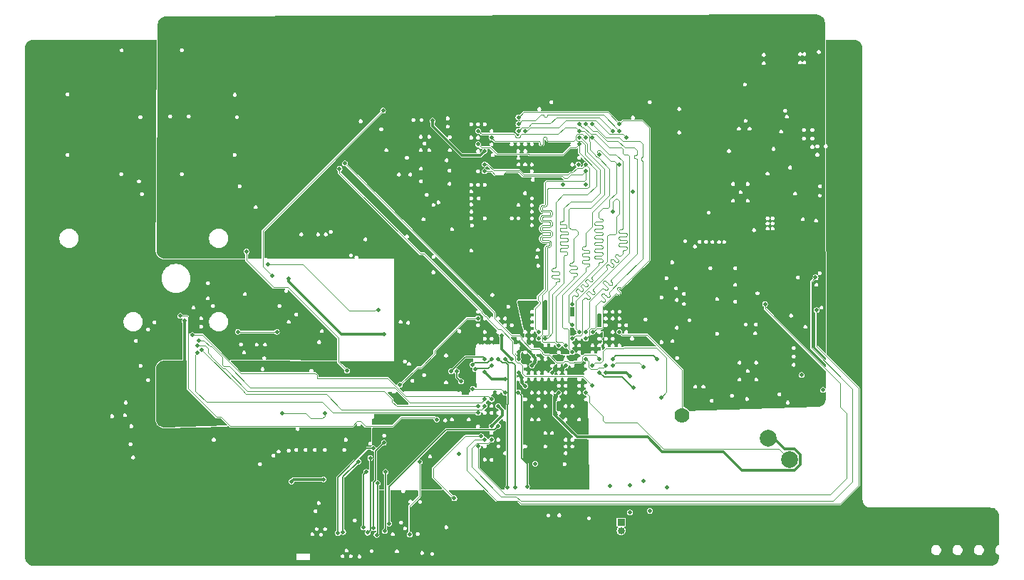
<source format=gbr>
G04 #@! TF.GenerationSoftware,KiCad,Pcbnew,8.0.6-8.0.6-0~ubuntu24.04.1*
G04 #@! TF.CreationDate,2025-03-07T13:19:26+05:30*
G04 #@! TF.ProjectId,DFTBoard,44465442-6f61-4726-942e-6b696361645f,rev?*
G04 #@! TF.SameCoordinates,Original*
G04 #@! TF.FileFunction,Copper,L3,Inr*
G04 #@! TF.FilePolarity,Positive*
%FSLAX46Y46*%
G04 Gerber Fmt 4.6, Leading zero omitted, Abs format (unit mm)*
G04 Created by KiCad (PCBNEW 8.0.6-8.0.6-0~ubuntu24.04.1) date 2025-03-07 13:19:26*
%MOMM*%
%LPD*%
G01*
G04 APERTURE LIST*
G04 #@! TA.AperFunction,ComponentPad*
%ADD10C,3.000000*%
G04 #@! TD*
G04 #@! TA.AperFunction,ComponentPad*
%ADD11C,2.000000*%
G04 #@! TD*
G04 #@! TA.AperFunction,ComponentPad*
%ADD12C,1.778000*%
G04 #@! TD*
G04 #@! TA.AperFunction,ComponentPad*
%ADD13R,0.850000X0.850000*%
G04 #@! TD*
G04 #@! TA.AperFunction,ComponentPad*
%ADD14O,0.850000X0.850000*%
G04 #@! TD*
G04 #@! TA.AperFunction,ViaPad*
%ADD15C,0.480000*%
G04 #@! TD*
G04 #@! TA.AperFunction,Conductor*
%ADD16C,0.300000*%
G04 #@! TD*
G04 #@! TA.AperFunction,Conductor*
%ADD17C,0.102000*%
G04 #@! TD*
G04 #@! TA.AperFunction,Conductor*
%ADD18C,0.125000*%
G04 #@! TD*
G04 #@! TA.AperFunction,Conductor*
%ADD19C,0.200000*%
G04 #@! TD*
G04 #@! TA.AperFunction,Conductor*
%ADD20C,0.130000*%
G04 #@! TD*
G04 APERTURE END LIST*
D10*
X112850000Y-121110000D03*
X105230000Y-131020000D03*
D11*
X188284134Y-144856525D03*
X190824134Y-147396525D03*
D12*
X178064134Y-142126525D03*
D13*
X170820000Y-154830000D03*
D14*
X170820000Y-155830000D03*
D15*
X154609052Y-137008107D03*
X157024134Y-137826525D03*
X157807388Y-135443272D03*
X169024134Y-137026525D03*
X155424134Y-143426525D03*
X135460000Y-149750000D03*
X156624134Y-132626525D03*
X174260000Y-153490000D03*
X160610000Y-147890000D03*
X176290000Y-150660000D03*
X151570000Y-146730000D03*
X169520000Y-150550000D03*
X156224134Y-141026525D03*
X171899134Y-137451525D03*
X171860000Y-150470000D03*
X131640000Y-149990000D03*
X171900000Y-153670000D03*
X173450000Y-149970000D03*
X154212596Y-144614987D03*
X151000000Y-152000000D03*
X116124134Y-133126525D03*
X118124134Y-133126525D03*
X117124134Y-134126525D03*
X116124134Y-135126525D03*
X118124134Y-135126525D03*
X117124134Y-135126525D03*
X116124134Y-134126525D03*
X117124134Y-133126525D03*
X118124134Y-134126525D03*
X197140000Y-116060000D03*
X197140000Y-115060000D03*
X113224134Y-134226525D03*
X111669134Y-143416525D03*
X115874134Y-130626525D03*
X115024134Y-139126525D03*
X130624134Y-134726525D03*
X113441634Y-142116525D03*
X127624134Y-131626525D03*
X110354134Y-143804025D03*
X112939134Y-140616525D03*
X128346241Y-131048632D03*
X111554134Y-145546525D03*
X113680000Y-137140000D03*
X111269134Y-147126525D03*
X125283313Y-132211560D03*
X129924134Y-132226525D03*
X148424134Y-107126525D03*
X154624134Y-110726525D03*
X161024134Y-132226525D03*
X154624134Y-113126525D03*
X166624134Y-113126525D03*
X161024134Y-133026525D03*
X154624134Y-112326525D03*
X166624134Y-112326525D03*
X163424134Y-133826525D03*
X165824134Y-109926525D03*
X153824134Y-109926525D03*
X169824134Y-108326525D03*
X158624134Y-108326525D03*
X161824134Y-133026525D03*
X166624134Y-109126525D03*
X155417144Y-109124927D03*
X165024134Y-131426525D03*
X168224134Y-111126525D03*
X164224134Y-133826525D03*
X165824134Y-109126525D03*
X165024134Y-134626525D03*
X153824134Y-108326525D03*
X165824134Y-108326525D03*
X159424134Y-108325482D03*
X171424134Y-109126525D03*
X165024134Y-133026525D03*
X165824134Y-107526525D03*
X167424134Y-107526525D03*
X166612766Y-133026000D03*
X170624134Y-108326525D03*
X158624134Y-107526525D03*
X165824134Y-132226525D03*
X167424134Y-109126525D03*
X161024134Y-133826525D03*
X165024134Y-129826525D03*
X166624134Y-133826525D03*
X159424134Y-130626525D03*
X161824134Y-131426525D03*
X164224134Y-134626525D03*
X166630000Y-114700000D03*
X168224134Y-131426525D03*
X170624134Y-112326525D03*
X165024134Y-132226525D03*
X172224134Y-115526525D03*
X163940000Y-114730000D03*
X165735664Y-112326526D03*
X166624134Y-139426525D03*
X170624134Y-107526525D03*
X158624134Y-106726525D03*
X167435368Y-132221711D03*
X154624134Y-140226525D03*
X120610790Y-133246859D03*
X166624134Y-107526525D03*
X166619231Y-132226525D03*
X165024134Y-128926525D03*
X169824134Y-117926525D03*
X120516914Y-134684525D03*
X153824134Y-141826525D03*
X120996241Y-134354418D03*
X154624134Y-141026525D03*
X120472271Y-133812147D03*
X153824134Y-141026525D03*
X155424134Y-140226525D03*
X119860000Y-132600000D03*
X164224134Y-136226525D03*
X159440000Y-138650000D03*
X158624134Y-137026525D03*
X162624134Y-137026525D03*
X158624134Y-134626525D03*
X158624134Y-135426525D03*
X185274134Y-111726525D03*
X184274134Y-111693527D03*
X163424134Y-139451525D03*
X148124134Y-134626525D03*
X149124134Y-135626525D03*
X149124134Y-134626525D03*
X121224134Y-143026525D03*
X141460000Y-136000000D03*
X152624134Y-139226525D03*
X152424134Y-136426525D03*
X142624134Y-132526525D03*
X160224134Y-136226525D03*
X150024134Y-137226525D03*
X118924134Y-130926525D03*
X185124134Y-133426525D03*
X185789134Y-132376525D03*
X186124134Y-133426525D03*
X180974134Y-136576525D03*
X184609134Y-110719525D03*
X131324134Y-125926525D03*
X165024134Y-138626525D03*
X163424134Y-135426525D03*
X164224134Y-140226525D03*
X163424134Y-141026525D03*
X161824134Y-140226525D03*
X160224134Y-140226525D03*
X165824134Y-136226525D03*
X165024134Y-140226525D03*
X155440000Y-142630000D03*
X156224134Y-140251525D03*
X149224134Y-145326525D03*
X144024134Y-140326525D03*
X142524134Y-142726525D03*
X161024134Y-141026525D03*
X159424134Y-141026525D03*
X145724134Y-146526525D03*
X148429079Y-142959079D03*
X159424134Y-135426525D03*
X161030000Y-136210000D03*
X161204903Y-149750526D03*
X165824134Y-137026525D03*
X156336256Y-149826256D03*
X165024134Y-139426525D03*
X165024134Y-137026525D03*
X146624134Y-144764025D03*
X165024134Y-135426525D03*
X126314148Y-122676525D03*
X138270000Y-136830000D03*
X142024134Y-129626525D03*
X128821133Y-124174172D03*
X142534134Y-105946525D03*
X129374134Y-125576525D03*
X194024134Y-129626525D03*
X154624134Y-145026525D03*
X187924134Y-128926525D03*
X153824134Y-145826525D03*
X193924134Y-125726525D03*
X155424134Y-145026525D03*
X144540000Y-138520000D03*
X153804134Y-130626525D03*
X170624134Y-132226525D03*
X169024134Y-136226525D03*
X166624134Y-135426525D03*
X118424134Y-130326525D03*
X148924134Y-142626525D03*
X168258393Y-137026525D03*
X172324134Y-138869525D03*
X135624134Y-141876525D03*
X130548411Y-141933525D03*
X169824134Y-136226525D03*
X173490000Y-136380000D03*
X138020000Y-112210000D03*
X168224134Y-135416525D03*
X167424134Y-138626525D03*
X137360000Y-112850000D03*
X141020000Y-147220000D03*
X140690000Y-156070000D03*
X156224134Y-135426525D03*
X157340000Y-150720000D03*
X143270000Y-155000000D03*
X156220000Y-143400000D03*
X158280000Y-150670000D03*
X157024134Y-135426525D03*
X151320000Y-136910000D03*
X151820000Y-138120000D03*
X142630000Y-145383000D03*
X141417000Y-155550000D03*
X145685000Y-156295500D03*
X153194134Y-139016525D03*
X157024136Y-139460786D03*
X146870000Y-147680000D03*
X155414134Y-136226525D03*
X137185000Y-156115000D03*
X153480000Y-136663000D03*
X141358707Y-146078707D03*
X142730000Y-155890000D03*
X142840000Y-148870000D03*
X150610000Y-136900000D03*
X154624134Y-135416525D03*
X141870000Y-150210000D03*
X141778000Y-156352284D03*
X159640000Y-150600000D03*
X158614134Y-139426525D03*
X153170000Y-136130000D03*
X137790000Y-156000000D03*
X155424134Y-135416525D03*
X139622793Y-147612793D03*
X140190000Y-155470000D03*
X140530000Y-148840000D03*
X175090000Y-135470000D03*
X169820000Y-135430000D03*
X175620000Y-140030000D03*
X167424134Y-136216525D03*
X194840000Y-139130000D03*
X192260000Y-137340000D03*
D16*
X131880000Y-149750000D02*
X131640000Y-149990000D01*
X169024134Y-137026525D02*
X171474134Y-137026525D01*
X135460000Y-149750000D02*
X131880000Y-149750000D01*
X157024134Y-137826525D02*
X155427470Y-137826525D01*
X156740000Y-141542391D02*
X156224134Y-141026525D01*
X155424134Y-143426525D02*
X156740000Y-142110659D01*
X156740000Y-142110659D02*
X156740000Y-141542391D01*
X157807388Y-135443272D02*
X156624134Y-134260018D01*
X155427470Y-137826525D02*
X154609052Y-137008107D01*
X171474134Y-137026525D02*
X171899134Y-137451525D01*
X156624134Y-134260018D02*
X156624134Y-132626525D01*
D17*
X154212596Y-144614987D02*
X152301861Y-144614987D01*
X152301861Y-144614987D02*
X148500000Y-148416848D01*
X148500000Y-149500000D02*
X151000000Y-152000000D01*
X148500000Y-148416848D02*
X148500000Y-149500000D01*
D18*
X125341753Y-132270000D02*
X129850729Y-132270000D01*
X129850729Y-132270000D02*
X129909169Y-132211560D01*
X125283313Y-132211560D02*
X125341753Y-132270000D01*
D16*
X151905473Y-111218526D02*
X154132133Y-111218526D01*
X151905473Y-111218526D02*
X148424134Y-107737187D01*
X148424134Y-107737187D02*
X148424134Y-107126525D01*
X154624134Y-110726525D02*
X154132133Y-111218526D01*
D17*
X161250964Y-119741291D02*
X161290477Y-119678406D01*
X156774134Y-113576525D02*
X157120124Y-113230535D01*
X162389840Y-119497809D02*
X162407471Y-119469748D01*
X162366406Y-119189828D02*
X162338345Y-119172197D01*
X160624134Y-131826525D02*
X160624134Y-129426525D01*
X161342994Y-117225889D02*
X161405879Y-117186376D01*
X161342994Y-118425889D02*
X161405879Y-118386376D01*
X162274133Y-119157541D02*
X161549783Y-119157541D01*
X161226434Y-119811393D02*
X161250964Y-119741291D01*
X162264899Y-121598864D02*
X162256202Y-121585024D01*
X162366406Y-120721243D02*
X162389840Y-120697809D01*
X162418417Y-119438467D02*
X162422128Y-119405536D01*
X161226434Y-117699678D02*
X161218118Y-117625876D01*
X161342994Y-121485182D02*
X161290477Y-121432665D01*
X161290477Y-117278406D02*
X161342994Y-117225889D01*
X161226434Y-118611393D02*
X161250964Y-118541291D01*
X162338345Y-120372197D02*
X162307064Y-120361251D01*
X161826666Y-122156452D02*
X161845970Y-122101286D01*
X161549783Y-121557541D02*
X161475981Y-121549225D01*
X160624134Y-129426525D02*
X161224134Y-128826525D01*
X162307064Y-119549820D02*
X162338345Y-119538874D01*
X161820123Y-117005536D02*
X161820123Y-114480536D01*
X161405879Y-119586376D02*
X161475981Y-119561846D01*
X161226434Y-117411393D02*
X161250964Y-117341291D01*
X161226434Y-118899678D02*
X161218118Y-118825876D01*
X162307064Y-117961251D02*
X162274133Y-117957541D01*
X162422128Y-118105536D02*
X162418417Y-118072604D01*
X162418417Y-119272604D02*
X162407471Y-119241323D01*
X162389840Y-118013262D02*
X162366406Y-117989828D01*
X162418417Y-118238467D02*
X162422128Y-118205536D01*
X155424134Y-113126525D02*
X155874134Y-113576525D01*
X160974134Y-128426525D02*
X160974134Y-127976525D01*
X162338345Y-117972197D02*
X162307064Y-117961251D01*
X159151777Y-113726525D02*
X163824134Y-113726525D01*
X162307064Y-120749820D02*
X162338345Y-120738874D01*
X161224134Y-128826525D02*
X161224134Y-128676525D01*
X162407471Y-120441323D02*
X162389840Y-120413262D01*
X161475981Y-117161846D02*
X161549783Y-117153531D01*
X162338345Y-119538874D02*
X162366406Y-119521243D01*
X164399134Y-113951525D02*
X164824134Y-113526525D01*
X162418417Y-120472604D02*
X162407471Y-120441323D01*
X161805467Y-117069748D02*
X161816413Y-117038467D01*
X161226434Y-121011393D02*
X161250964Y-120941291D01*
X162256202Y-121585024D02*
X162244644Y-121573466D01*
X162407471Y-119241323D02*
X162389840Y-119213262D01*
X161218118Y-118685195D02*
X161226434Y-118611393D01*
X161226434Y-120099678D02*
X161218118Y-120025876D01*
X161877064Y-122051799D02*
X161918391Y-122010472D01*
X162081121Y-121953531D02*
X162199133Y-121953531D01*
X162389840Y-120697809D02*
X162407471Y-120669748D01*
X161549783Y-120357541D02*
X161475981Y-120349225D01*
X161820123Y-114480536D02*
X161974134Y-114326525D01*
X162366406Y-118321243D02*
X162389840Y-118297809D01*
X162407471Y-119469748D02*
X162418417Y-119438467D01*
X161226434Y-121299678D02*
X161218118Y-121225876D01*
X161290477Y-120232665D02*
X161250964Y-120169780D01*
X161218118Y-117625876D02*
X161218118Y-117485195D01*
X162307064Y-118349820D02*
X162338345Y-118338874D01*
X162274133Y-117957541D02*
X161549783Y-117957541D01*
X162422128Y-118205536D02*
X162422128Y-118105536D01*
X162366406Y-119521243D02*
X162389840Y-119497809D01*
X161974134Y-114326525D02*
X166424134Y-114326525D01*
X162256202Y-121926047D02*
X162264899Y-121912207D01*
X162199133Y-121953531D02*
X162215375Y-121951700D01*
X162023044Y-121960074D02*
X162081121Y-121953531D01*
X161218118Y-121085195D02*
X161226434Y-121011393D01*
X162366406Y-120389828D02*
X162338345Y-120372197D01*
X162230804Y-121564769D02*
X162215375Y-121559371D01*
X161250964Y-118969780D02*
X161226434Y-118899678D01*
X161405879Y-118386376D02*
X161475981Y-118361846D01*
X162422128Y-120605536D02*
X162422128Y-120505536D01*
X162270297Y-121896778D02*
X162272128Y-121880536D01*
X161218118Y-118825876D02*
X161218118Y-118685195D01*
X161290477Y-120878406D02*
X161342994Y-120825889D01*
X161250964Y-120169780D02*
X161226434Y-120099678D01*
X161405879Y-119124695D02*
X161342994Y-119085182D01*
X161218118Y-121225876D02*
X161218118Y-121085195D01*
X155874134Y-113576525D02*
X156774134Y-113576525D01*
X162389840Y-119213262D02*
X162366406Y-119189828D01*
X161342994Y-119085182D02*
X161290477Y-119032665D01*
X161342994Y-120285182D02*
X161290477Y-120232665D01*
X154624134Y-113126525D02*
X155424134Y-113126525D01*
X161250964Y-121369780D02*
X161226434Y-121299678D01*
X162307064Y-119161251D02*
X162274133Y-119157541D01*
X162338345Y-119172197D02*
X162307064Y-119161251D01*
X162338345Y-120738874D02*
X162366406Y-120721243D01*
X161250964Y-120941291D02*
X161290477Y-120878406D01*
X161475981Y-118361846D02*
X161549783Y-118353531D01*
X162244644Y-121937605D02*
X162256202Y-121926047D01*
X162389840Y-120413262D02*
X162366406Y-120389828D01*
X161250964Y-117769780D02*
X161226434Y-117699678D01*
X161218118Y-117485195D02*
X161226434Y-117411393D01*
X161405879Y-120786376D02*
X161475981Y-120761846D01*
X162418417Y-120638467D02*
X162422128Y-120605536D01*
X161820123Y-122214529D02*
X161826666Y-122156452D01*
X161549783Y-117957541D02*
X161475981Y-117949225D01*
X161218118Y-120025876D02*
X161218118Y-119885195D01*
X162274133Y-120753531D02*
X162307064Y-120749820D01*
X166224134Y-113526525D02*
X166624134Y-113126525D01*
X161549783Y-119553531D02*
X162274133Y-119553531D01*
X161224134Y-128676525D02*
X160974134Y-128426525D01*
X161816413Y-117038467D02*
X161820123Y-117005536D01*
X162389840Y-118297809D02*
X162407471Y-118269748D01*
X161342994Y-117885182D02*
X161290477Y-117832665D01*
X162272128Y-121880536D02*
X162272128Y-121630536D01*
X164049134Y-113951525D02*
X164399134Y-113951525D01*
X157120124Y-113230535D02*
X158655787Y-113230535D01*
X161342994Y-119625889D02*
X161405879Y-119586376D01*
X162230804Y-121946302D02*
X162244644Y-121937605D01*
X161405879Y-121524695D02*
X161342994Y-121485182D01*
X161250964Y-117341291D02*
X161290477Y-117278406D01*
X162407471Y-120669748D02*
X162418417Y-120638467D01*
X164824134Y-113526525D02*
X166224134Y-113526525D01*
X161672128Y-117153531D02*
X161705060Y-117149820D01*
X161290477Y-118478406D02*
X161342994Y-118425889D01*
X162215375Y-121951700D02*
X162230804Y-121946302D01*
X161250964Y-118541291D02*
X161290477Y-118478406D01*
X161549783Y-118353531D02*
X162274133Y-118353531D01*
X161405879Y-117186376D02*
X161475981Y-117161846D01*
X161787836Y-117097809D02*
X161805467Y-117069748D01*
X162422128Y-119305536D02*
X162418417Y-119272604D01*
X161475981Y-120349225D02*
X161405879Y-120324695D01*
X162422128Y-120505536D02*
X162418417Y-120472604D01*
X161475981Y-117949225D02*
X161405879Y-117924695D01*
X161820123Y-127130536D02*
X161820123Y-122214529D01*
X162338345Y-118338874D02*
X162366406Y-118321243D01*
X161549783Y-120753531D02*
X162274133Y-120753531D01*
X161290477Y-119032665D02*
X161250964Y-118969780D01*
X162274133Y-118353531D02*
X162307064Y-118349820D01*
X162366406Y-117989828D02*
X162338345Y-117972197D01*
X161218118Y-119885195D02*
X161226434Y-119811393D01*
X161736341Y-117138874D02*
X161764402Y-117121243D01*
X161342994Y-120825889D02*
X161405879Y-120786376D01*
X162274133Y-119553531D02*
X162307064Y-119549820D01*
X161475981Y-120761846D02*
X161549783Y-120753531D01*
X161024134Y-132226525D02*
X160624134Y-131826525D01*
X162422128Y-119405536D02*
X162422128Y-119305536D01*
X166424134Y-114326525D02*
X166624134Y-114126525D01*
X161405879Y-117924695D02*
X161342994Y-117885182D01*
X158655787Y-113230535D02*
X159151777Y-113726525D01*
X163824134Y-113726525D02*
X164049134Y-113951525D01*
X166624134Y-114126525D02*
X166624134Y-113126525D01*
X160974134Y-127976525D02*
X161820123Y-127130536D01*
X162244644Y-121573466D02*
X162230804Y-121564769D01*
X162407471Y-118041323D02*
X162389840Y-118013262D01*
X161764402Y-117121243D02*
X161787836Y-117097809D01*
X161290477Y-119678406D02*
X161342994Y-119625889D01*
X161475981Y-121549225D02*
X161405879Y-121524695D01*
X162270297Y-121614293D02*
X162264899Y-121598864D01*
X161845970Y-122101286D02*
X161877064Y-122051799D01*
X161290477Y-121432665D02*
X161250964Y-121369780D01*
X161967878Y-121979378D02*
X162023044Y-121960074D01*
X162215375Y-121559371D02*
X162199133Y-121557541D01*
X161405879Y-120324695D02*
X161342994Y-120285182D01*
X162264899Y-121912207D02*
X162270297Y-121896778D01*
X161549783Y-119157541D02*
X161475981Y-119149225D01*
X162274133Y-120357541D02*
X161549783Y-120357541D01*
X162272128Y-121630536D02*
X162270297Y-121614293D01*
X161549783Y-117153531D02*
X161672128Y-117153531D01*
X161475981Y-119149225D02*
X161405879Y-119124695D01*
X161290477Y-117832665D02*
X161250964Y-117769780D01*
X162199133Y-121557541D02*
X161549783Y-121557541D01*
X162407471Y-118269748D02*
X162418417Y-118238467D01*
X162418417Y-118072604D02*
X162407471Y-118041323D01*
X161918391Y-122010472D02*
X161967878Y-121979378D01*
X162307064Y-120361251D02*
X162274133Y-120357541D01*
X161705060Y-117149820D02*
X161736341Y-117138874D01*
X161475981Y-119561846D02*
X161549783Y-119553531D01*
X161477850Y-119789828D02*
X161505911Y-119772197D01*
X162450290Y-121501286D02*
X162419196Y-121451799D01*
X162626138Y-119285195D02*
X162617822Y-119211393D01*
X161425839Y-120038467D02*
X161422128Y-120005536D01*
X162450290Y-122009785D02*
X162469594Y-121954619D01*
X162501262Y-120225889D02*
X162438377Y-120186376D01*
X167024134Y-114926525D02*
X167024134Y-112726525D01*
X162553779Y-120832665D02*
X162593292Y-120769780D01*
X162215139Y-121353531D02*
X161570123Y-121353531D01*
X162553779Y-117878406D02*
X162501262Y-117825889D01*
X162024133Y-117025876D02*
X162024134Y-115276525D01*
X162438377Y-119724695D02*
X162501262Y-119685182D01*
X162553779Y-119632665D02*
X162593292Y-119569780D01*
X161477850Y-118589828D02*
X161505911Y-118572197D01*
X161505911Y-120972197D02*
X161537192Y-120961251D01*
X161422128Y-118705536D02*
X161425839Y-118672604D01*
X161436785Y-121041323D02*
X161454416Y-121013262D01*
X162593292Y-119141291D02*
X162553779Y-119078406D01*
X161422128Y-117605536D02*
X161422128Y-117505536D01*
X162626138Y-118225876D02*
X162626138Y-118085195D01*
X162593292Y-118369780D02*
X162617822Y-118299678D01*
X161477850Y-120989828D02*
X161505911Y-120972197D01*
X162065456Y-122164769D02*
X162080885Y-122159371D01*
X162626138Y-118085195D02*
X162617822Y-118011393D01*
X161024134Y-132888011D02*
X161424134Y-132488010D01*
X161477850Y-118921243D02*
X161454416Y-118897809D01*
X162593292Y-117941291D02*
X162553779Y-117878406D01*
X162593292Y-119569780D02*
X162617822Y-119499678D01*
X161570123Y-118953531D02*
X161537192Y-118949820D01*
X162469594Y-121954619D02*
X162476138Y-121896542D01*
X161436785Y-121269748D02*
X161425839Y-121238467D01*
X162294473Y-118953531D02*
X161570123Y-118953531D01*
X162553779Y-118432665D02*
X162593292Y-118369780D01*
X162501262Y-119025889D02*
X162438377Y-118986376D01*
X162024133Y-122230536D02*
X162025963Y-122214293D01*
X161537192Y-117749820D02*
X161505911Y-117738874D01*
X161477850Y-121321243D02*
X161454416Y-121297809D01*
X161537192Y-120961251D02*
X161570123Y-120957541D01*
X162015818Y-117099678D02*
X162024133Y-117025876D01*
X161836373Y-117324695D02*
X161899258Y-117285182D01*
X161454416Y-117413262D02*
X161477850Y-117389828D01*
X159226300Y-113512536D02*
X158740289Y-113026525D01*
X161425839Y-117472604D02*
X161436785Y-117441323D01*
X167024134Y-112726525D02*
X166624134Y-112326525D01*
X162368275Y-117761846D02*
X162294473Y-117753531D01*
X162501262Y-119685182D02*
X162553779Y-119632665D01*
X161436785Y-118869748D02*
X161425839Y-118838467D01*
X162593292Y-120341291D02*
X162553779Y-120278406D01*
X162294473Y-120153531D02*
X161570123Y-120153531D01*
X162328382Y-121379378D02*
X162273216Y-121360074D01*
X162501262Y-120885182D02*
X162553779Y-120832665D01*
X162419196Y-121451799D02*
X162377869Y-121410472D01*
X161505911Y-118572197D02*
X161537192Y-118561251D01*
X162476138Y-121614529D02*
X162469594Y-121556452D01*
X162368275Y-118961846D02*
X162294473Y-118953531D01*
X162438377Y-118986376D02*
X162368275Y-118961846D01*
X161537192Y-119761251D02*
X161570123Y-119757541D01*
X161422128Y-117505536D02*
X161425839Y-117472604D01*
X162294473Y-118557541D02*
X162368275Y-118549225D01*
X162377869Y-121410472D02*
X162328382Y-121379378D01*
X161422128Y-118805536D02*
X161422128Y-118705536D01*
X161425839Y-118672604D02*
X161436785Y-118641323D01*
X161454416Y-119813262D02*
X161477850Y-119789828D01*
X166824134Y-115126525D02*
X167024134Y-114926525D01*
X161436785Y-117441323D02*
X161454416Y-117413262D01*
X162368275Y-120949225D02*
X162438377Y-120924695D01*
X161425839Y-118838467D02*
X161422128Y-118805536D01*
X161422128Y-119905536D02*
X161425839Y-119872604D01*
X162031361Y-122198864D02*
X162040058Y-122185024D01*
X162368275Y-119749225D02*
X162438377Y-119724695D01*
X161570123Y-118557541D02*
X162294473Y-118557541D01*
X161454416Y-118897809D02*
X161436785Y-118869748D01*
X161505911Y-117738874D02*
X161477850Y-117721243D01*
X161505911Y-117372197D02*
X161537192Y-117361251D01*
X161477850Y-117721243D02*
X161454416Y-117697809D01*
X162294473Y-117753531D02*
X161570123Y-117753531D01*
X161454416Y-121013262D02*
X161477850Y-120989828D01*
X165624134Y-112726525D02*
X165049134Y-113301525D01*
X161425839Y-117638467D02*
X161422128Y-117605536D01*
X162215139Y-122157541D02*
X162273216Y-122150997D01*
X161425839Y-119872604D02*
X161436785Y-119841323D01*
X161422128Y-121205536D02*
X161422128Y-121105536D01*
X161766271Y-117349225D02*
X161836373Y-117324695D01*
X161454416Y-117697809D02*
X161436785Y-117669748D01*
X162273216Y-121360074D02*
X162215139Y-121353531D01*
X162593292Y-120769780D02*
X162617822Y-120699678D01*
X161570123Y-117357541D02*
X161692469Y-117357541D01*
X161436785Y-119841323D02*
X161454416Y-119813262D01*
X166224134Y-112726525D02*
X165624134Y-112726525D01*
X161422128Y-120005536D02*
X161422128Y-119905536D01*
X162617822Y-119211393D02*
X162593292Y-119141291D01*
X162419196Y-122059272D02*
X162450290Y-122009785D01*
X162097128Y-122157541D02*
X162215139Y-122157541D01*
X161425839Y-121238467D02*
X161422128Y-121205536D01*
X161477850Y-117389828D02*
X161505911Y-117372197D01*
X164749134Y-113301525D02*
X164538123Y-113512536D01*
X162553779Y-120278406D02*
X162501262Y-120225889D01*
X158740289Y-113026525D02*
X155663546Y-113026525D01*
X162626138Y-120485195D02*
X162617822Y-120411393D01*
X166624134Y-112326525D02*
X166224134Y-112726525D01*
X161436785Y-117669748D02*
X161425839Y-117638467D01*
X161537192Y-118561251D02*
X161570123Y-118557541D01*
X162377869Y-122100599D02*
X162419196Y-122059272D01*
X161570123Y-117753531D02*
X161537192Y-117749820D01*
X161692469Y-117357541D02*
X161766271Y-117349225D01*
X162294473Y-120957541D02*
X162368275Y-120949225D01*
X161537192Y-120149820D02*
X161505911Y-120138874D01*
X162617822Y-120699678D02*
X162626138Y-120625876D01*
X161505911Y-119772197D02*
X161537192Y-119761251D01*
X161477850Y-120121243D02*
X161454416Y-120097809D01*
X162617822Y-120411393D02*
X162593292Y-120341291D01*
X162025963Y-122214293D02*
X162031361Y-122198864D01*
X162080885Y-122159371D02*
X162097128Y-122157541D01*
X162328382Y-122131693D02*
X162377869Y-122100599D01*
X161454416Y-118613262D02*
X161477850Y-118589828D01*
X161024134Y-133026525D02*
X161024134Y-132888011D01*
X161428145Y-127830536D02*
X162024134Y-127234547D01*
X165049134Y-113301525D02*
X164749134Y-113301525D01*
X162040058Y-122185024D02*
X162051616Y-122173466D01*
X162469594Y-121556452D02*
X162450290Y-121501286D01*
X161428145Y-128911029D02*
X161428145Y-127830536D01*
X162501262Y-117825889D02*
X162438377Y-117786376D01*
X162294473Y-119757541D02*
X162368275Y-119749225D01*
X162438377Y-120186376D02*
X162368275Y-120161846D01*
X161454416Y-120097809D02*
X161436785Y-120069748D01*
X161424134Y-128915040D02*
X161428145Y-128911029D01*
X162368275Y-118549225D02*
X162438377Y-118524695D01*
X161899258Y-117285182D02*
X161951775Y-117232665D01*
X161570123Y-120957541D02*
X162294473Y-120957541D01*
X162051616Y-122173466D02*
X162065456Y-122164769D01*
X161570123Y-121353531D02*
X161537192Y-121349820D01*
X162438377Y-117786376D02*
X162368275Y-117761846D01*
X161951775Y-117232665D02*
X161991288Y-117169780D01*
X161425839Y-121072604D02*
X161436785Y-121041323D01*
X164538123Y-113512536D02*
X159226300Y-113512536D01*
X161424134Y-132488010D02*
X161424134Y-128915040D01*
X161570123Y-119757541D02*
X162294473Y-119757541D01*
X162438377Y-120924695D02*
X162501262Y-120885182D01*
X162626138Y-120625876D02*
X162626138Y-120485195D01*
X162024134Y-127234547D02*
X162024133Y-122230536D01*
X161537192Y-121349820D02*
X161505911Y-121338874D01*
X162024134Y-115276525D02*
X162174134Y-115126525D01*
X162438377Y-118524695D02*
X162501262Y-118485182D01*
X162368275Y-120161846D02*
X162294473Y-120153531D01*
X155663546Y-113026525D02*
X154963545Y-112326525D01*
X162501262Y-118485182D02*
X162553779Y-118432665D01*
X162476138Y-121896542D02*
X162476138Y-121614529D01*
X161537192Y-117361251D02*
X161570123Y-117357541D01*
X154963545Y-112326525D02*
X154624134Y-112326525D01*
X161436785Y-120069748D02*
X161425839Y-120038467D01*
X162174134Y-115126525D02*
X166824134Y-115126525D01*
X161570123Y-120153531D02*
X161537192Y-120149820D01*
X161422128Y-121105536D02*
X161425839Y-121072604D01*
X162617822Y-118011393D02*
X162593292Y-117941291D01*
X162617822Y-118299678D02*
X162626138Y-118225876D01*
X161991288Y-117169780D02*
X162015818Y-117099678D01*
X162617822Y-119499678D02*
X162626138Y-119425876D01*
X161505911Y-120138874D02*
X161477850Y-120121243D01*
X161505911Y-118938874D02*
X161477850Y-118921243D01*
X161537192Y-118949820D02*
X161505911Y-118938874D01*
X162553779Y-119078406D02*
X162501262Y-119025889D01*
X161454416Y-121297809D02*
X161436785Y-121269748D01*
X161436785Y-118641323D02*
X161454416Y-118613262D01*
X162273216Y-122150997D02*
X162328382Y-122131693D01*
X162626138Y-119425876D02*
X162626138Y-119285195D01*
X161505911Y-121338874D02*
X161477850Y-121321243D01*
X163424134Y-133826525D02*
X163285620Y-133826525D01*
X162776350Y-125451525D02*
X163321918Y-125451525D01*
X162651653Y-125807891D02*
X162619984Y-125776222D01*
X163408694Y-125071331D02*
X163366422Y-125056539D01*
X165824134Y-110942069D02*
X165824134Y-109926525D01*
X163321918Y-125051525D02*
X162776350Y-125051525D01*
X162973832Y-124607891D02*
X163005501Y-124576222D01*
X167874134Y-114876525D02*
X167874134Y-112992069D01*
X163049134Y-124451525D02*
X163049134Y-116801525D01*
X163408694Y-126231718D02*
X163446615Y-126207891D01*
X163092767Y-126326827D02*
X163124436Y-126295158D01*
X163478284Y-125376222D02*
X163502111Y-125338301D01*
X162581365Y-124807020D02*
X162596157Y-124764748D01*
X162651653Y-125007891D02*
X162619984Y-124976222D01*
X163521918Y-125251525D02*
X163516903Y-125207020D01*
X162893639Y-124646510D02*
X162935911Y-124631718D01*
X162074134Y-132626525D02*
X162224134Y-132476525D01*
X162935911Y-124631718D02*
X162973832Y-124607891D01*
X163446615Y-126207891D02*
X163478284Y-126176222D01*
X156032021Y-111112536D02*
X155240683Y-110321198D01*
X163446615Y-125407891D02*
X163478284Y-125376222D01*
X163917135Y-111133524D02*
X159831133Y-111133524D01*
X163285620Y-133826525D02*
X162885620Y-133426525D01*
X162224134Y-127425503D02*
X163049134Y-126600503D01*
X163049134Y-126451525D02*
X163054148Y-126407020D01*
X159810145Y-111112536D02*
X156032021Y-111112536D01*
X161424134Y-132776525D02*
X161574134Y-132626525D01*
X163478284Y-125926827D02*
X163446615Y-125895158D01*
X163366422Y-126246510D02*
X163408694Y-126231718D01*
X163408694Y-125431718D02*
X163446615Y-125407891D01*
X162689574Y-124671331D02*
X162731846Y-124656539D01*
X163124436Y-126295158D02*
X163162357Y-126271331D01*
X163054148Y-126407020D02*
X163068940Y-126364748D01*
X161524134Y-133426525D02*
X161424134Y-133326525D01*
X162776350Y-125851525D02*
X162731846Y-125846510D01*
X165429461Y-110321198D02*
X164729461Y-110321198D01*
X163005501Y-124576222D02*
X163029328Y-124538301D01*
X163521918Y-126051525D02*
X163516903Y-126007020D01*
X162596157Y-125738301D02*
X162581365Y-125696029D01*
X159831133Y-111133524D02*
X159810145Y-111112536D01*
X162689574Y-125031718D02*
X162651653Y-125007891D01*
X162581365Y-125696029D02*
X162576350Y-125651525D01*
X162651653Y-124695158D02*
X162689574Y-124671331D01*
X161574134Y-132626525D02*
X162074134Y-132626525D01*
X163068940Y-126364748D02*
X163092767Y-126326827D01*
X163321918Y-126251525D02*
X163366422Y-126246510D01*
X162849134Y-124651525D02*
X162893639Y-124646510D01*
X163049134Y-116801525D02*
X163924134Y-115926525D01*
X163204629Y-126256539D02*
X163249134Y-126251525D01*
X163478284Y-126176222D02*
X163502111Y-126138301D01*
X162596157Y-124764748D02*
X162619984Y-124726827D01*
X163446615Y-125895158D02*
X163408694Y-125871331D01*
X162776350Y-125051525D02*
X162731846Y-125046510D01*
X163249134Y-126251525D02*
X163321918Y-126251525D01*
X162596157Y-124938301D02*
X162581365Y-124896029D01*
X163502111Y-125964748D02*
X163478284Y-125926827D01*
X163321918Y-125451525D02*
X163366422Y-125446510D01*
X163516903Y-126007020D02*
X163502111Y-125964748D01*
X165824134Y-109926525D02*
X165429461Y-110321198D01*
X162619984Y-125526827D02*
X162651653Y-125495158D01*
X162576350Y-125651525D02*
X162581365Y-125607020D01*
X163516903Y-125296029D02*
X163521918Y-125251525D01*
X162651653Y-125495158D02*
X162689574Y-125471331D01*
X163446615Y-125095158D02*
X163408694Y-125071331D01*
X163516903Y-126096029D02*
X163521918Y-126051525D01*
X155240683Y-110321198D02*
X154218807Y-110321198D01*
X163321918Y-125851525D02*
X162776350Y-125851525D01*
X164729461Y-110321198D02*
X163917135Y-111133524D01*
X162619984Y-125776222D02*
X162596157Y-125738301D01*
X162731846Y-124656539D02*
X162776350Y-124651525D01*
X162689574Y-125831718D02*
X162651653Y-125807891D01*
X166824134Y-115926525D02*
X167874134Y-114876525D01*
X154218807Y-110321198D02*
X153824134Y-109926525D01*
X162224134Y-132476525D02*
X162224134Y-127425503D01*
X163924134Y-115926525D02*
X166824134Y-115926525D01*
X162731846Y-125846510D02*
X162689574Y-125831718D01*
X163502111Y-125164748D02*
X163478284Y-125126827D01*
X163516903Y-125207020D02*
X163502111Y-125164748D01*
X163366422Y-125056539D02*
X163321918Y-125051525D01*
X162885620Y-133426525D02*
X161524134Y-133426525D01*
X163478284Y-125126827D02*
X163446615Y-125095158D01*
X163502111Y-126138301D02*
X163516903Y-126096029D01*
X163044120Y-124496029D02*
X163049134Y-124451525D01*
X163366422Y-125856539D02*
X163321918Y-125851525D01*
X163162357Y-126271331D02*
X163204629Y-126256539D01*
X163366422Y-125446510D02*
X163408694Y-125431718D01*
X167874134Y-112992069D02*
X165824134Y-110942069D01*
X162689574Y-125471331D02*
X162731846Y-125456539D01*
X162596157Y-125564748D02*
X162619984Y-125526827D01*
X163029328Y-124538301D02*
X163044120Y-124496029D01*
X162576350Y-124851525D02*
X162581365Y-124807020D01*
X161424134Y-133326525D02*
X161424134Y-132776525D01*
X162619984Y-124976222D02*
X162596157Y-124938301D01*
X162731846Y-125046510D02*
X162689574Y-125031718D01*
X163408694Y-125871331D02*
X163366422Y-125856539D01*
X162619984Y-124726827D02*
X162651653Y-124695158D01*
X163502111Y-125338301D02*
X163516903Y-125296029D01*
X162581365Y-124896029D02*
X162576350Y-124851525D01*
X162776350Y-124651525D02*
X162849134Y-124651525D01*
X162581365Y-125607020D02*
X162596157Y-125564748D01*
X163049134Y-126600503D02*
X163049134Y-126451525D01*
X162731846Y-125456539D02*
X162776350Y-125451525D01*
X159024134Y-107926525D02*
X159724134Y-107926525D01*
X160199134Y-107451525D02*
X162399134Y-107451525D01*
X162399134Y-107451525D02*
X163124134Y-106726525D01*
X158624134Y-108326525D02*
X159024134Y-107926525D01*
X159724134Y-107926525D02*
X160199134Y-107451525D01*
X163124134Y-106726525D02*
X168224134Y-106726525D01*
X168224134Y-106726525D02*
X169824134Y-108326525D01*
X160974134Y-109526525D02*
X155818742Y-109526525D01*
X164308158Y-121876525D02*
X163740110Y-121876525D01*
X163695606Y-121481539D02*
X163740110Y-121476525D01*
X163740110Y-121876525D02*
X163695606Y-121871510D01*
X163695606Y-119881539D02*
X163740110Y-119876525D01*
X164029148Y-123232020D02*
X164043940Y-123189748D01*
X164352662Y-120671510D02*
X164394934Y-120656718D01*
X164263609Y-119859985D02*
X164295276Y-119840088D01*
X164024134Y-123276525D02*
X164029148Y-123232020D01*
X163545125Y-120921029D02*
X163540110Y-120876525D01*
X164488351Y-120563301D02*
X164503143Y-120521029D01*
X163653334Y-122296331D02*
X163695606Y-122281539D01*
X164503143Y-120432020D02*
X164488351Y-120389748D01*
X165212775Y-116715514D02*
X165223786Y-116726525D01*
X163653334Y-119896331D02*
X163695606Y-119881539D01*
X164464524Y-122201222D02*
X164488351Y-122163301D01*
X163540110Y-120876525D02*
X163545125Y-120832020D01*
X161954327Y-109139748D02*
X161930500Y-109101827D01*
X161193940Y-109913302D02*
X161179148Y-109871030D01*
X164024134Y-126376525D02*
X164024134Y-123276525D01*
X163545125Y-122521029D02*
X163540110Y-122476525D01*
X163653334Y-122656718D02*
X163615413Y-122632891D01*
X161060910Y-109546332D02*
X161018638Y-109531540D01*
X161574134Y-109226525D02*
X161574134Y-109826525D01*
X161930500Y-109101827D02*
X161898831Y-109070158D01*
X161217767Y-109951223D02*
X161193940Y-109913302D01*
X163740110Y-120676525D02*
X164308158Y-120676525D01*
X163615413Y-120232891D02*
X163583744Y-120201222D01*
X163740110Y-121476525D02*
X164308158Y-121476525D01*
X164067767Y-123151827D02*
X164099436Y-123120158D01*
X162049436Y-109482891D02*
X162017767Y-109451222D01*
X164191146Y-119476525D02*
X163740110Y-119476525D01*
X161554327Y-109913302D02*
X161530500Y-109951223D01*
X164302662Y-122681539D02*
X164258158Y-122676525D01*
X164224134Y-123076525D02*
X164258158Y-123076525D01*
X165223786Y-116726525D02*
X167324134Y-116726525D01*
X161169119Y-109682021D02*
X161154327Y-109639749D01*
X164464524Y-120601222D02*
X164488351Y-120563301D01*
X164308158Y-120676525D02*
X164352662Y-120671510D01*
X164464524Y-121151827D02*
X164432855Y-121120158D01*
X165624134Y-108726525D02*
X165424134Y-108926525D01*
X163559917Y-120163301D02*
X163545125Y-120121029D01*
X161860910Y-109046331D02*
X161818638Y-109031539D01*
X163583744Y-122601222D02*
X163559917Y-122563301D01*
X168310619Y-112913010D02*
X166566113Y-111168504D01*
X164352662Y-121081539D02*
X164308158Y-121076525D01*
X164414524Y-123001222D02*
X164438351Y-122963301D01*
X164508158Y-121276525D02*
X164503143Y-121232020D01*
X164464524Y-121401222D02*
X164488351Y-121363301D01*
X163583744Y-122351827D02*
X163615413Y-122320158D01*
X162087357Y-109506718D02*
X162049436Y-109482891D01*
X161174134Y-109726525D02*
X161169119Y-109682021D01*
X161530500Y-109951223D02*
X161498831Y-109982892D01*
X164341618Y-119571073D02*
X164321721Y-119539406D01*
X166566113Y-111168504D02*
X166566113Y-110007517D01*
X164004328Y-118963301D02*
X164019120Y-118921029D01*
X161649436Y-109070158D02*
X161617767Y-109101827D01*
X164024134Y-118876525D02*
X164024134Y-117526873D01*
X164488351Y-120389748D02*
X164464524Y-120351827D01*
X164263609Y-119493064D02*
X164228309Y-119480712D01*
X161174134Y-109826525D02*
X161174134Y-109726525D01*
X164394934Y-121896331D02*
X164352662Y-121881539D01*
X164019120Y-118921029D02*
X164024134Y-118876525D01*
X162174134Y-109526525D02*
X162129629Y-109521510D01*
X161329629Y-110021511D02*
X161287357Y-110006719D01*
X163583744Y-119401222D02*
X163559917Y-119363301D01*
X161287357Y-110006719D02*
X161249436Y-109982892D01*
X164432855Y-121120158D02*
X164394934Y-121096331D01*
X163583744Y-120751827D02*
X163615413Y-120720158D01*
X163695606Y-122671510D02*
X163653334Y-122656718D01*
X164394934Y-122256718D02*
X164432855Y-122232891D01*
X163695606Y-119471510D02*
X163653334Y-119456718D01*
X164308158Y-121476525D02*
X164352662Y-121471510D01*
X163695606Y-122281539D02*
X163740110Y-122276525D01*
X164503143Y-120521029D02*
X164508158Y-120476525D01*
X163615413Y-119432891D02*
X163583744Y-119401222D01*
X164503143Y-121232020D02*
X164488351Y-121189748D01*
X163695606Y-120681539D02*
X163740110Y-120676525D01*
X166085121Y-109526525D02*
X165624134Y-109526525D01*
X161979148Y-109371029D02*
X161974134Y-109326525D01*
X164438351Y-122789748D02*
X164414524Y-122751827D01*
X163545125Y-121721029D02*
X163540110Y-121676525D01*
X163583744Y-121001222D02*
X163559917Y-120963301D01*
X162092646Y-132896525D02*
X161954134Y-132896525D01*
X163545125Y-120121029D02*
X163540110Y-120076525D01*
X164352662Y-121471510D02*
X164394934Y-121456718D01*
X163583744Y-121551827D02*
X163615413Y-121520158D01*
X164024134Y-117526873D02*
X164835493Y-116715514D01*
X163559917Y-119989748D02*
X163583744Y-119951827D01*
X164353970Y-119746676D02*
X164358158Y-119709513D01*
X164464524Y-120351827D02*
X164432855Y-120320158D01*
X163583744Y-119151827D02*
X163615413Y-119120158D01*
X163615413Y-119120158D02*
X163653334Y-119096331D01*
X164137357Y-123096331D02*
X164179629Y-123081539D01*
X164258158Y-123076525D02*
X164302662Y-123071510D01*
X164488351Y-121189748D02*
X164464524Y-121151827D01*
X161579148Y-109182020D02*
X161574134Y-109226525D01*
X163545125Y-120832020D02*
X163559917Y-120789748D01*
X164321721Y-119539406D02*
X164295276Y-119512961D01*
X166566113Y-110007517D02*
X166085121Y-109526525D01*
X163559917Y-121589748D02*
X163583744Y-121551827D01*
X164432855Y-120320158D02*
X164394934Y-120296331D01*
X163910911Y-119056718D02*
X163948832Y-119032891D01*
X164508158Y-122076525D02*
X164503143Y-122032020D01*
X161179148Y-109871030D02*
X161174134Y-109826525D01*
X161974134Y-109226525D02*
X161969119Y-109182020D01*
X162017767Y-109451222D02*
X161993940Y-109413301D01*
X164295276Y-119512961D02*
X164263609Y-119493064D01*
X164043940Y-123189748D02*
X164067767Y-123151827D01*
X164488351Y-122163301D02*
X164503143Y-122121029D01*
X163653334Y-121856718D02*
X163615413Y-121832891D01*
X164344934Y-123056718D02*
X164382855Y-123032891D01*
X161774134Y-109026525D02*
X161729629Y-109031539D01*
X163740110Y-121076525D02*
X163695606Y-121071510D01*
X164488351Y-121989748D02*
X164464524Y-121951827D01*
X161898831Y-109070158D02*
X161860910Y-109046331D01*
X164308158Y-122276525D02*
X164352662Y-122271510D01*
X164414524Y-122751827D02*
X164382855Y-122720158D01*
X163615413Y-119920158D02*
X163653334Y-119896331D01*
X163615413Y-121520158D02*
X163653334Y-121496331D01*
X164308158Y-121076525D02*
X163740110Y-121076525D01*
X164358158Y-119643537D02*
X164353970Y-119606373D01*
X164503143Y-121321029D02*
X164508158Y-121276525D01*
X163653334Y-121056718D02*
X163615413Y-121032891D01*
X164453143Y-122921029D02*
X164458158Y-122876525D01*
X163653334Y-119456718D02*
X163615413Y-119432891D01*
X163559917Y-119363301D02*
X163545125Y-119321029D01*
X163540110Y-120076525D02*
X163545125Y-120032020D01*
X164503143Y-122032020D02*
X164488351Y-121989748D01*
X163653334Y-120256718D02*
X163615413Y-120232891D01*
X164432855Y-121920158D02*
X164394934Y-121896331D01*
X162624134Y-132365037D02*
X162092646Y-132896525D01*
X164352662Y-122271510D02*
X164394934Y-122256718D01*
X163980501Y-119001222D02*
X164004328Y-118963301D01*
X163540110Y-119276525D02*
X163545125Y-119232020D01*
X163615413Y-122632891D02*
X163583744Y-122601222D01*
X165624134Y-109526525D02*
X165424134Y-109326525D01*
X163583744Y-121801222D02*
X163559917Y-121763301D01*
X164394934Y-120296331D02*
X164352662Y-120281539D01*
X163540110Y-121676525D02*
X163545125Y-121632020D01*
X164228309Y-119872337D02*
X164263609Y-119859985D01*
X161498831Y-109982892D02*
X161460910Y-110006719D01*
X164321721Y-119813643D02*
X164341618Y-119781976D01*
X164508158Y-120476525D02*
X164503143Y-120432020D01*
X162624134Y-127776525D02*
X164024134Y-126376525D01*
X164228309Y-119480712D02*
X164191146Y-119476525D01*
X163615413Y-121832891D02*
X163583744Y-121801222D01*
X164394934Y-120656718D02*
X164432855Y-120632891D01*
X164382855Y-123032891D02*
X164414524Y-123001222D01*
X161974134Y-109326525D02*
X161974134Y-109226525D01*
X161098831Y-109570159D02*
X161060910Y-109546332D01*
X163559917Y-120789748D02*
X163583744Y-120751827D01*
X161130500Y-109601828D02*
X161098831Y-109570159D01*
X164503143Y-122121029D02*
X164508158Y-122076525D01*
X163653334Y-121496331D02*
X163695606Y-121481539D01*
X155818742Y-109526525D02*
X155417144Y-109124927D01*
X164295276Y-119840088D02*
X164321721Y-119813643D01*
X164344934Y-122696331D02*
X164302662Y-122681539D01*
X161954134Y-132896525D02*
X161824134Y-133026525D01*
X163545125Y-120032020D02*
X163559917Y-119989748D01*
X163559917Y-119189748D02*
X163583744Y-119151827D01*
X163559917Y-122389748D02*
X163583744Y-122351827D01*
X163948832Y-119032891D02*
X163980501Y-119001222D01*
X161574134Y-109826525D02*
X161569119Y-109871030D01*
X164352662Y-120281539D02*
X164308158Y-120276525D01*
X163740110Y-119476525D02*
X163695606Y-119471510D01*
X162624134Y-132365037D02*
X162624134Y-127776525D01*
X164308158Y-120276525D02*
X163740110Y-120276525D01*
X165224134Y-109526525D02*
X162174134Y-109526525D01*
X168310619Y-115740040D02*
X168310619Y-112913010D01*
X163740110Y-119876525D02*
X164191146Y-119876525D01*
X161249436Y-109982892D02*
X161217767Y-109951223D01*
X163615413Y-120720158D02*
X163653334Y-120696331D01*
X163545125Y-119232020D02*
X163559917Y-119189748D01*
X164488351Y-121363301D02*
X164503143Y-121321029D01*
X163540110Y-122476525D02*
X163545125Y-122432020D01*
X164458158Y-122876525D02*
X164453143Y-122832020D01*
X161969119Y-109182020D02*
X161954327Y-109139748D01*
X163740110Y-120276525D02*
X163695606Y-120271510D01*
X164302662Y-123071510D02*
X164344934Y-123056718D01*
X167324134Y-116726525D02*
X168310619Y-115740040D01*
X164179629Y-123081539D02*
X164224134Y-123076525D01*
X164099436Y-123120158D02*
X164137357Y-123096331D01*
X164432855Y-120632891D02*
X164464524Y-120601222D01*
X163559917Y-120963301D02*
X163545125Y-120921029D01*
X164258158Y-122676525D02*
X163740110Y-122676525D01*
X161418638Y-110021511D02*
X161374134Y-110026525D01*
X164464524Y-121951827D02*
X164432855Y-121920158D01*
X161018638Y-109531540D02*
X160974134Y-109526525D01*
X163583744Y-119951827D02*
X163615413Y-119920158D01*
X163695606Y-120271510D02*
X163653334Y-120256718D01*
X163559917Y-122563301D02*
X163545125Y-122521029D01*
X161617767Y-109101827D02*
X161593940Y-109139748D01*
X163615413Y-122320158D02*
X163653334Y-122296331D01*
X164432855Y-122232891D02*
X164464524Y-122201222D01*
X161569119Y-109871030D02*
X161554327Y-109913302D01*
X163545125Y-122432020D02*
X163559917Y-122389748D01*
X164352662Y-121881539D02*
X164308158Y-121876525D01*
X163695606Y-121871510D02*
X163653334Y-121856718D01*
X161374134Y-110026525D02*
X161329629Y-110021511D01*
X163695606Y-121071510D02*
X163653334Y-121056718D01*
X161729629Y-109031539D02*
X161687357Y-109046331D01*
X163740110Y-119076525D02*
X163824134Y-119076525D01*
X164358158Y-119709513D02*
X164358158Y-119643537D01*
X161993940Y-109413301D02*
X161979148Y-109371029D01*
X161818638Y-109031539D02*
X161774134Y-109026525D01*
X161687357Y-109046331D02*
X161649436Y-109070158D01*
X161460910Y-110006719D02*
X161418638Y-110021511D01*
X164453143Y-122832020D02*
X164438351Y-122789748D01*
X163653334Y-119096331D02*
X163695606Y-119081539D01*
X163615413Y-121032891D02*
X163583744Y-121001222D01*
X164353970Y-119606373D02*
X164341618Y-119571073D01*
X164432855Y-121432891D02*
X164464524Y-121401222D01*
X164394934Y-121456718D02*
X164432855Y-121432891D01*
X163695606Y-119081539D02*
X163740110Y-119076525D01*
X162129629Y-109521510D02*
X162087357Y-109506718D01*
X164382855Y-122720158D02*
X164344934Y-122696331D01*
X163740110Y-122676525D02*
X163695606Y-122671510D01*
X165424134Y-109326525D02*
X165224134Y-109526525D01*
X166224134Y-108726525D02*
X165624134Y-108726525D01*
X164191146Y-119876525D02*
X164228309Y-119872337D01*
X161154327Y-109639749D02*
X161130500Y-109601828D01*
X163559917Y-121763301D02*
X163545125Y-121721029D01*
X163824134Y-119076525D02*
X163868639Y-119071510D01*
X163653334Y-120696331D02*
X163695606Y-120681539D01*
X161593940Y-109139748D02*
X161579148Y-109182020D01*
X165424134Y-108926525D02*
X165424134Y-109326525D01*
X163545125Y-121632020D02*
X163559917Y-121589748D01*
X163583744Y-120201222D02*
X163559917Y-120163301D01*
X164835493Y-116715514D02*
X165212775Y-116715514D01*
X166624134Y-109126525D02*
X166224134Y-108726525D01*
X164341618Y-119781976D02*
X164353970Y-119746676D01*
X163740110Y-122276525D02*
X164308158Y-122276525D01*
X164394934Y-121096331D02*
X164352662Y-121081539D01*
X164438351Y-122963301D02*
X164453143Y-122921029D01*
X163868639Y-119071510D02*
X163910911Y-119056718D01*
X163545125Y-119321029D02*
X163540110Y-119276525D01*
X168629327Y-119038301D02*
X168644119Y-118996029D01*
X168573831Y-121195158D02*
X168535910Y-121171331D01*
X167654149Y-123396029D02*
X167649134Y-123351525D01*
X167724437Y-123195158D02*
X167762358Y-123171331D01*
X168449134Y-123951525D02*
X168493638Y-123946510D01*
X168535910Y-119931718D02*
X168573831Y-119907891D01*
X168629327Y-118864748D02*
X168605500Y-118826827D01*
X168535910Y-120371331D02*
X168493638Y-120356539D01*
X168649134Y-121351525D02*
X168644119Y-121307020D01*
X167849134Y-121951525D02*
X167804630Y-121946510D01*
X168605500Y-121226827D02*
X168573831Y-121195158D01*
X167692768Y-120826827D02*
X167724437Y-120795158D01*
X168605500Y-122276222D02*
X168629327Y-122238301D01*
X168644119Y-122196029D02*
X168649134Y-122151525D01*
X168349134Y-123951525D02*
X168449134Y-123951525D01*
X167804630Y-123546510D02*
X167762358Y-123531718D01*
X168493638Y-119946510D02*
X168535910Y-119931718D01*
X167804630Y-121146510D02*
X167762358Y-121131718D01*
X167804630Y-122356539D02*
X167849134Y-122351525D01*
X167762358Y-119171331D02*
X167804630Y-119156539D01*
X167654149Y-119307020D02*
X167668941Y-119264748D01*
X167724437Y-121107891D02*
X167692768Y-121076222D01*
X167654149Y-122596029D02*
X167649134Y-122551525D01*
X167762358Y-122731718D02*
X167724437Y-122707891D01*
X167804630Y-122746510D02*
X167762358Y-122731718D01*
X168624134Y-117526525D02*
X169224134Y-117526525D01*
X164624134Y-131026525D02*
X164624134Y-127818798D01*
X168649134Y-122951525D02*
X168644119Y-122907020D01*
X168644119Y-118907020D02*
X168629327Y-118864748D01*
X168304629Y-118746510D02*
X168262357Y-118731718D01*
X167849134Y-119951525D02*
X168449134Y-119951525D01*
X168154148Y-124107020D02*
X168168940Y-124064748D01*
X168449134Y-121151525D02*
X167849134Y-121151525D01*
X167668941Y-121838301D02*
X167654149Y-121796029D01*
X167724437Y-122707891D02*
X167692768Y-122676222D01*
X167668941Y-120238301D02*
X167654149Y-120196029D01*
X168644119Y-118996029D02*
X168649134Y-118951525D01*
X167724437Y-119195158D02*
X167762358Y-119171331D01*
X168449134Y-123151525D02*
X168493638Y-123146510D01*
X168644119Y-120507020D02*
X168629327Y-120464748D01*
X169424134Y-116508167D02*
X170224134Y-115708167D01*
X168493638Y-122346510D02*
X168535910Y-122331718D01*
X168605500Y-120426827D02*
X168573831Y-120395158D01*
X167804630Y-119956539D02*
X167849134Y-119951525D01*
X167649134Y-123351525D02*
X167654149Y-123307020D01*
X168605500Y-119626827D02*
X168573831Y-119595158D01*
X168493638Y-119556539D02*
X168449134Y-119551525D01*
X168535910Y-123931718D02*
X168573831Y-123907891D01*
X168535910Y-121971331D02*
X168493638Y-121956539D01*
X168644119Y-119796029D02*
X168649134Y-119751525D01*
X168629327Y-123664748D02*
X168605500Y-123626827D01*
X167692768Y-119476222D02*
X167668941Y-119438301D01*
X168649134Y-123751525D02*
X168644119Y-123707020D01*
X168304629Y-123956539D02*
X168349134Y-123951525D01*
X167649134Y-122551525D02*
X167654149Y-122507020D01*
X168649134Y-118951525D02*
X168644119Y-118907020D01*
X167668941Y-121038301D02*
X167654149Y-120996029D01*
X168605500Y-123876222D02*
X168629327Y-123838301D01*
X168605500Y-119876222D02*
X168629327Y-119838301D01*
X168493638Y-122756539D02*
X168449134Y-122751525D01*
X168449134Y-121551525D02*
X168493638Y-121546510D01*
X168493638Y-120746510D02*
X168535910Y-120731718D01*
X167849134Y-119551525D02*
X167804630Y-119546510D01*
X168262357Y-123971331D02*
X168304629Y-123956539D01*
X168605500Y-123626827D02*
X168573831Y-123595158D01*
X167692768Y-122676222D02*
X167668941Y-122638301D01*
X168644119Y-123707020D02*
X168629327Y-123664748D01*
X168573831Y-121995158D02*
X168535910Y-121971331D01*
X167654149Y-119396029D02*
X167649134Y-119351525D01*
X168644119Y-120596029D02*
X168649134Y-120551525D01*
X167849134Y-119151525D02*
X168449134Y-119151525D01*
X167804630Y-120756539D02*
X167849134Y-120751525D01*
X168449134Y-122751525D02*
X167849134Y-122751525D01*
X167762358Y-120331718D02*
X167724437Y-120307891D01*
X167668941Y-119264748D02*
X167692768Y-119226827D01*
X167762358Y-121131718D02*
X167724437Y-121107891D01*
X168573831Y-120707891D02*
X168605500Y-120676222D01*
X167692768Y-121626827D02*
X167724437Y-121595158D01*
X168644119Y-121396029D02*
X168649134Y-121351525D01*
X167668941Y-123264748D02*
X167692768Y-123226827D01*
X167849134Y-120751525D02*
X168449134Y-120751525D01*
X168644119Y-123796029D02*
X168649134Y-123751525D01*
X169999134Y-111926525D02*
X169624134Y-111926525D01*
X168649134Y-122151525D02*
X168644119Y-122107020D01*
X168573831Y-119595158D02*
X168535910Y-119571331D01*
X167692768Y-121076222D02*
X167668941Y-121038301D01*
X169424134Y-117326525D02*
X169424134Y-116508167D01*
X167668941Y-119438301D02*
X167654149Y-119396029D01*
X167654149Y-121796029D02*
X167649134Y-121751525D01*
X168605500Y-122026827D02*
X168573831Y-121995158D01*
X167724437Y-119507891D02*
X167692768Y-119476222D01*
X168629327Y-120464748D02*
X168605500Y-120426827D01*
X167724437Y-120795158D02*
X167762358Y-120771331D01*
X168224436Y-118707891D02*
X168192767Y-118676222D01*
X168168940Y-118638301D02*
X168154148Y-118596029D01*
X168644119Y-121307020D02*
X168629327Y-121264748D01*
X167974134Y-110876525D02*
X168224134Y-111126525D01*
X168493638Y-120356539D02*
X168449134Y-120351525D01*
X168349134Y-118751525D02*
X168304629Y-118746510D01*
X168573831Y-122307891D02*
X168605500Y-122276222D01*
X165024134Y-131426525D02*
X164624134Y-131026525D01*
X168629327Y-122238301D02*
X168644119Y-122196029D01*
X168629327Y-121264748D02*
X168605500Y-121226827D01*
X168449134Y-121951525D02*
X167849134Y-121951525D01*
X167804630Y-120346510D02*
X167762358Y-120331718D01*
X168449134Y-119551525D02*
X167849134Y-119551525D01*
X167649134Y-121751525D02*
X167654149Y-121707020D01*
X168049134Y-110651525D02*
X168349134Y-110651525D01*
X167654149Y-120196029D02*
X167649134Y-120151525D01*
X167654149Y-120107020D02*
X167668941Y-120064748D01*
X167668941Y-121664748D02*
X167692768Y-121626827D01*
X167804630Y-123156539D02*
X167849134Y-123151525D01*
X168644119Y-122907020D02*
X168629327Y-122864748D01*
X167849134Y-123151525D02*
X168449134Y-123151525D01*
X167692768Y-119226827D02*
X167724437Y-119195158D01*
X168535910Y-121531718D02*
X168573831Y-121507891D01*
X167974134Y-110726525D02*
X168049134Y-110651525D01*
X168605500Y-123076222D02*
X168629327Y-123038301D01*
X168449134Y-119151525D02*
X168493638Y-119146510D01*
X168629327Y-123838301D02*
X168644119Y-123796029D01*
X167654149Y-122507020D02*
X167668941Y-122464748D01*
X168449134Y-118751525D02*
X168349134Y-118751525D01*
X167849134Y-122351525D02*
X168449134Y-122351525D01*
X164624134Y-127818798D02*
X168149134Y-124293798D01*
X168262357Y-118731718D02*
X168224436Y-118707891D01*
X167649134Y-120151525D02*
X167654149Y-120107020D01*
X168168940Y-124064748D02*
X168192767Y-124026827D01*
X168192767Y-124026827D02*
X168224436Y-123995158D01*
X168629327Y-122864748D02*
X168605500Y-122826827D01*
X169224134Y-117526525D02*
X169424134Y-117326525D01*
X168649134Y-119751525D02*
X168644119Y-119707020D01*
X168493638Y-123146510D02*
X168535910Y-123131718D01*
X168573831Y-118795158D02*
X168535910Y-118771331D01*
X168535910Y-119571331D02*
X168493638Y-119556539D01*
X167692768Y-120276222D02*
X167668941Y-120238301D01*
X168493638Y-119146510D02*
X168535910Y-119131718D01*
X167649134Y-120951525D02*
X167654149Y-120907020D01*
X168224436Y-123995158D02*
X168262357Y-123971331D01*
X168573831Y-120395158D02*
X168535910Y-120371331D01*
X167668941Y-120864748D02*
X167692768Y-120826827D01*
X167849134Y-121551525D02*
X168449134Y-121551525D01*
X168535910Y-123131718D02*
X168573831Y-123107891D01*
X168629327Y-122064748D02*
X168605500Y-122026827D01*
X168449134Y-120351525D02*
X167849134Y-120351525D01*
X167692768Y-120026827D02*
X167724437Y-119995158D01*
X170224134Y-115708167D02*
X170224134Y-112151525D01*
X168629327Y-120638301D02*
X168644119Y-120596029D01*
X167849134Y-120351525D02*
X167804630Y-120346510D01*
X168605500Y-122826827D02*
X168573831Y-122795158D01*
X168449134Y-120751525D02*
X168493638Y-120746510D01*
X167804630Y-121556539D02*
X167849134Y-121551525D01*
X167762358Y-119971331D02*
X167804630Y-119956539D01*
X168629327Y-119664748D02*
X168605500Y-119626827D01*
X168192767Y-118676222D02*
X168168940Y-118638301D01*
X168149134Y-118551525D02*
X168149134Y-118001525D01*
X168605500Y-120676222D02*
X168629327Y-120638301D01*
X167762358Y-121931718D02*
X167724437Y-121907891D01*
X168493638Y-121956539D02*
X168449134Y-121951525D01*
X168573831Y-122795158D02*
X168535910Y-122771331D01*
X167654149Y-123307020D02*
X167668941Y-123264748D01*
X168449134Y-123551525D02*
X167849134Y-123551525D01*
X168154148Y-118596029D02*
X168149134Y-118551525D01*
X167762358Y-119531718D02*
X167724437Y-119507891D01*
X167724437Y-121907891D02*
X167692768Y-121876222D01*
X168493638Y-121546510D02*
X168535910Y-121531718D01*
X168535910Y-121171331D02*
X168493638Y-121156539D01*
X168644119Y-119707020D02*
X168629327Y-119664748D01*
X168535910Y-118771331D02*
X168493638Y-118756539D01*
X167692768Y-122426827D02*
X167724437Y-122395158D01*
X168535910Y-122331718D02*
X168573831Y-122307891D01*
X168573831Y-123907891D02*
X168605500Y-123876222D01*
X168493638Y-123946510D02*
X168535910Y-123931718D01*
X168149134Y-124151525D02*
X168154148Y-124107020D01*
X168573831Y-121507891D02*
X168605500Y-121476222D01*
X167762358Y-121571331D02*
X167804630Y-121556539D01*
X167668941Y-122464748D02*
X167692768Y-122426827D01*
X168449134Y-119951525D02*
X168493638Y-119946510D01*
X167724437Y-120307891D02*
X167692768Y-120276222D01*
X168649134Y-120551525D02*
X168644119Y-120507020D01*
X168629327Y-121438301D02*
X168644119Y-121396029D01*
X168535910Y-119131718D02*
X168573831Y-119107891D01*
X169624134Y-111926525D02*
X168349134Y-110651525D01*
X167804630Y-119156539D02*
X167849134Y-119151525D01*
X167692768Y-121876222D02*
X167668941Y-121838301D01*
X167762358Y-123531718D02*
X167724437Y-123507891D01*
X168644119Y-122996029D02*
X168649134Y-122951525D01*
X168535910Y-123571331D02*
X168493638Y-123556539D01*
X168493638Y-118756539D02*
X168449134Y-118751525D01*
X168535910Y-122771331D02*
X168493638Y-122756539D01*
X167724437Y-121595158D02*
X167762358Y-121571331D01*
X167724437Y-123507891D02*
X167692768Y-123476222D01*
X167649134Y-119351525D02*
X167654149Y-119307020D01*
X167654149Y-120907020D02*
X167668941Y-120864748D01*
X170224134Y-112151525D02*
X169999134Y-111926525D01*
X167849134Y-122751525D02*
X167804630Y-122746510D01*
X168605500Y-118826827D02*
X168573831Y-118795158D01*
X167724437Y-122395158D02*
X167762358Y-122371331D01*
X168149134Y-118001525D02*
X168624134Y-117526525D01*
X168605500Y-119076222D02*
X168629327Y-119038301D01*
X168629327Y-123038301D02*
X168644119Y-122996029D01*
X168629327Y-119838301D02*
X168644119Y-119796029D01*
X167762358Y-123171331D02*
X167804630Y-123156539D01*
X167762358Y-122371331D02*
X167804630Y-122356539D01*
X167762358Y-120771331D02*
X167804630Y-120756539D01*
X167654149Y-121707020D02*
X167668941Y-121664748D01*
X167668941Y-120064748D02*
X167692768Y-120026827D01*
X168149134Y-124293798D02*
X168149134Y-124151525D01*
X168644119Y-122107020D02*
X168629327Y-122064748D01*
X167668941Y-123438301D02*
X167654149Y-123396029D01*
X168493638Y-123556539D02*
X168449134Y-123551525D01*
X167804630Y-119546510D02*
X167762358Y-119531718D01*
X167849134Y-121151525D02*
X167804630Y-121146510D01*
X167724437Y-119995158D02*
X167762358Y-119971331D01*
X168535910Y-120731718D02*
X168573831Y-120707891D01*
X167849134Y-123551525D02*
X167804630Y-123546510D01*
X168605500Y-121476222D02*
X168629327Y-121438301D01*
X167654149Y-120996029D02*
X167649134Y-120951525D01*
X168493638Y-121156539D02*
X168449134Y-121151525D01*
X168573831Y-123107891D02*
X168605500Y-123076222D01*
X167804630Y-121946510D02*
X167762358Y-121931718D01*
X168573831Y-119907891D02*
X168605500Y-119876222D01*
X167692768Y-123226827D02*
X167724437Y-123195158D01*
X167668941Y-122638301D02*
X167654149Y-122596029D01*
X168573831Y-123595158D02*
X168535910Y-123571331D01*
X168573831Y-119107891D02*
X168605500Y-119076222D01*
X168449134Y-122351525D02*
X168493638Y-122346510D01*
X167692768Y-123476222D02*
X167668941Y-123438301D01*
X167974134Y-110876525D02*
X167974134Y-110726525D01*
X164697415Y-125001525D02*
X164702430Y-124957020D01*
X165635493Y-117519526D02*
X167231133Y-117519526D01*
X164852911Y-124006539D02*
X164897415Y-124001525D01*
X164717222Y-124288301D02*
X164702430Y-124246029D01*
X165105501Y-123926222D02*
X165129328Y-123888301D01*
X165400853Y-124801525D02*
X165445357Y-124796510D01*
X165557219Y-124476827D02*
X165525550Y-124445158D01*
X165487629Y-124781718D02*
X165525550Y-124757891D01*
X164772718Y-124845158D02*
X164810639Y-124821331D01*
X164897415Y-125201525D02*
X164852911Y-125196510D01*
X165487629Y-125221331D02*
X165445357Y-125206539D01*
X164993639Y-123996510D02*
X165035911Y-123981718D01*
X165149134Y-121151525D02*
X165674134Y-120626525D01*
X165581046Y-124688301D02*
X165595838Y-124646029D01*
X163824134Y-133426525D02*
X163174134Y-133426525D01*
X164924134Y-120076525D02*
X164624134Y-119776525D01*
X165445357Y-125206539D02*
X165400853Y-125201525D01*
X165073832Y-123957891D02*
X165105501Y-123926222D01*
X165617492Y-117501525D02*
X165635493Y-117519526D01*
X164852911Y-124806539D02*
X164897415Y-124801525D01*
X164810639Y-124821331D02*
X164852911Y-124806539D01*
X163024134Y-128001525D02*
X165149134Y-125876525D01*
X164852911Y-124396510D02*
X164810639Y-124381718D01*
X164624134Y-119776525D02*
X164624134Y-117651525D01*
X164949134Y-124001525D02*
X164993639Y-123996510D01*
X165581046Y-124514748D02*
X165557219Y-124476827D01*
X165600853Y-125401525D02*
X165595838Y-125357020D01*
X165262357Y-125621331D02*
X165304629Y-125606539D01*
X164717222Y-124914748D02*
X164741049Y-124876827D01*
X165525550Y-124757891D02*
X165557219Y-124726222D01*
X164810639Y-124381718D02*
X164772718Y-124357891D01*
X165600853Y-124601525D02*
X165595838Y-124557020D01*
X165581046Y-125488301D02*
X165595838Y-125446029D01*
X164702430Y-124957020D02*
X164717222Y-124914748D01*
X165595838Y-125446029D02*
X165600853Y-125401525D01*
X165192767Y-125676827D02*
X165224436Y-125645158D01*
X165154148Y-125757020D02*
X165168940Y-125714748D01*
X165149134Y-125801525D02*
X165154148Y-125757020D01*
X166770124Y-110822515D02*
X166770124Y-109884000D01*
X165349134Y-125601525D02*
X165400853Y-125601525D01*
X164741049Y-124876827D02*
X164772718Y-124845158D01*
X165445357Y-125596510D02*
X165487629Y-125581718D01*
X167231133Y-117519526D02*
X168812648Y-115938011D01*
X165445357Y-124406539D02*
X165400853Y-124401525D01*
X165487629Y-125581718D02*
X165525550Y-125557891D01*
X164772718Y-124357891D02*
X164741049Y-124326222D01*
X165557219Y-125526222D02*
X165581046Y-125488301D01*
X164852911Y-125196510D02*
X164810639Y-125181718D01*
X165424134Y-120076525D02*
X164924134Y-120076525D01*
X163024134Y-133276525D02*
X163024134Y-128001525D01*
X164810639Y-125181718D02*
X164772718Y-125157891D01*
X165149134Y-123801525D02*
X165149134Y-121151525D01*
X168812648Y-112865039D02*
X166770124Y-110822515D01*
X165445357Y-124796510D02*
X165487629Y-124781718D01*
X165557219Y-125276827D02*
X165525550Y-125245158D01*
X165129328Y-123888301D02*
X165144120Y-123846029D01*
X165557219Y-124726222D02*
X165581046Y-124688301D01*
X165035911Y-123981718D02*
X165073832Y-123957891D01*
X165525550Y-124445158D02*
X165487629Y-124421331D01*
X165149134Y-125876525D02*
X165149134Y-125801525D01*
X165487629Y-124421331D02*
X165445357Y-124406539D01*
X165400853Y-125201525D02*
X164897415Y-125201525D01*
X166012649Y-109126525D02*
X165824134Y-109126525D01*
X163174134Y-133426525D02*
X163024134Y-133276525D01*
X164702430Y-124157020D02*
X164717222Y-124114748D01*
X164224134Y-133826525D02*
X163824134Y-133426525D01*
X165674134Y-120626525D02*
X165674134Y-120326525D01*
X164697415Y-124201525D02*
X164702430Y-124157020D01*
X168812648Y-115938011D02*
X168812648Y-112865039D01*
X164702430Y-124246029D02*
X164697415Y-124201525D01*
X165168940Y-125714748D02*
X165192767Y-125676827D01*
X165144120Y-123846029D02*
X165149134Y-123801525D01*
X165674134Y-120326525D02*
X165424134Y-120076525D01*
X165224436Y-125645158D02*
X165262357Y-125621331D01*
X165400853Y-124401525D02*
X164897415Y-124401525D01*
X165595838Y-124646029D02*
X165600853Y-124601525D01*
X164741049Y-124326222D02*
X164717222Y-124288301D01*
X164624134Y-117651525D02*
X164774134Y-117501525D01*
X164717222Y-124114748D02*
X164741049Y-124076827D01*
X164897415Y-124001525D02*
X164949134Y-124001525D01*
X164897415Y-124801525D02*
X165400853Y-124801525D01*
X165595838Y-124557020D02*
X165581046Y-124514748D01*
X164717222Y-125088301D02*
X164702430Y-125046029D01*
X164741049Y-125126222D02*
X164717222Y-125088301D01*
X165525550Y-125557891D02*
X165557219Y-125526222D01*
X164772718Y-125157891D02*
X164741049Y-125126222D01*
X164772718Y-124045158D02*
X164810639Y-124021331D01*
X164897415Y-124401525D02*
X164852911Y-124396510D01*
X165304629Y-125606539D02*
X165349134Y-125601525D01*
X164810639Y-124021331D02*
X164852911Y-124006539D01*
X165525550Y-125245158D02*
X165487629Y-125221331D01*
X166770124Y-109884000D02*
X166012649Y-109126525D01*
X165581046Y-125314748D02*
X165557219Y-125276827D01*
X164774134Y-117501525D02*
X165617492Y-117501525D01*
X165595838Y-125357020D02*
X165581046Y-125314748D01*
X165400853Y-125601525D02*
X165445357Y-125596510D01*
X164702430Y-125046029D02*
X164697415Y-125001525D01*
X164741049Y-124076827D02*
X164772718Y-124045158D01*
X165824134Y-108326525D02*
X165431133Y-107933524D01*
X166178820Y-123921029D02*
X166173805Y-123876525D01*
X167124134Y-109626525D02*
X167024134Y-109526525D01*
X166373805Y-122476525D02*
X166329301Y-122471510D01*
X166287029Y-122896331D02*
X166329301Y-122881539D01*
X167030829Y-123601222D02*
X167054656Y-123563301D01*
X166249108Y-122432891D02*
X166217439Y-122401222D01*
X158305856Y-109064545D02*
X158275818Y-109034507D01*
X166329301Y-122471510D02*
X166287029Y-122456718D01*
X158875818Y-108797951D02*
X158853217Y-108833919D01*
X166918967Y-123671510D02*
X166961239Y-123656718D01*
X166287029Y-123696331D02*
X166329301Y-123681539D01*
X166619120Y-121921029D02*
X166624134Y-121876525D01*
X166329301Y-123271510D02*
X166287029Y-123256718D01*
X166999160Y-124432891D02*
X167030829Y-124401222D01*
X166548832Y-122032891D02*
X166580501Y-122001222D01*
X165024134Y-134626525D02*
X164624134Y-134226525D01*
X167054656Y-123389748D02*
X167030829Y-123351827D01*
X166961239Y-123656718D02*
X166999160Y-123632891D01*
X166643940Y-124589748D02*
X166667767Y-124551827D01*
X166874463Y-123276525D02*
X166373805Y-123276525D01*
X158239187Y-108958442D02*
X158229674Y-108874016D01*
X158853217Y-108833919D02*
X158839187Y-108874016D01*
X158644728Y-109105932D02*
X158424134Y-109105932D01*
X166824134Y-124476525D02*
X166874463Y-124476525D01*
X166373805Y-122076525D02*
X166424134Y-122076525D01*
X166999160Y-123632891D02*
X167030829Y-123601222D01*
X166999160Y-124120158D02*
X166961239Y-124096331D01*
X166961239Y-122856718D02*
X166999160Y-122832891D01*
X166624134Y-121876525D02*
X166624134Y-120476525D01*
X166173805Y-123076525D02*
X166178820Y-123032020D01*
X158793043Y-109034507D02*
X158763005Y-109064545D01*
X167030829Y-123351827D02*
X166999160Y-123320158D01*
X166624134Y-125076525D02*
X166624134Y-124676525D01*
X163824134Y-127876525D02*
X166624134Y-125076525D01*
X166918967Y-122481539D02*
X166874463Y-122476525D01*
X166287029Y-122096331D02*
X166329301Y-122081539D01*
X158763005Y-109064545D02*
X158727037Y-109087146D01*
X166699436Y-124520158D02*
X166737357Y-124496331D01*
X158275818Y-109034507D02*
X158253217Y-108998539D01*
X166629148Y-124632020D02*
X166643940Y-124589748D01*
X167124134Y-110526525D02*
X167124134Y-109626525D01*
X164624134Y-132026525D02*
X164424134Y-131826525D01*
X166287029Y-122456718D02*
X166249108Y-122432891D01*
X158829674Y-108958442D02*
X158815644Y-108998539D01*
X166249108Y-123720158D02*
X166287029Y-123696331D01*
X166249108Y-124032891D02*
X166217439Y-124001222D01*
X166217439Y-123751827D02*
X166249108Y-123720158D01*
X167074463Y-124276525D02*
X167069448Y-124232020D01*
X163342492Y-108726525D02*
X159024134Y-108726525D01*
X159024134Y-108726525D02*
X158981921Y-108731282D01*
X167024134Y-109526525D02*
X167024134Y-108926525D01*
X158229674Y-108874016D02*
X158215644Y-108833919D01*
X158686940Y-109101176D02*
X158644728Y-109105932D01*
X158193043Y-108797951D02*
X158163005Y-108767913D01*
X167069448Y-123521029D02*
X167074463Y-123476525D01*
X167374134Y-119726525D02*
X167374134Y-118026525D01*
X166193612Y-122363301D02*
X166178820Y-122321029D01*
X164135493Y-107933524D02*
X163342492Y-108726525D01*
X164624134Y-134226525D02*
X164624134Y-132026525D01*
X166193612Y-123963301D02*
X166178820Y-123921029D01*
X158127037Y-108745312D02*
X158086940Y-108731282D01*
X166779629Y-124481539D02*
X166824134Y-124476525D01*
X166961239Y-123296331D02*
X166918967Y-123281539D01*
X166249108Y-122920158D02*
X166287029Y-122896331D01*
X166373805Y-123676525D02*
X166874463Y-123676525D01*
X167054656Y-123563301D02*
X167069448Y-123521029D01*
X166737357Y-124496331D02*
X166779629Y-124481539D01*
X166667767Y-124551827D02*
X166699436Y-124520158D01*
X158839187Y-108874016D02*
X158829674Y-108958442D01*
X166373805Y-123276525D02*
X166329301Y-123271510D01*
X166178820Y-122232020D02*
X166193612Y-122189748D01*
X166329301Y-122881539D02*
X166373805Y-122876525D01*
X167069448Y-124232020D02*
X167054656Y-124189748D01*
X166580501Y-122001222D02*
X166604328Y-121963301D01*
X166874463Y-123676525D02*
X166918967Y-123671510D01*
X167069448Y-123432020D02*
X167054656Y-123389748D01*
X154224134Y-108726525D02*
X153824134Y-108326525D01*
X166249108Y-122120158D02*
X166287029Y-122096331D01*
X166173805Y-123876525D02*
X166178820Y-123832020D01*
X166604328Y-121963301D02*
X166619120Y-121921029D01*
X166193612Y-122989748D02*
X166217439Y-122951827D01*
X167030829Y-124151827D02*
X166999160Y-124120158D01*
X158981921Y-108731282D02*
X158941824Y-108745312D01*
X167054656Y-124363301D02*
X167069448Y-124321029D01*
X167030829Y-122551827D02*
X166999160Y-122520158D01*
X167074463Y-122676525D02*
X167069448Y-122632020D01*
X166287029Y-124056718D02*
X166249108Y-124032891D01*
X166178820Y-123032020D02*
X166193612Y-122989748D01*
X164024134Y-131826525D02*
X163824134Y-131626525D01*
X167030829Y-124401222D02*
X167054656Y-124363301D01*
X166874463Y-122476525D02*
X166373805Y-122476525D01*
X166961239Y-122496331D02*
X166918967Y-122481539D01*
X158727037Y-109087146D02*
X158686940Y-109101176D01*
X158044728Y-108726525D02*
X154224134Y-108726525D01*
X166287029Y-123256718D02*
X166249108Y-123232891D01*
X158163005Y-108767913D02*
X158127037Y-108745312D01*
X166961239Y-124456718D02*
X166999160Y-124432891D01*
X166178820Y-122321029D02*
X166173805Y-122276525D01*
X166918967Y-124081539D02*
X166874463Y-124076525D01*
X168117135Y-111519526D02*
X168035493Y-111519526D01*
X166874463Y-124076525D02*
X166373805Y-124076525D01*
X167024134Y-108926525D02*
X166424134Y-108326525D01*
X169424134Y-112826525D02*
X168117135Y-111519526D01*
X158905856Y-108767913D02*
X158875818Y-108797951D01*
X167054656Y-122763301D02*
X167069448Y-122721029D01*
X166329301Y-123681539D02*
X166373805Y-123676525D01*
X166173805Y-122276525D02*
X166178820Y-122232020D01*
X158815644Y-108998539D02*
X158793043Y-109034507D01*
X166624134Y-120476525D02*
X167374134Y-119726525D01*
X167069448Y-122632020D02*
X167054656Y-122589748D01*
X166329301Y-124071510D02*
X166287029Y-124056718D01*
X158941824Y-108745312D02*
X158905856Y-108767913D01*
X167054656Y-122589748D02*
X167030829Y-122551827D01*
X166918967Y-124471510D02*
X166961239Y-124456718D01*
X166424134Y-122076525D02*
X166468639Y-122071510D01*
X166373805Y-122876525D02*
X166874463Y-122876525D01*
X167069448Y-124321029D02*
X167074463Y-124276525D01*
X166999160Y-123320158D02*
X166961239Y-123296331D01*
X163824134Y-131626525D02*
X163824134Y-127876525D01*
X167054656Y-124189748D02*
X167030829Y-124151827D01*
X167755885Y-111239918D02*
X167755885Y-111158276D01*
X164424134Y-131826525D02*
X164024134Y-131826525D01*
X166178820Y-123832020D02*
X166193612Y-123789748D01*
X166624134Y-124676525D02*
X166629148Y-124632020D01*
X167755885Y-111158276D02*
X167124134Y-110526525D01*
X167074463Y-123476525D02*
X167069448Y-123432020D01*
X166468639Y-122071510D02*
X166510911Y-122056718D01*
X166874463Y-122876525D02*
X166918967Y-122871510D01*
X167069448Y-122721029D02*
X167074463Y-122676525D01*
X166193612Y-122189748D02*
X166217439Y-122151827D01*
X168035493Y-111519526D02*
X167755885Y-111239918D01*
X167030829Y-122801222D02*
X167054656Y-122763301D01*
X166999160Y-122832891D02*
X167030829Y-122801222D01*
X166961239Y-124096331D02*
X166918967Y-124081539D01*
X166918967Y-122871510D02*
X166961239Y-122856718D01*
X166217439Y-122401222D02*
X166193612Y-122363301D01*
X166178820Y-123121029D02*
X166173805Y-123076525D01*
X166424134Y-108326525D02*
X165824134Y-108326525D01*
X166874463Y-124476525D02*
X166918967Y-124471510D01*
X167374134Y-118026525D02*
X169424134Y-115976525D01*
X158215644Y-108833919D02*
X158193043Y-108797951D01*
X158341824Y-109087146D02*
X158305856Y-109064545D01*
X166373805Y-124076525D02*
X166329301Y-124071510D01*
X158424134Y-109105932D02*
X158381921Y-109101176D01*
X166999160Y-122520158D02*
X166961239Y-122496331D01*
X166329301Y-122081539D02*
X166373805Y-122076525D01*
X166510911Y-122056718D02*
X166548832Y-122032891D01*
X158381921Y-109101176D02*
X158341824Y-109087146D01*
X158086940Y-108731282D02*
X158044728Y-108726525D01*
X166193612Y-123163301D02*
X166178820Y-123121029D01*
X166217439Y-123201222D02*
X166193612Y-123163301D01*
X166217439Y-122951827D02*
X166249108Y-122920158D01*
X169424134Y-115976525D02*
X169424134Y-112826525D01*
X158253217Y-108998539D02*
X158239187Y-108958442D01*
X166918967Y-123281539D02*
X166874463Y-123276525D01*
X166217439Y-124001222D02*
X166193612Y-123963301D01*
X166193612Y-123789748D02*
X166217439Y-123751827D01*
X166249108Y-123232891D02*
X166217439Y-123201222D01*
X165431133Y-107933524D02*
X164135493Y-107933524D01*
X166217439Y-122151827D02*
X166249108Y-122120158D01*
X167845131Y-107133524D02*
X169431133Y-108719526D01*
X171017135Y-108719526D02*
X171424134Y-109126525D01*
X159424134Y-108325482D02*
X159613689Y-108325482D01*
X169431133Y-108719526D02*
X171017135Y-108719526D01*
X159613689Y-108325482D02*
X160006690Y-107932481D01*
X163418178Y-107932481D02*
X164217135Y-107133524D01*
X164217135Y-107133524D02*
X167845131Y-107133524D01*
X160006690Y-107932481D02*
X163418178Y-107932481D01*
X167174134Y-108726525D02*
X166374134Y-107926525D01*
X167117850Y-128133420D02*
X167107884Y-128089757D01*
X171599134Y-111126525D02*
X171199134Y-111126525D01*
X166742558Y-127691989D02*
X166730413Y-127666770D01*
X167683536Y-127567735D02*
X167673570Y-127524072D01*
X167654138Y-127696535D02*
X167673570Y-127656184D01*
X167107884Y-128089757D02*
X167088452Y-128049407D01*
X167550850Y-127778905D02*
X167591200Y-127759473D01*
X166812701Y-128325159D02*
X166853052Y-128344590D01*
X167107884Y-128221869D02*
X167117850Y-128178206D01*
X167498183Y-127258967D02*
X167498183Y-127214182D01*
X167507187Y-127788871D02*
X167550850Y-127778905D01*
X167117850Y-128178206D02*
X167117850Y-128133420D01*
X167673570Y-127656184D02*
X167683536Y-127612521D01*
X166968460Y-127395205D02*
X166995750Y-127401433D01*
X166374134Y-107926525D02*
X166224134Y-107926525D01*
X166706976Y-128226525D02*
X166777686Y-128297235D01*
X167555504Y-127095153D02*
X167905047Y-126745612D01*
X166671961Y-128198601D02*
X166706976Y-128226525D01*
X166024134Y-132626525D02*
X166224134Y-132426525D01*
X171824134Y-111351525D02*
X171599134Y-111126525D01*
X167527580Y-127130168D02*
X167555504Y-127095153D01*
X166940468Y-127395206D02*
X166968460Y-127395205D01*
X167508149Y-127302630D02*
X167498183Y-127258967D01*
X170849134Y-110326525D02*
X169424134Y-110326525D01*
X167418738Y-127778905D02*
X167462401Y-127788871D01*
X167343373Y-127731550D02*
X167378387Y-127759473D01*
X166887961Y-127413578D02*
X166913180Y-127401433D01*
X167824134Y-108726525D02*
X167174134Y-108726525D01*
X167673570Y-127524072D02*
X167654138Y-127483722D01*
X166995750Y-127401433D02*
X167020969Y-127413578D01*
X166742558Y-127558981D02*
X166760009Y-127537097D01*
X167591200Y-127759473D02*
X167626215Y-127731550D01*
X171824134Y-122826525D02*
X171824134Y-111351525D01*
X166587948Y-128169203D02*
X166631611Y-128179169D01*
X167555504Y-127377996D02*
X167527580Y-127342981D01*
X165424134Y-132626525D02*
X166024134Y-132626525D01*
X166866077Y-127431030D02*
X166887961Y-127413578D01*
X166543162Y-128169203D02*
X166587948Y-128169203D01*
X166760010Y-127713873D02*
X166742558Y-127691989D01*
X167654138Y-127483722D02*
X167626215Y-127448707D01*
X171199134Y-111126525D02*
X171024134Y-110951525D01*
X167088452Y-128049407D02*
X167060529Y-128014392D01*
X167020969Y-127413578D02*
X167042853Y-127431030D01*
X166631611Y-128179169D02*
X166671961Y-128198601D01*
X166224134Y-132426525D02*
X166224134Y-128426525D01*
X167378387Y-127759473D02*
X167418738Y-127778905D01*
X166424134Y-128226525D02*
X166459148Y-128198601D01*
X167025514Y-128325159D02*
X167060529Y-128297235D01*
X167683536Y-127612521D02*
X167683536Y-127567735D01*
X166777686Y-128297235D02*
X166812701Y-128325159D01*
X167042853Y-127431030D02*
X167343373Y-127731550D01*
X166499499Y-128179169D02*
X166543162Y-128169203D01*
X166724183Y-127639481D02*
X166724184Y-127611489D01*
X167905047Y-126745612D02*
X171824134Y-122826525D01*
X167462401Y-127788871D02*
X167507187Y-127788871D01*
X166760009Y-127537097D02*
X166866077Y-127431030D01*
X171024134Y-110501525D02*
X170849134Y-110326525D01*
X166224134Y-128426525D02*
X166424134Y-128226525D01*
X167626215Y-127448707D02*
X167555504Y-127377996D01*
X166853052Y-128344590D02*
X166896715Y-128354556D01*
X167626215Y-127731550D02*
X167654138Y-127696535D01*
X166724184Y-127611489D02*
X166730413Y-127584200D01*
X166896715Y-128354556D02*
X166941500Y-128354556D01*
X166730413Y-127584200D02*
X166742558Y-127558981D01*
X165024134Y-133026525D02*
X165424134Y-132626525D01*
X166459148Y-128198601D02*
X166499499Y-128179169D01*
X166941500Y-128354556D02*
X166985163Y-128344590D01*
X166224134Y-107926525D02*
X165824134Y-107526525D01*
X166730413Y-127666770D02*
X166724183Y-127639481D01*
X167060529Y-128014392D02*
X166760010Y-127713873D01*
X167088452Y-128262220D02*
X167107884Y-128221869D01*
X171024134Y-110951525D02*
X171024134Y-110501525D01*
X167527580Y-127342981D02*
X167508149Y-127302630D01*
X166985163Y-128344590D02*
X167025514Y-128325159D01*
X166913180Y-127401433D02*
X166940468Y-127395206D01*
X167508149Y-127170519D02*
X167527580Y-127130168D01*
X167060529Y-128297235D02*
X167088452Y-128262220D01*
X167498183Y-127214182D02*
X167508149Y-127170519D01*
X169424134Y-110326525D02*
X167824134Y-108726525D01*
X173215580Y-111507148D02*
X173209412Y-111524777D01*
X167012241Y-132626525D02*
X166612766Y-133026000D01*
X168589234Y-128608783D02*
X168581976Y-128601525D01*
X169437761Y-127760256D02*
X169465684Y-127795271D01*
X173272167Y-111462022D02*
X173254538Y-111468190D01*
X173365874Y-111412713D02*
X173355937Y-111428527D01*
X168334148Y-128573601D02*
X168299134Y-128601525D01*
X168900000Y-128573768D02*
X168872077Y-128608783D01*
X169465684Y-128008084D02*
X169437761Y-128043099D01*
X169373181Y-127589183D02*
X169373181Y-127633969D01*
X173309287Y-111457839D02*
X173272167Y-111462022D01*
X168872077Y-128608783D02*
X168837062Y-128636706D01*
X173209412Y-111524777D02*
X173207321Y-111543337D01*
X168482041Y-127874199D02*
X168492008Y-127917861D01*
X168658392Y-127653063D02*
X168614728Y-127663030D01*
X168708262Y-128666104D02*
X168664599Y-128656138D01*
X168418162Y-128544203D02*
X168374499Y-128554169D01*
X169437761Y-128043099D02*
X169402746Y-128071023D01*
X168511440Y-127958211D02*
X168539363Y-127993226D01*
X168492008Y-127785749D02*
X168482041Y-127829413D01*
X169485116Y-127835621D02*
X169495082Y-127879284D01*
X169495082Y-127879284D02*
X169495082Y-127924070D01*
X169402579Y-127717982D02*
X169430502Y-127752997D01*
X169383147Y-127677632D02*
X169402579Y-127717982D01*
X169189933Y-128071023D02*
X169154918Y-128043099D01*
X168506611Y-128554169D02*
X168462948Y-128544203D01*
X168919432Y-128401305D02*
X168929398Y-128444968D01*
X173374134Y-123526525D02*
X170726635Y-126174024D01*
X173374134Y-111376525D02*
X173372042Y-111395084D01*
X168703178Y-127653063D02*
X168658392Y-127653063D01*
X173024134Y-109526525D02*
X173374134Y-109876525D01*
X173372042Y-111924777D02*
X173374134Y-111943337D01*
X173326916Y-111868190D02*
X173342730Y-111878127D01*
X168574378Y-127682461D02*
X168539363Y-127710384D01*
X169402746Y-128071023D02*
X169362395Y-128090455D01*
X173342730Y-111441734D02*
X173326916Y-111451671D01*
X173238724Y-111478127D02*
X173225517Y-111491334D01*
X168492008Y-127917861D02*
X168511440Y-127958211D01*
X173254538Y-111851671D02*
X173272167Y-111857839D01*
X173374134Y-111943337D02*
X173374134Y-123526525D01*
X168837062Y-128636706D02*
X168796711Y-128656138D01*
X168624249Y-128636706D02*
X168589234Y-128608783D01*
X168796711Y-128656138D02*
X168753048Y-128666104D01*
X168872077Y-128325940D02*
X168900000Y-128360955D01*
X169465684Y-127795271D02*
X169485116Y-127835621D01*
X168929398Y-128489754D02*
X168919432Y-128533417D01*
X173342730Y-111878127D02*
X173355937Y-111891334D01*
X168462948Y-128544203D02*
X168418162Y-128544203D01*
X173365874Y-111907148D02*
X173372042Y-111924777D01*
X168753048Y-128666104D02*
X168708262Y-128666104D01*
X168822205Y-127710385D02*
X168787190Y-127682462D01*
X167174134Y-131826525D02*
X167012241Y-131988418D01*
X168919432Y-128533417D02*
X168900000Y-128573768D01*
X169430502Y-127752997D02*
X169437761Y-127760256D01*
X173254538Y-111468190D02*
X173238724Y-111478127D01*
X169230284Y-128090455D02*
X169189933Y-128071023D01*
X168746840Y-127663030D02*
X168703178Y-127653063D01*
X167624134Y-131826525D02*
X167174134Y-131826525D01*
X168374499Y-128554169D02*
X168334148Y-128573601D01*
X173309287Y-111862022D02*
X173326916Y-111868190D01*
X173209412Y-111795084D02*
X173215580Y-111812713D01*
X169362395Y-128090455D02*
X169318733Y-128100420D01*
X169495082Y-127924070D02*
X169485116Y-127967733D01*
X173355937Y-111428527D02*
X173342730Y-111441734D01*
X173225517Y-111491334D02*
X173215580Y-111507148D01*
X169430502Y-127470154D02*
X169402579Y-127505169D01*
X173272167Y-111857839D02*
X173309287Y-111862022D01*
X168482041Y-127829413D02*
X168482041Y-127874199D01*
X173238724Y-111841734D02*
X173254538Y-111851671D01*
X168664599Y-128656138D02*
X168624249Y-128636706D01*
X173225517Y-111828527D02*
X173238724Y-111841734D01*
X170726635Y-126174024D02*
X169430502Y-127470154D01*
X168900000Y-128360955D02*
X168919432Y-128401305D01*
X167824134Y-131626525D02*
X167624134Y-131826525D01*
X173326916Y-111451671D02*
X173309287Y-111457839D01*
X169273947Y-128100420D02*
X169230284Y-128090455D01*
X173215580Y-111812713D02*
X173225517Y-111828527D01*
X169154918Y-128043099D02*
X168822205Y-127710385D01*
X173207321Y-111543337D02*
X173207321Y-111776525D01*
X168614728Y-127663030D02*
X168574378Y-127682461D01*
X173207321Y-111776525D02*
X173209412Y-111795084D01*
X167824134Y-129076525D02*
X167824134Y-131626525D01*
X169402579Y-127505169D02*
X169383147Y-127545520D01*
X173372042Y-111395084D02*
X173365874Y-111412713D01*
X169373181Y-127633969D02*
X169383147Y-127677632D01*
X169318733Y-128100420D02*
X169273947Y-128100420D01*
X170624134Y-109126525D02*
X169024134Y-109126525D01*
X169383147Y-127545520D02*
X169373181Y-127589183D01*
X170624134Y-109126525D02*
X171024134Y-109526525D01*
X168299134Y-128601525D02*
X167824134Y-129076525D01*
X173374134Y-109876525D02*
X173374134Y-111376525D01*
X168787190Y-127682462D02*
X168746840Y-127663030D01*
X171024134Y-109526525D02*
X173024134Y-109526525D01*
X168929398Y-128444968D02*
X168929398Y-128489754D01*
X167012241Y-131988418D02*
X167012241Y-132626525D01*
X168539363Y-127993226D02*
X168872077Y-128325940D01*
X169485116Y-127967733D02*
X169465684Y-128008084D01*
X169024134Y-109126525D02*
X167424134Y-107526525D01*
X168546961Y-128573601D02*
X168506611Y-128554169D01*
X168581976Y-128601525D02*
X168546961Y-128573601D01*
X168539363Y-127710384D02*
X168511440Y-127745399D01*
X173355937Y-111891334D02*
X173365874Y-111907148D01*
X168511440Y-127745399D02*
X168492008Y-127785749D01*
X162051889Y-106492332D02*
X162065738Y-106470292D01*
X161974570Y-106647501D02*
X161996610Y-106633652D01*
X161596610Y-106451885D02*
X161615017Y-106470292D01*
X161684145Y-106633652D02*
X161706185Y-106647501D01*
X161628866Y-106492332D02*
X161637463Y-106516902D01*
X162130755Y-106429439D02*
X162156622Y-106426525D01*
X162015017Y-106615245D02*
X162028866Y-106593205D01*
X161324134Y-106426525D02*
X161524134Y-106426525D01*
X162028866Y-106593205D02*
X162037463Y-106568635D01*
X161651889Y-106593205D02*
X161665738Y-106615245D01*
X161643292Y-106568635D02*
X161651889Y-106593205D01*
X161996610Y-106633652D02*
X162015017Y-106615245D01*
X161574570Y-106438036D02*
X161596610Y-106451885D01*
X161615017Y-106470292D02*
X161628866Y-106492332D01*
X161730755Y-106656098D02*
X161756622Y-106659013D01*
X162106185Y-106438036D02*
X162130755Y-106429439D01*
X161550000Y-106429439D02*
X161574570Y-106438036D01*
X168724134Y-106426525D02*
X170624134Y-108326525D01*
X161524134Y-106426525D02*
X161550000Y-106429439D01*
X161950000Y-106656098D02*
X161974570Y-106647501D01*
X158624134Y-107526525D02*
X159024134Y-107126525D01*
X162065738Y-106470292D02*
X162084145Y-106451885D01*
X161637463Y-106516902D02*
X161643292Y-106568635D01*
X160624134Y-107126525D02*
X161324134Y-106426525D01*
X161924134Y-106659013D02*
X161950000Y-106656098D01*
X161756622Y-106659013D02*
X161924134Y-106659013D01*
X162043292Y-106516902D02*
X162051889Y-106492332D01*
X161706185Y-106647501D02*
X161730755Y-106656098D01*
X162037463Y-106568635D02*
X162043292Y-106516902D01*
X162156622Y-106426525D02*
X168724134Y-106426525D01*
X159024134Y-107126525D02*
X160624134Y-107126525D01*
X162084145Y-106451885D02*
X162106185Y-106438036D01*
X161665738Y-106615245D02*
X161684145Y-106633652D01*
X171504328Y-120763301D02*
X171480501Y-120801222D01*
X169927896Y-124238877D02*
X169940041Y-124264096D01*
X170637357Y-122056718D02*
X170679629Y-122071510D01*
X171448832Y-121320158D02*
X171480501Y-121351827D01*
X170679629Y-120081539D02*
X170637357Y-120096331D01*
X171504328Y-122363301D02*
X171480501Y-122401222D01*
X170193287Y-123934152D02*
X169892764Y-123633629D01*
X170736638Y-123186010D02*
X170692975Y-123195976D01*
X171519120Y-122232020D02*
X171524134Y-122276525D01*
X169067591Y-124477502D02*
X169087023Y-124517852D01*
X171137358Y-122496331D02*
X171099437Y-122520158D01*
X170599436Y-120920158D02*
X170567767Y-120951827D01*
X170543940Y-121789748D02*
X170529148Y-121832020D01*
X171448832Y-122432891D02*
X171410911Y-122456718D01*
X169729987Y-124535661D02*
X169701995Y-124535662D01*
X169817399Y-123586274D02*
X169773736Y-123576308D01*
X170147683Y-123315771D02*
X170175607Y-123350786D01*
X169149962Y-124242102D02*
X169114947Y-124270025D01*
X170511956Y-123725700D02*
X170511955Y-123753692D01*
X171480501Y-122151827D02*
X171504328Y-122189748D01*
X169172268Y-124716681D02*
X169162302Y-124760344D01*
X170128251Y-123275421D02*
X170147683Y-123315771D01*
X171368639Y-120481539D02*
X171410911Y-120496331D01*
X170564176Y-123166578D02*
X170529161Y-123138655D01*
X171519120Y-122321029D02*
X171504328Y-122363301D01*
X171179630Y-122481539D02*
X171137358Y-122496331D01*
X170423435Y-123040020D02*
X170383084Y-123020589D01*
X169685287Y-123586274D02*
X169644937Y-123605706D01*
X169087023Y-124305039D02*
X169067591Y-124345390D01*
X169067591Y-124345390D02*
X169057625Y-124389053D01*
X171480501Y-122401222D02*
X171448832Y-122432891D01*
X171099437Y-122520158D02*
X171067768Y-122551827D01*
X171524134Y-122276525D02*
X171519120Y-122321029D01*
X170692975Y-123195976D02*
X170648189Y-123195976D01*
X169804378Y-124499837D02*
X169782494Y-124517289D01*
X165424134Y-131826525D02*
X165824134Y-132226525D01*
X169927896Y-124371885D02*
X169910445Y-124393769D01*
X171504328Y-120589748D02*
X171519120Y-120632020D01*
X171410911Y-122456718D02*
X171368639Y-122471510D01*
X170812004Y-123138655D02*
X170776989Y-123166578D01*
X170910910Y-120056718D02*
X170868638Y-120071510D01*
X169581998Y-123668643D02*
X169562566Y-123708994D01*
X170604526Y-123186010D02*
X170564176Y-123166578D01*
X169649486Y-124517289D02*
X169627602Y-124499837D01*
X169892764Y-123633629D02*
X169857750Y-123605706D01*
X170348179Y-123951604D02*
X170322960Y-123963749D01*
X171480501Y-120551827D02*
X171504328Y-120589748D01*
X170679629Y-121681539D02*
X170637357Y-121696331D01*
X169627602Y-124499837D02*
X169397790Y-124270025D01*
X170637357Y-120096331D02*
X170599436Y-120120158D01*
X170724134Y-121676525D02*
X170679629Y-121681539D01*
X170724134Y-122076525D02*
X171324134Y-122076525D01*
X169562566Y-123708994D02*
X169552600Y-123752657D01*
X170567767Y-121751827D02*
X170543940Y-121789748D01*
X170147683Y-123102958D02*
X170128251Y-123143309D01*
X169278762Y-124212704D02*
X169233976Y-124212704D01*
X171480501Y-121351827D02*
X171504328Y-121389748D01*
X170493581Y-123673192D02*
X170505726Y-123698411D01*
X170529148Y-120232020D02*
X170524134Y-120276525D01*
X171024134Y-122926525D02*
X170812004Y-123138655D01*
X171448832Y-122120158D02*
X171480501Y-122151827D01*
X170599436Y-121232891D02*
X170637357Y-121256718D01*
X169581998Y-123881456D02*
X169609922Y-123916471D01*
X169857750Y-123605706D02*
X169817399Y-123586274D01*
X169773736Y-123576308D02*
X169728950Y-123576308D01*
X170175607Y-123067944D02*
X170147683Y-123102958D01*
X170295672Y-123969976D02*
X170267680Y-123969977D01*
X170679629Y-122071510D02*
X170724134Y-122076525D01*
X170868638Y-120071510D02*
X170824134Y-120076525D01*
X171324134Y-122476525D02*
X171224134Y-122476525D01*
X170679629Y-120471510D02*
X170724134Y-120476525D01*
X170370063Y-123934152D02*
X170348179Y-123951604D01*
X171024134Y-119876525D02*
X171019119Y-119921029D01*
X170339421Y-123010623D02*
X170294636Y-123010623D01*
X171524134Y-121476525D02*
X171519120Y-121521029D01*
X170175607Y-123350786D02*
X170476129Y-123651308D01*
X171324134Y-122076525D02*
X171368639Y-122081539D01*
X170524134Y-121076525D02*
X170529148Y-121121029D01*
X170824134Y-120076525D02*
X170724134Y-120076525D01*
X169940041Y-124346666D02*
X169927896Y-124371885D01*
X169782494Y-124517289D02*
X169757275Y-124529434D01*
X171324134Y-121276525D02*
X171368639Y-121281539D01*
X170529148Y-121032020D02*
X170524134Y-121076525D01*
X170599436Y-122032891D02*
X170637357Y-122056718D01*
X171480501Y-121601222D02*
X171448832Y-121632891D01*
X170529148Y-121921029D02*
X170543940Y-121963301D01*
X170210622Y-123040020D02*
X170175607Y-123067944D01*
X171410911Y-121296331D02*
X171448832Y-121320158D01*
X169142870Y-124800694D02*
X169114947Y-124835709D01*
X170648189Y-123195976D02*
X170604526Y-123186010D01*
X170637357Y-121696331D02*
X170599436Y-121720158D01*
X168319004Y-125631655D02*
X165424134Y-128526525D01*
X170476130Y-123828084D02*
X170370063Y-123934152D01*
X171224134Y-122476525D02*
X171179630Y-122481539D01*
X170543940Y-120989748D02*
X170529148Y-121032020D01*
X170524134Y-120276525D02*
X170529148Y-120321029D01*
X171368639Y-121281539D02*
X171410911Y-121296331D01*
X169114947Y-124270025D02*
X169087023Y-124305039D01*
X170493581Y-123806200D02*
X170476130Y-123828084D01*
X170250973Y-123020589D02*
X170210622Y-123040020D01*
X170118285Y-123231758D02*
X170128251Y-123275421D01*
X170724134Y-120076525D02*
X170679629Y-120081539D01*
X170383084Y-123020589D02*
X170339421Y-123010623D01*
X171519120Y-121521029D02*
X171504328Y-121563301D01*
X171368639Y-121671510D02*
X171324134Y-121676525D01*
X170240390Y-123963749D02*
X170215171Y-123951604D01*
X170599436Y-120120158D02*
X170567767Y-120151827D01*
X170458450Y-123067944D02*
X170423435Y-123040020D01*
X171504328Y-122189748D02*
X171519120Y-122232020D01*
X169910445Y-124393769D02*
X169804378Y-124499837D01*
X169609922Y-123633629D02*
X169581998Y-123668643D01*
X170599436Y-120432891D02*
X170637357Y-120456718D01*
X171410911Y-120856718D02*
X171368639Y-120871510D01*
X169087023Y-124517852D02*
X169142870Y-124587881D01*
X169162302Y-124760344D02*
X169142870Y-124800694D01*
X170724134Y-121276525D02*
X171324134Y-121276525D01*
X170294636Y-123010623D02*
X170250973Y-123020589D01*
X169946270Y-124319377D02*
X169940041Y-124346666D01*
X170529148Y-121121029D02*
X170543940Y-121163301D01*
X171410911Y-122096331D02*
X171448832Y-122120158D01*
X169552600Y-123797443D02*
X169562566Y-123841106D01*
X170543940Y-120189748D02*
X170529148Y-120232020D01*
X169552600Y-123752657D02*
X169552600Y-123797443D01*
X169728950Y-123576308D02*
X169685287Y-123586274D01*
X170543940Y-121163301D02*
X170567767Y-121201222D01*
X169190313Y-124222670D02*
X169149962Y-124242102D01*
X170505726Y-123698411D02*
X170511956Y-123725700D01*
X171480501Y-120801222D02*
X171448832Y-120832891D01*
X170529148Y-120321029D02*
X170543940Y-120363301D01*
X169397790Y-124270025D02*
X169362775Y-124242102D01*
X170543940Y-121963301D02*
X170567767Y-122001222D01*
X169362775Y-124242102D02*
X169322425Y-124222670D01*
X170637357Y-120456718D02*
X170679629Y-120471510D01*
X170637357Y-121256718D02*
X170679629Y-121271510D01*
X171004327Y-119963301D02*
X170980500Y-120001222D01*
X170215171Y-123951604D02*
X170193287Y-123934152D01*
X170637357Y-120896331D02*
X170599436Y-120920158D01*
X169057625Y-124389053D02*
X169057625Y-124433839D01*
X170980500Y-120001222D02*
X170948831Y-120032891D01*
X170267680Y-123969977D02*
X170240390Y-123963749D01*
X170322960Y-123963749D02*
X170295672Y-123969976D01*
X171324134Y-120476525D02*
X171368639Y-120481539D01*
X170724134Y-120876525D02*
X170679629Y-120881539D01*
X170679629Y-121271510D02*
X170724134Y-121276525D01*
X171024134Y-111951525D02*
X171024134Y-119876525D01*
X169609922Y-123916471D02*
X169910444Y-124216993D01*
X169940041Y-124264096D02*
X169946271Y-124291385D01*
X167424134Y-109126525D02*
X169424134Y-111126525D01*
X169562566Y-123841106D02*
X169581998Y-123881456D01*
X171410911Y-121656718D02*
X171368639Y-121671510D01*
X171024134Y-122676525D02*
X171024134Y-122926525D01*
X171524134Y-120676525D02*
X171519120Y-120721029D01*
X169142870Y-124587881D02*
X169162302Y-124628232D01*
X169910444Y-124216993D02*
X169927896Y-124238877D01*
X169644937Y-123605706D02*
X169609922Y-123633629D01*
X171019119Y-119921029D02*
X171004327Y-119963301D01*
X170567767Y-120151827D02*
X170543940Y-120189748D01*
X170948831Y-120032891D02*
X170910910Y-120056718D01*
X171043941Y-122589748D02*
X171029149Y-122632020D01*
X171368639Y-120871510D02*
X171324134Y-120876525D01*
X170679629Y-120881539D02*
X170637357Y-120896331D01*
X170118285Y-123186972D02*
X170118285Y-123231758D01*
X171504328Y-121389748D02*
X171519120Y-121432020D01*
X169114947Y-124835709D02*
X168319004Y-125631655D01*
X171410911Y-120496331D02*
X171448832Y-120520158D01*
X171504328Y-121563301D02*
X171480501Y-121601222D01*
X171448832Y-120520158D02*
X171480501Y-120551827D01*
X170567767Y-120951827D02*
X170543940Y-120989748D01*
X170199134Y-111126525D02*
X171024134Y-111951525D01*
X170599436Y-121720158D02*
X170567767Y-121751827D01*
X170524134Y-121876525D02*
X170529148Y-121921029D01*
X171519120Y-120632020D02*
X171524134Y-120676525D01*
X171368639Y-122081539D02*
X171410911Y-122096331D01*
X169162302Y-124628232D02*
X169172268Y-124671895D01*
X170776989Y-123166578D02*
X170736638Y-123186010D01*
X169674705Y-124529434D02*
X169649486Y-124517289D01*
X169946271Y-124291385D02*
X169946270Y-124319377D01*
X169701995Y-124535662D02*
X169674705Y-124529434D01*
X169057625Y-124433839D02*
X169067591Y-124477502D01*
X170476129Y-123651308D02*
X170493581Y-123673192D01*
X165424134Y-128526525D02*
X165424134Y-131826525D01*
X170529161Y-123138655D02*
X170458450Y-123067944D01*
X170567767Y-121201222D02*
X170599436Y-121232891D01*
X170529148Y-121832020D02*
X170524134Y-121876525D01*
X170511955Y-123753692D02*
X170505726Y-123780981D01*
X169322425Y-124222670D02*
X169278762Y-124212704D01*
X170505726Y-123780981D02*
X170493581Y-123806200D01*
X169757275Y-124529434D02*
X169729987Y-124535661D01*
X171448832Y-121632891D02*
X171410911Y-121656718D01*
X171067768Y-122551827D02*
X171043941Y-122589748D01*
X171029149Y-122632020D02*
X171024134Y-122676525D01*
X171519120Y-121432020D02*
X171524134Y-121476525D01*
X170567767Y-120401222D02*
X170599436Y-120432891D01*
X170543940Y-120363301D02*
X170567767Y-120401222D01*
X170724134Y-120476525D02*
X171324134Y-120476525D01*
X171448832Y-120832891D02*
X171410911Y-120856718D01*
X171324134Y-120876525D02*
X170724134Y-120876525D01*
X169233976Y-124212704D02*
X169190313Y-124222670D01*
X169172268Y-124671895D02*
X169172268Y-124716681D01*
X171519120Y-120721029D02*
X171504328Y-120763301D01*
X171324134Y-121676525D02*
X170724134Y-121676525D01*
X170567767Y-122001222D02*
X170599436Y-122032891D01*
X169424134Y-111126525D02*
X170199134Y-111126525D01*
X170128251Y-123143309D02*
X170118285Y-123186972D01*
X171368639Y-122471510D02*
X171324134Y-122476525D01*
X168624134Y-142226525D02*
X168624134Y-142776525D01*
X175824134Y-146126525D02*
X189554134Y-146126525D01*
X168624134Y-142776525D02*
X168874134Y-143026525D01*
X167031134Y-140633525D02*
X168624134Y-142226525D01*
X167031134Y-139833525D02*
X167031134Y-140633525D01*
X189554134Y-146126525D02*
X190824134Y-147396525D01*
X166624134Y-139426525D02*
X167031134Y-139833525D01*
X168874134Y-143026525D02*
X172724134Y-143026525D01*
X172724134Y-143026525D02*
X175824134Y-146126525D01*
X170410298Y-126987964D02*
X170466943Y-126931320D01*
X170410299Y-127214162D02*
X170387968Y-127186159D01*
X170209203Y-127698518D02*
X170250618Y-127698518D01*
X174149134Y-107951525D02*
X173324134Y-107126525D01*
X170824149Y-126977163D02*
X170859069Y-126969192D01*
X170372426Y-127048236D02*
X170387968Y-127015965D01*
X168474134Y-131826525D02*
X168624134Y-131676525D01*
X170430381Y-127795316D02*
X170470757Y-127804531D01*
X170527215Y-126893448D02*
X170562133Y-126885479D01*
X172039651Y-125811008D02*
X174149134Y-123701525D01*
X170393067Y-127777346D02*
X170430381Y-127795316D01*
X170687321Y-127538375D02*
X170669351Y-127501061D01*
X170250618Y-127698518D02*
X170290995Y-127707733D01*
X169212101Y-106114492D02*
X170624134Y-107526525D01*
X174149134Y-123701525D02*
X174149134Y-107951525D01*
X170562133Y-126885479D02*
X170597951Y-126885478D01*
X159236167Y-106114492D02*
X169212101Y-106114492D01*
X170552549Y-127795316D02*
X170589863Y-127777346D01*
X170721145Y-126953652D02*
X170753415Y-126969192D01*
X170696536Y-127578752D02*
X170687321Y-127538375D01*
X170168827Y-127707733D02*
X170209203Y-127698518D01*
X170696536Y-127620167D02*
X170696536Y-127578752D01*
X170387968Y-127015965D02*
X170410298Y-126987964D01*
X170643530Y-127730236D02*
X170669351Y-127697857D01*
X170290995Y-127707733D02*
X170328309Y-127725703D01*
X168624134Y-129226525D02*
X170099134Y-127751525D01*
X170788333Y-126977163D02*
X170824149Y-126977163D01*
X170693141Y-126931321D02*
X170721145Y-126953652D01*
X170753415Y-126969192D02*
X170788333Y-126977163D01*
X170364457Y-127083154D02*
X170372426Y-127048236D01*
X170512172Y-127804531D02*
X170552549Y-127795316D01*
X170891339Y-126953652D02*
X170919341Y-126931321D01*
X170523398Y-127327261D02*
X170410299Y-127214162D01*
X170859069Y-126969192D02*
X170891339Y-126953652D01*
X170643530Y-127468682D02*
X170512752Y-127337904D01*
X170470757Y-127804531D02*
X170512172Y-127804531D01*
X167528948Y-132221711D02*
X167924134Y-131826525D01*
X170597951Y-126885478D02*
X170632869Y-126893449D01*
X171024134Y-107126525D02*
X170624134Y-107526525D01*
X170589863Y-127777346D02*
X170622242Y-127751525D01*
X170919341Y-126931321D02*
X172039651Y-125811008D01*
X170622242Y-127751525D02*
X170643530Y-127730236D01*
X170669351Y-127501061D02*
X170643530Y-127468682D01*
X170687321Y-127660543D02*
X170696536Y-127620167D01*
X170387968Y-127186159D02*
X170372426Y-127153890D01*
X170466943Y-126931320D02*
X170494946Y-126908989D01*
X158624134Y-106726525D02*
X159236167Y-106114492D01*
X170131513Y-127725703D02*
X170168827Y-127707733D01*
X170512752Y-127337904D02*
X170523398Y-127327261D01*
X170669351Y-127697857D02*
X170687321Y-127660543D01*
X170099134Y-127751525D02*
X170131513Y-127725703D01*
X167924134Y-131826525D02*
X168474134Y-131826525D01*
X168624134Y-131676525D02*
X168624134Y-129226525D01*
X170364456Y-127118972D02*
X170364457Y-127083154D01*
X167435368Y-132221711D02*
X167528948Y-132221711D01*
X170372426Y-127153890D02*
X170364456Y-127118972D01*
X170328309Y-127725703D02*
X170393067Y-127777346D01*
X170494946Y-126908989D02*
X170527215Y-126893448D01*
X170632869Y-126893449D02*
X170665140Y-126908989D01*
X173324134Y-107126525D02*
X171024134Y-107126525D01*
X170665140Y-126908989D02*
X170693141Y-126931321D01*
X154224134Y-140626525D02*
X154624134Y-140226525D01*
X145705776Y-140626525D02*
X154224134Y-140626525D01*
X123438123Y-136128952D02*
X123642483Y-136333312D01*
X122170639Y-133973030D02*
X123438123Y-135240514D01*
X121255956Y-133246859D02*
X121982127Y-133973030D01*
X129705776Y-138826525D02*
X129714955Y-138835704D01*
X126774134Y-138826525D02*
X129705776Y-138826525D01*
X123438123Y-135240514D02*
X123438123Y-136128952D01*
X120610790Y-133246859D02*
X121255956Y-133246859D01*
X123642483Y-136333312D02*
X124280921Y-136333312D01*
X121982127Y-133973030D02*
X122170639Y-133973030D01*
X129714955Y-138835704D02*
X143914955Y-138835704D01*
X143914955Y-138835704D02*
X145705776Y-140626525D01*
X124280921Y-136333312D02*
X126774134Y-138826525D01*
X172381816Y-111576343D02*
X172367519Y-111553591D01*
X166619231Y-132092914D02*
X167024134Y-131688011D01*
X172653952Y-111647705D02*
X172631200Y-111633408D01*
X169722402Y-126344897D02*
X169655502Y-126277997D01*
X169598181Y-126114183D02*
X169608147Y-126070520D01*
X172423569Y-111233408D02*
X172448933Y-111224533D01*
X172699134Y-122951525D02*
X172699134Y-111741525D01*
X169474574Y-126655664D02*
X169514925Y-126675096D01*
X172448933Y-111224533D02*
X172475636Y-111221525D01*
X172699134Y-110619883D02*
X172412775Y-110333524D01*
X169687387Y-126655664D02*
X169722402Y-126627740D01*
X169779723Y-126463925D02*
X169769757Y-126420262D01*
X169121703Y-127221347D02*
X169156718Y-127193424D01*
X168643162Y-127069203D02*
X168687948Y-127069203D01*
X166619231Y-132226525D02*
X166619231Y-132092914D01*
X172653952Y-111195344D02*
X172672953Y-111176343D01*
X168740078Y-126493941D02*
X168712153Y-126458927D01*
X168949240Y-127240779D02*
X168992903Y-127250745D01*
X172355636Y-111341525D02*
X172358644Y-111314822D01*
X169081352Y-127240779D02*
X169121703Y-127221347D01*
X169022921Y-126211098D02*
X169231242Y-126419419D01*
X168771961Y-127098601D02*
X168806976Y-127126525D01*
X168524134Y-127126525D02*
X168559148Y-127098601D01*
X169598181Y-126158969D02*
X169598181Y-126114183D01*
X172400817Y-111595344D02*
X172381816Y-111576343D01*
X172367519Y-111553591D02*
X172358644Y-111528227D01*
X172699134Y-111741525D02*
X172696125Y-111714822D01*
X169214039Y-127029609D02*
X169204073Y-126985946D01*
X168908890Y-127221347D02*
X168949240Y-127240779D01*
X169627579Y-126030169D02*
X169655502Y-125995154D01*
X169124134Y-109526525D02*
X167974134Y-108376525D01*
X169769757Y-126552374D02*
X169779723Y-126508711D01*
X168987906Y-126183175D02*
X169022921Y-126211098D01*
X169214039Y-127074395D02*
X169214039Y-127029609D01*
X168947556Y-126163743D02*
X168987906Y-126183175D01*
X170543025Y-125107634D02*
X172699134Y-122951525D01*
X172631200Y-111209641D02*
X172653952Y-111195344D01*
X168599499Y-127079169D02*
X168643162Y-127069203D01*
X172699134Y-111101525D02*
X172699134Y-110619883D01*
X168873875Y-127193424D02*
X168908890Y-127221347D01*
X169608147Y-126202632D02*
X169598181Y-126158969D01*
X172400817Y-111247705D02*
X172423569Y-111233408D01*
X170442492Y-109526525D02*
X169124134Y-109526525D01*
X172475636Y-111621525D02*
X172448933Y-111618516D01*
X169156718Y-127193424D02*
X169184641Y-127158409D01*
X168806976Y-127126525D02*
X168873875Y-127193424D01*
X172696125Y-111128227D02*
X172699134Y-111101525D01*
X169655502Y-126277997D02*
X169627579Y-126242982D01*
X169204073Y-126985946D02*
X169184641Y-126945596D01*
X169204073Y-127118058D02*
X169214039Y-127074395D01*
X169439559Y-126627740D02*
X169474574Y-126655664D01*
X172579134Y-111221525D02*
X172605836Y-111218516D01*
X168559148Y-127098601D02*
X168599499Y-127079169D01*
X169627579Y-126242982D02*
X169608147Y-126202632D01*
X169608147Y-126070520D02*
X169627579Y-126030169D01*
X167024134Y-128626525D02*
X168524134Y-127126525D01*
X169037689Y-127250745D02*
X169081352Y-127240779D01*
X168682756Y-126330128D02*
X168692721Y-126286465D01*
X168712154Y-126246113D02*
X168740077Y-126211099D01*
X169779723Y-126508711D02*
X169779723Y-126463925D01*
X168687948Y-127069203D02*
X168731611Y-127079169D01*
X169558588Y-126685061D02*
X169603373Y-126685061D01*
X169231242Y-126419419D02*
X169231239Y-126419420D01*
X172358644Y-111314822D02*
X172367519Y-111289458D01*
X168712153Y-126458927D02*
X168692722Y-126418575D01*
X167974134Y-108376525D02*
X167474134Y-108376525D01*
X169647036Y-126675096D02*
X169687387Y-126655664D01*
X169603373Y-126685061D02*
X169647036Y-126675096D01*
X169514925Y-126675096D02*
X169558588Y-126685061D01*
X172631200Y-111633408D02*
X172605836Y-111624533D01*
X168682757Y-126374912D02*
X168682756Y-126330128D01*
X172605836Y-111624533D02*
X172579134Y-111621525D01*
X172367519Y-111289458D02*
X172381816Y-111266706D01*
X169184641Y-127158409D02*
X169204073Y-127118058D01*
X172605836Y-111218516D02*
X172631200Y-111209641D01*
X172412775Y-110333524D02*
X171249491Y-110333524D01*
X172448933Y-111618516D02*
X172423569Y-111609641D01*
X172687250Y-111689458D02*
X172672953Y-111666706D01*
X169156718Y-126910581D02*
X168740078Y-126493941D01*
X169184641Y-126945596D02*
X169156718Y-126910581D01*
X172696125Y-111714822D02*
X172687250Y-111689458D01*
X168903892Y-126153778D02*
X168947556Y-126163743D01*
X172687250Y-111153591D02*
X172696125Y-111128227D01*
X168859106Y-126153778D02*
X168903892Y-126153778D01*
X167024134Y-131688011D02*
X167024134Y-128626525D01*
X168815444Y-126163743D02*
X168859106Y-126153778D01*
X172381816Y-111266706D02*
X172400817Y-111247705D01*
X169231239Y-126419420D02*
X169439559Y-126627740D01*
X168731611Y-127079169D02*
X168771961Y-127098601D01*
X169769757Y-126420262D02*
X169750325Y-126379912D01*
X169750325Y-126379912D02*
X169722402Y-126344897D01*
X172672953Y-111666706D02*
X172653952Y-111647705D01*
X168692721Y-126286465D02*
X168712154Y-126246113D01*
X167474134Y-108376525D02*
X166624134Y-107526525D01*
X169722402Y-126627740D02*
X169750325Y-126592725D01*
X168775092Y-126183176D02*
X168815444Y-126163743D01*
X172475636Y-111221525D02*
X172579134Y-111221525D01*
X168740077Y-126211099D02*
X168775092Y-126183176D01*
X169750325Y-126592725D02*
X169769757Y-126552374D01*
X172358644Y-111528227D02*
X172355636Y-111501525D01*
X172423569Y-111609641D02*
X172400817Y-111595344D01*
X172672953Y-111176343D02*
X172687250Y-111153591D01*
X172579134Y-111621525D02*
X172475636Y-111621525D01*
X169655502Y-125995154D02*
X170543025Y-125107634D01*
X172355636Y-111501525D02*
X172355636Y-111341525D01*
X168692722Y-126418575D02*
X168682757Y-126374912D01*
X171249491Y-110333524D02*
X170442492Y-109526525D01*
X168992903Y-127250745D02*
X169037689Y-127250745D01*
X166602857Y-126140154D02*
X166731875Y-126011137D01*
X167322728Y-125825778D02*
X167322728Y-125784627D01*
X165666866Y-127903572D02*
X165692524Y-127871398D01*
X165735285Y-127127322D02*
X165754327Y-127142509D01*
X165351850Y-127900867D02*
X165416198Y-127952183D01*
X165416198Y-127952183D02*
X165453274Y-127970038D01*
X166021984Y-126840622D02*
X166011417Y-126818676D01*
X165534545Y-127979195D02*
X165574665Y-127970038D01*
X166809713Y-126760725D02*
X166835371Y-126728551D01*
X166207177Y-126551069D02*
X166230923Y-126545649D01*
X167322728Y-125784627D02*
X167331885Y-125744507D01*
X165600503Y-127142509D02*
X165619547Y-127127322D01*
X165314774Y-127883012D02*
X165351850Y-127900867D01*
X166677392Y-126836348D02*
X166717512Y-126827191D01*
X166300971Y-126561636D02*
X166320013Y-126576823D01*
X166786761Y-126783678D02*
X166809713Y-126760725D01*
X166396926Y-126653733D02*
X166526871Y-126783678D01*
X167320274Y-126243650D02*
X167352447Y-126217992D01*
X166166189Y-126576823D02*
X166185233Y-126561636D01*
X165471485Y-127271526D02*
X165600503Y-127142509D01*
X167331885Y-125865898D02*
X167322728Y-125825778D01*
X166279027Y-126551068D02*
X166300971Y-126561636D01*
X165619547Y-127127322D02*
X165641491Y-127116755D01*
X167349740Y-125707431D02*
X167375398Y-125675258D01*
X166030435Y-127392877D02*
X166070555Y-127402034D01*
X165719536Y-127753051D02*
X165710379Y-127712931D01*
X165548397Y-127502262D02*
X165471485Y-127425350D01*
X165710379Y-127834322D02*
X165719536Y-127794203D01*
X165445731Y-127384362D02*
X165440311Y-127360616D01*
X166835371Y-126728551D02*
X166853226Y-126691475D01*
X169824134Y-116776525D02*
X169824134Y-117926525D01*
X165713341Y-127116754D02*
X165735285Y-127127322D01*
X166244027Y-127066521D02*
X166037171Y-126859664D01*
X166962612Y-126088047D02*
X167092557Y-126217992D01*
X166021984Y-126724884D02*
X166037171Y-126705840D01*
X167401057Y-125967322D02*
X167349740Y-125902974D01*
X165754327Y-127142509D02*
X165831240Y-127219422D01*
X165124134Y-127926525D02*
X165156307Y-127900867D01*
X166559045Y-126809336D02*
X166596121Y-126827191D01*
X167401057Y-126162865D02*
X167418912Y-126125789D01*
X166866657Y-125995950D02*
X166885699Y-126011137D01*
X166596121Y-126827191D02*
X166636241Y-126836348D01*
X165961185Y-127349364D02*
X165993359Y-127375022D01*
X166577102Y-126181142D02*
X166587670Y-126159198D01*
X167161807Y-126261505D02*
X167201927Y-126270662D01*
X167889876Y-125160783D02*
X169199134Y-123851525D01*
X165024134Y-128026525D02*
X165124134Y-127926525D01*
X166011416Y-126746828D02*
X166021984Y-126724884D01*
X166750919Y-125995950D02*
X166772863Y-125985383D01*
X165611741Y-127952183D02*
X165643914Y-127926525D01*
X167418912Y-126125789D02*
X167428069Y-126085670D01*
X169199134Y-123851525D02*
X169199134Y-120801525D01*
X166885699Y-126011137D02*
X166962612Y-126088050D01*
X166796609Y-125979963D02*
X166820967Y-125979962D01*
X166255281Y-126545648D02*
X166279027Y-126551068D01*
X166820967Y-125979962D02*
X166844713Y-125985382D01*
X165692524Y-127675855D02*
X165666865Y-127643681D01*
X166296697Y-127175890D02*
X166287540Y-127135770D01*
X165666865Y-127643681D02*
X165536920Y-127513736D01*
X166230923Y-126545649D02*
X166255281Y-126545648D01*
X165831240Y-127219419D02*
X165961185Y-127349364D01*
X170624134Y-118146960D02*
X170624134Y-116676525D01*
X166587670Y-126274936D02*
X166577103Y-126252990D01*
X165692524Y-127871398D02*
X165710379Y-127834322D01*
X166111706Y-127402034D02*
X166151826Y-127392877D01*
X165993359Y-127375022D02*
X166030435Y-127392877D01*
X166862383Y-126610204D02*
X166853226Y-126570084D01*
X169374134Y-120626525D02*
X170074134Y-120626525D01*
X166853226Y-126691475D02*
X166862383Y-126651356D01*
X167283198Y-126261505D02*
X167320274Y-126243650D01*
X166269685Y-127294237D02*
X166287540Y-127257161D01*
X165456298Y-127290570D02*
X165471485Y-127271526D01*
X165456298Y-127406308D02*
X165445731Y-127384362D01*
X166772863Y-125985383D02*
X166796609Y-125979963D01*
X166070555Y-127402034D02*
X166111706Y-127402034D01*
X167375398Y-125675258D02*
X167889876Y-125160783D01*
X167375399Y-126195039D02*
X167401057Y-126162865D01*
X165574665Y-127970038D02*
X165611741Y-127952183D01*
X166269685Y-127098694D02*
X166244027Y-127066521D01*
X165440310Y-127336260D02*
X165445730Y-127312514D01*
X169199134Y-120801525D02*
X169374134Y-120626525D01*
X165665237Y-127111335D02*
X165689595Y-127111334D01*
X165643914Y-127926525D02*
X165666866Y-127903572D01*
X165156307Y-127900867D02*
X165193383Y-127883012D01*
X166296697Y-127217042D02*
X166296697Y-127175890D01*
X166221075Y-127349364D02*
X166244027Y-127326411D01*
X166320013Y-126576823D02*
X166396926Y-126653736D01*
X166835371Y-126533008D02*
X166809713Y-126500835D01*
X165689595Y-127111334D02*
X165713341Y-127116754D01*
X165445730Y-127312514D02*
X165456298Y-127290570D01*
X166636241Y-126836348D02*
X166677392Y-126836348D01*
X165274654Y-127873855D02*
X165314774Y-127883012D01*
X165471485Y-127425350D02*
X165456298Y-127406308D01*
X166396926Y-126653736D02*
X166396926Y-126653733D01*
X170224134Y-120476525D02*
X170224134Y-118546960D01*
X165641491Y-127116755D02*
X165665237Y-127111335D01*
X166151826Y-127392877D02*
X166188902Y-127375022D01*
X170624134Y-116676525D02*
X170374134Y-116426525D01*
X166577103Y-126252990D02*
X166571683Y-126229244D01*
X165710379Y-127712931D02*
X165692524Y-127675855D01*
X166731875Y-126011137D02*
X166750919Y-125995950D01*
X166526871Y-126783678D02*
X166559045Y-126809336D01*
X165440311Y-127360616D02*
X165440310Y-127336260D01*
X165493394Y-127979195D02*
X165534545Y-127979195D01*
X167349740Y-125902974D02*
X167331885Y-125865898D01*
X167243078Y-126270662D02*
X167283198Y-126261505D01*
X166287540Y-127257161D02*
X166296697Y-127217042D01*
X166287540Y-127135770D02*
X166269685Y-127098694D01*
X166809713Y-126500835D02*
X166602857Y-126293978D01*
X166754588Y-126809336D02*
X166786761Y-126783678D01*
X166571683Y-126229244D02*
X166571682Y-126204888D01*
X166587670Y-126159198D02*
X166602857Y-126140154D01*
X166962612Y-126088050D02*
X166962612Y-126088047D01*
X166185233Y-126561636D02*
X166207177Y-126551069D01*
X166862383Y-126651356D02*
X166862383Y-126610204D01*
X165536920Y-127513736D02*
X165548397Y-127502262D01*
X166005997Y-126794930D02*
X166005996Y-126770574D01*
X165233503Y-127873855D02*
X165274654Y-127873855D01*
X166005996Y-126770574D02*
X166011416Y-126746828D01*
X170074134Y-120626525D02*
X170224134Y-120476525D01*
X166853226Y-126570084D02*
X166835371Y-126533008D01*
X166244027Y-127326411D02*
X166269685Y-127294237D01*
X166571682Y-126204888D02*
X166577102Y-126181142D01*
X167331885Y-125744507D02*
X167349740Y-125707431D01*
X166037171Y-126705840D02*
X166166189Y-126576823D01*
X165719536Y-127794203D02*
X165719536Y-127753051D01*
X167124731Y-126243650D02*
X167161807Y-126261505D01*
X170174134Y-116426525D02*
X169824134Y-116776525D01*
X167092557Y-126217992D02*
X167124731Y-126243650D01*
X167352447Y-126217992D02*
X167375399Y-126195039D01*
X170374134Y-116426525D02*
X170174134Y-116426525D01*
X166717512Y-126827191D02*
X166754588Y-126809336D01*
X165453274Y-127970038D02*
X165493394Y-127979195D01*
X167418912Y-126004398D02*
X167401057Y-125967322D01*
X167428069Y-126044518D02*
X167418912Y-126004398D01*
X165193383Y-127883012D02*
X165233503Y-127873855D01*
X165024134Y-128926525D02*
X165024134Y-128026525D01*
X166602857Y-126293978D02*
X166587670Y-126274936D01*
X167428069Y-126085670D02*
X167428069Y-126044518D01*
X166011417Y-126818676D02*
X166005997Y-126794930D01*
X167201927Y-126270662D02*
X167243078Y-126270662D01*
X166188902Y-127375022D02*
X166221075Y-127349364D01*
X165831240Y-127219422D02*
X165831240Y-127219419D01*
X166844713Y-125985382D02*
X166866657Y-125995950D01*
X170224134Y-118546960D02*
X170624134Y-118146960D01*
X166037171Y-126859664D02*
X166021984Y-126840622D01*
X153824134Y-141826525D02*
X136524134Y-141826525D01*
X136524134Y-141826525D02*
X135274134Y-140576525D01*
X120224134Y-134977305D02*
X120516914Y-134684525D01*
X120224134Y-139226525D02*
X120224134Y-134977305D01*
X135274134Y-140576525D02*
X121574134Y-140576525D01*
X121574134Y-140576525D02*
X120224134Y-139226525D01*
X153424134Y-141426525D02*
X153124134Y-141426525D01*
X135775777Y-139626525D02*
X126274134Y-139626525D01*
X125774134Y-139126525D02*
X120996241Y-134354418D01*
X153124134Y-141426525D02*
X137575777Y-141426525D01*
X137575777Y-141426525D02*
X135775777Y-139626525D01*
X153424134Y-141426525D02*
X154124134Y-141426525D01*
X153124134Y-141426525D02*
X154224134Y-141426525D01*
X154224134Y-141426525D02*
X154624134Y-141026525D01*
X126274134Y-139626525D02*
X125774134Y-139126525D01*
X142624134Y-139226525D02*
X126429992Y-139226525D01*
X120472271Y-133812147D02*
X121369756Y-133812147D01*
X121784134Y-134723969D02*
X121784134Y-134226525D01*
X123557979Y-136537323D02*
X122120520Y-135099864D01*
X122120520Y-135060355D02*
X121784134Y-134723969D01*
X153824134Y-141026525D02*
X144142492Y-141026525D01*
X122120520Y-135099864D02*
X122120520Y-135060355D01*
X143631133Y-140233524D02*
X142624134Y-139226525D01*
X126429992Y-139226525D02*
X123740790Y-136537323D01*
X121784134Y-134226525D02*
X121369756Y-133812147D01*
X144142492Y-141026525D02*
X143631133Y-140515166D01*
X143631133Y-140515166D02*
X143631133Y-140233524D01*
X123740790Y-136537323D02*
X123557979Y-136537323D01*
X119860000Y-132600000D02*
X121086109Y-132600000D01*
X134450000Y-137120000D02*
X134680000Y-137350000D01*
X119850000Y-132600000D02*
X119860000Y-132600000D01*
X134680000Y-137350000D02*
X134680000Y-137670000D01*
X121086109Y-132600000D02*
X125606109Y-137120000D01*
X143097751Y-137730000D02*
X145194276Y-139826525D01*
X155024134Y-139826525D02*
X155424134Y-140226525D01*
X145194276Y-139826525D02*
X155024134Y-139826525D01*
X125606109Y-137120000D02*
X134450000Y-137120000D01*
X134740000Y-137730000D02*
X143097751Y-137730000D01*
X134680000Y-137670000D02*
X134740000Y-137730000D01*
D16*
X159030000Y-137554459D02*
X158624134Y-137148593D01*
X162932133Y-142062686D02*
X165587973Y-144718526D01*
X182924182Y-146429535D02*
X185143173Y-148648526D01*
X165587973Y-144718526D02*
X173987615Y-144718526D01*
X192076135Y-147997486D02*
X192076135Y-146795564D01*
X163424134Y-139451525D02*
X162932133Y-139943526D01*
X159030000Y-138240000D02*
X159030000Y-137554459D01*
X185143173Y-148648526D02*
X191425095Y-148648526D01*
X162932133Y-139943526D02*
X162932133Y-142062686D01*
X159001134Y-134249525D02*
X158624134Y-134626525D01*
X163047134Y-136603525D02*
X162624134Y-137026525D01*
X131324134Y-126265936D02*
X137584723Y-132526525D01*
X163847134Y-136603525D02*
X163047134Y-136603525D01*
X160224134Y-136226525D02*
X160601134Y-135849525D01*
X160601134Y-135849525D02*
X160601134Y-135270366D01*
X160601134Y-135270366D02*
X159580293Y-134249525D01*
X192076135Y-146795564D02*
X191425095Y-146144524D01*
X121224134Y-143026525D02*
X121224134Y-142526525D01*
X158624134Y-137148593D02*
X158624134Y-137026525D01*
X159440000Y-138650000D02*
X159030000Y-138240000D01*
X131324134Y-125926525D02*
X131324134Y-126265936D01*
X190223173Y-146144524D02*
X188935174Y-144856525D01*
X175698624Y-146429535D02*
X182924182Y-146429535D01*
X158624134Y-134626525D02*
X158624134Y-135426525D01*
X173987615Y-144718526D02*
X175698624Y-146429535D01*
X191425095Y-148648526D02*
X192076135Y-147997486D01*
X159580293Y-134249525D02*
X159001134Y-134249525D01*
X164224134Y-136226525D02*
X163847134Y-136603525D01*
X121224134Y-142526525D02*
X118924134Y-140226525D01*
X137584723Y-132526525D02*
X142624134Y-132526525D01*
X191425095Y-146144524D02*
X190223173Y-146144524D01*
X118924134Y-140226525D02*
X118924134Y-130926525D01*
D17*
X137224134Y-132926525D02*
X131231133Y-126933524D01*
X138270000Y-136830000D02*
X137224134Y-135784134D01*
X126314148Y-123724037D02*
X126314148Y-122676525D01*
X129523635Y-126933524D02*
X126314148Y-123724037D01*
X131231133Y-126933524D02*
X129523635Y-126933524D01*
X137224134Y-135784134D02*
X137224134Y-132926525D01*
X141640776Y-129626525D02*
X141547775Y-129719526D01*
X132971781Y-124174172D02*
X138517135Y-129719526D01*
X142024134Y-129626525D02*
X141640776Y-129626525D01*
X141547775Y-129719526D02*
X138517135Y-129719526D01*
X132971781Y-124174172D02*
X128821133Y-124174172D01*
X128248134Y-124450525D02*
X128248134Y-120232525D01*
X129374134Y-125576525D02*
X128248134Y-124450525D01*
X128248134Y-120232525D02*
X142534134Y-105946525D01*
X194024134Y-133926525D02*
X199024134Y-138926525D01*
X199024134Y-138926525D02*
X199024134Y-150426525D01*
X153435492Y-145026525D02*
X154624134Y-145026525D01*
X196824134Y-152626525D02*
X158902540Y-152626525D01*
X158902540Y-152626525D02*
X158548224Y-152272209D01*
X152500000Y-148693759D02*
X152500000Y-145962017D01*
X158548224Y-152272209D02*
X156078450Y-152272209D01*
X152500000Y-145962017D02*
X153435492Y-145026525D01*
X199024134Y-150426525D02*
X196824134Y-152626525D01*
X194024134Y-129626525D02*
X194024134Y-133926525D01*
X156078450Y-152272209D02*
X152500000Y-148693759D01*
X196824134Y-138326525D02*
X187924134Y-129426525D01*
X197624134Y-149626525D02*
X197624134Y-141926525D01*
X187924134Y-129426525D02*
X187924134Y-128926525D01*
X197624134Y-141926525D02*
X196824134Y-141126525D01*
X195685849Y-151564810D02*
X197624134Y-149626525D01*
X157064810Y-151564810D02*
X195685849Y-151564810D01*
X153824134Y-145826525D02*
X153824134Y-148324134D01*
X153824134Y-148324134D02*
X157064810Y-151564810D01*
X196824134Y-141126525D02*
X196824134Y-138326525D01*
X158891052Y-152326525D02*
X196024134Y-152326525D01*
X155424134Y-145026525D02*
X155024134Y-145426525D01*
X153033313Y-146035704D02*
X153033313Y-148283313D01*
X196024134Y-152326525D02*
X198324134Y-150026525D01*
X158333337Y-151768810D02*
X158891052Y-152326525D01*
X153642492Y-145426525D02*
X153033313Y-146035704D01*
X193424134Y-126226525D02*
X193924134Y-125726525D01*
X153033313Y-148283313D02*
X156518810Y-151768810D01*
X193424134Y-134126525D02*
X193424134Y-126226525D01*
X198324134Y-150026525D02*
X198324134Y-139026525D01*
X198324134Y-139026525D02*
X193424134Y-134126525D01*
X156518810Y-151768810D02*
X158333337Y-151768810D01*
X155024134Y-145426525D02*
X153642492Y-145426525D01*
D18*
X147038091Y-136447500D02*
X148671634Y-134813957D01*
X152473475Y-130626525D02*
X153804134Y-130626525D01*
X146612500Y-136447500D02*
X147038091Y-136447500D01*
X144540000Y-138520000D02*
X146612500Y-136447500D01*
X148671634Y-134428366D02*
X152473475Y-130626525D01*
X148671634Y-134813957D02*
X148671634Y-134428366D01*
X170961634Y-132564025D02*
X170624134Y-132226525D01*
X178064134Y-136734134D02*
X173894025Y-132564025D01*
X173894025Y-132564025D02*
X170961634Y-132564025D01*
X178064134Y-142126525D02*
X178064134Y-136734134D01*
D17*
X168003982Y-136609525D02*
X168108982Y-136504525D01*
X168108982Y-136504525D02*
X168746134Y-136504525D01*
X168746134Y-136504525D02*
X169024134Y-136226525D01*
X166950134Y-135752525D02*
X166950134Y-136350134D01*
X166624134Y-135426525D02*
X166950134Y-135752525D01*
X166950134Y-136350134D02*
X167209525Y-136609525D01*
X167209525Y-136609525D02*
X168003982Y-136609525D01*
X119350000Y-130452391D02*
X119224134Y-130326525D01*
X122724134Y-142326525D02*
X119350000Y-138952391D01*
X119350000Y-138952391D02*
X119350000Y-130452391D01*
X119224134Y-130326525D02*
X118424134Y-130326525D01*
X148684135Y-142386526D02*
X144693492Y-142386526D01*
X123294288Y-142326525D02*
X122724134Y-142326525D01*
X138900512Y-143418505D02*
X124386268Y-143418505D01*
X124386268Y-143418505D02*
X123294288Y-142326525D01*
X139862775Y-142833524D02*
X139485493Y-142833524D01*
X143661513Y-143418505D02*
X140447756Y-143418505D01*
X140447756Y-143418505D02*
X139862775Y-142833524D01*
X144693492Y-142386526D02*
X143661513Y-143418505D01*
X139485493Y-142833524D02*
X138900512Y-143418505D01*
X148924134Y-142626525D02*
X148684135Y-142386526D01*
D19*
X172324134Y-138869525D02*
X172275134Y-138918525D01*
X170926609Y-137570000D02*
X168801868Y-137570000D01*
X168801868Y-137570000D02*
X168258393Y-137026525D01*
X172275134Y-138918525D02*
X170926609Y-137570000D01*
D17*
X135624134Y-142215936D02*
X135624134Y-141876525D01*
X135320544Y-142519526D02*
X135624134Y-142215936D01*
X133367134Y-141933525D02*
X130548411Y-141933525D01*
X133953135Y-142519526D02*
X135320544Y-142519526D01*
X133367134Y-141933525D02*
X133953135Y-142519526D01*
D18*
X173490000Y-136380000D02*
X172999025Y-135889025D01*
X170161634Y-135889025D02*
X169824134Y-136226525D01*
X172999025Y-135889025D02*
X170161634Y-135889025D01*
X165211566Y-135879025D02*
X165316566Y-135774025D01*
X166446702Y-134964025D02*
X167771634Y-134964025D01*
X163890975Y-135879025D02*
X164040000Y-135730000D01*
X138020000Y-112210000D02*
X155761634Y-129951634D01*
X166055975Y-135774025D02*
X166171634Y-135658366D01*
X157809336Y-132689025D02*
X158763932Y-132689025D01*
X161140000Y-134250000D02*
X161486634Y-134596634D01*
X158763932Y-132689025D02*
X158961634Y-132886727D01*
X162274025Y-134974025D02*
X163179025Y-135879025D01*
X163179025Y-135879025D02*
X163890975Y-135879025D01*
X164689025Y-135879025D02*
X165211566Y-135879025D01*
X166171634Y-135658366D02*
X166171634Y-135239093D01*
X167771634Y-134964025D02*
X168224134Y-135416525D01*
X155761634Y-129951634D02*
X155761634Y-130641323D01*
X160090000Y-134250000D02*
X161140000Y-134250000D01*
X158961634Y-132886727D02*
X158961634Y-133121634D01*
X166171634Y-135239093D02*
X166446702Y-134964025D01*
X164040000Y-135730000D02*
X164540000Y-135730000D01*
X161704336Y-134974025D02*
X162274025Y-134974025D01*
X161486634Y-134596634D02*
X161486634Y-134756323D01*
X155761634Y-130641323D02*
X157809336Y-132689025D01*
X164540000Y-135730000D02*
X164689025Y-135879025D01*
X165316566Y-135774025D02*
X166055975Y-135774025D01*
X158961634Y-133121634D02*
X160090000Y-134250000D01*
X161486634Y-134756323D02*
X161704336Y-134974025D01*
X166286634Y-137489025D02*
X167424134Y-138626525D01*
X147374907Y-122920000D02*
X154240000Y-129785093D01*
X156506684Y-131937025D02*
X157870000Y-133300341D01*
X154913634Y-130603634D02*
X156247025Y-131937025D01*
X137360000Y-113339689D02*
X146940311Y-122920000D01*
X158220000Y-135090000D02*
X158220000Y-135624689D01*
X158763932Y-135889025D02*
X159060000Y-136185093D01*
X158484336Y-135889025D02*
X158763932Y-135889025D01*
X154647025Y-130337025D02*
X154744049Y-130337025D01*
X159409336Y-137489025D02*
X166286634Y-137489025D01*
X156247025Y-131937025D02*
X156506684Y-131937025D01*
X157870000Y-134740000D02*
X158220000Y-135090000D01*
X154744049Y-130337025D02*
X154913634Y-130506610D01*
X159060000Y-137139689D02*
X159409336Y-137489025D01*
X154240000Y-129785093D02*
X154240000Y-129930000D01*
X137360000Y-112850000D02*
X137360000Y-113339689D01*
X158220000Y-135624689D02*
X158484336Y-135889025D01*
X159060000Y-136185093D02*
X159060000Y-137139689D01*
X154240000Y-129930000D02*
X154647025Y-130337025D01*
X157870000Y-133300341D02*
X157870000Y-134740000D01*
X154913634Y-130506610D02*
X154913634Y-130603634D01*
X146940311Y-122920000D02*
X147374907Y-122920000D01*
D20*
X141020000Y-147220000D02*
X141010000Y-147230000D01*
X141010000Y-147230000D02*
X141010000Y-155750000D01*
X141010000Y-155750000D02*
X140690000Y-156070000D01*
X157431135Y-140818865D02*
X157431135Y-136167001D01*
X156697609Y-135900000D02*
X156224134Y-135426525D01*
X157164134Y-135900000D02*
X156697609Y-135900000D01*
X157431135Y-136167001D02*
X157164134Y-135900000D01*
X157340000Y-150720000D02*
X157340000Y-140910000D01*
X157340000Y-140910000D02*
X157431135Y-140818865D01*
X156220000Y-143400000D02*
X155770000Y-143850000D01*
X150012000Y-143850000D02*
X143270000Y-150592000D01*
X143270000Y-150592000D02*
X143270000Y-155000000D01*
X155770000Y-143850000D02*
X150012000Y-143850000D01*
X157457609Y-135860000D02*
X157024134Y-135426525D01*
X157940000Y-135860000D02*
X157457609Y-135860000D01*
X158207134Y-136127134D02*
X157940000Y-135860000D01*
X158280000Y-140170000D02*
X158207134Y-140097134D01*
X158207134Y-140097134D02*
X158207134Y-136127134D01*
X158280000Y-150670000D02*
X158280000Y-140170000D01*
X141640000Y-149864415D02*
X141430000Y-150074415D01*
X151320000Y-137620000D02*
X151320000Y-136910000D01*
X141430000Y-150074415D02*
X141430000Y-155537000D01*
X151826525Y-138126525D02*
X151320000Y-137620000D01*
X142630000Y-145383000D02*
X141640000Y-146373000D01*
X141640000Y-146373000D02*
X141640000Y-149864415D01*
X141430000Y-155537000D02*
X141417000Y-155550000D01*
D18*
X157024136Y-139454136D02*
X156586525Y-139016525D01*
X145685000Y-156184500D02*
X145670000Y-156169500D01*
X145670000Y-156169500D02*
X145670000Y-152940000D01*
X145685000Y-156295500D02*
X145685000Y-156184500D01*
X146870000Y-151740000D02*
X146870000Y-147680000D01*
X157024136Y-139460786D02*
X157024136Y-139454136D01*
X156586525Y-139016525D02*
X153194134Y-139016525D01*
X145670000Y-152940000D02*
X146870000Y-151740000D01*
D20*
X137180000Y-156110000D02*
X137185000Y-156115000D01*
X140581293Y-146078707D02*
X137180000Y-149480000D01*
X137180000Y-149480000D02*
X137180000Y-156110000D01*
X153480000Y-136663000D02*
X153543000Y-136600000D01*
X155040659Y-136600000D02*
X155414134Y-136226525D01*
X153543000Y-136600000D02*
X155040659Y-136600000D01*
X141358707Y-146078707D02*
X140581293Y-146078707D01*
X142730000Y-155890000D02*
X142840000Y-155780000D01*
X142840000Y-155780000D02*
X142840000Y-148870000D01*
X150610000Y-136900000D02*
X150590000Y-136900000D01*
X154397609Y-135190000D02*
X152300000Y-135190000D01*
X150610000Y-136880000D02*
X150610000Y-136900000D01*
X150590000Y-136900000D02*
X150630000Y-136860000D01*
X152300000Y-135190000D02*
X150610000Y-136880000D01*
X154624134Y-135416525D02*
X154397609Y-135190000D01*
X141870000Y-156260284D02*
X141870000Y-150210000D01*
X141778000Y-156352284D02*
X141870000Y-156260284D01*
X158614134Y-139426525D02*
X158990000Y-139802391D01*
X158990000Y-139802391D02*
X158990000Y-147224415D01*
X159640000Y-147874415D02*
X159640000Y-150600000D01*
X158990000Y-147224415D02*
X159640000Y-147874415D01*
X139622793Y-147612793D02*
X139622793Y-147617207D01*
X137790000Y-149450000D02*
X137790000Y-156000000D01*
X153410000Y-135890000D02*
X153170000Y-136130000D01*
X155424134Y-135416525D02*
X154950659Y-135890000D01*
X137790000Y-156000000D02*
X137800000Y-156010000D01*
X154950659Y-135890000D02*
X153410000Y-135890000D01*
X139622793Y-147617207D02*
X137790000Y-149450000D01*
X140200000Y-149170000D02*
X140190000Y-155470000D01*
X140530000Y-148840000D02*
X140200000Y-149170000D01*
X140190000Y-155470000D02*
X140200000Y-155450000D01*
X174692526Y-135072526D02*
X175090000Y-135470000D01*
X169820000Y-135430000D02*
X170177474Y-135072526D01*
X170177474Y-135072526D02*
X174692526Y-135072526D01*
D18*
X176210000Y-139340000D02*
X176210000Y-135280000D01*
X168391566Y-135889025D02*
X167751634Y-135889025D01*
X169009336Y-134164025D02*
X168676634Y-134496727D01*
X176210000Y-135280000D02*
X175030000Y-134100000D01*
X171170000Y-134100000D02*
X171105975Y-134164025D01*
X168676634Y-134496727D02*
X168676634Y-135603957D01*
X167751634Y-135889025D02*
X167424134Y-136216525D01*
X175620000Y-140030000D02*
X175600000Y-140030000D01*
X175600000Y-140030000D02*
X175560000Y-139990000D01*
X168676634Y-135603957D02*
X168391566Y-135889025D01*
X171105975Y-134164025D02*
X169009336Y-134164025D01*
X175030000Y-134100000D02*
X171170000Y-134100000D01*
X175560000Y-139990000D02*
X176210000Y-139340000D01*
G04 #@! TA.AperFunction,Conductor*
G36*
X115627258Y-97535122D02*
G01*
X115641903Y-97570477D01*
X115641902Y-97570753D01*
X115638729Y-98145085D01*
X115635445Y-98739406D01*
X115635442Y-98740000D01*
X115634282Y-98950000D01*
X115632406Y-99289404D01*
X115632403Y-99289998D01*
X115626881Y-100289404D01*
X115626878Y-100289998D01*
X115612901Y-102819406D01*
X115612898Y-102820000D01*
X115606215Y-104029406D01*
X115606212Y-104030000D01*
X115601261Y-104925931D01*
X115601258Y-104926525D01*
X115592069Y-106589404D01*
X115592066Y-106589997D01*
X115588828Y-107175931D01*
X115588825Y-107176525D01*
X115566651Y-111189404D01*
X115566648Y-111189999D01*
X115554053Y-113469406D01*
X115554050Y-113470000D01*
X115546041Y-114919406D01*
X115546038Y-114920000D01*
X115532533Y-117364165D01*
X115532393Y-117389415D01*
X115532390Y-117389979D01*
X115532390Y-117389997D01*
X115512335Y-121019485D01*
X115512285Y-121028542D01*
X115504091Y-122511198D01*
X115504193Y-122516521D01*
X115504407Y-122521405D01*
X115504768Y-122526679D01*
X115517159Y-122659560D01*
X115517161Y-122659567D01*
X115522347Y-122715183D01*
X115522349Y-122715199D01*
X115523846Y-122725655D01*
X115523850Y-122725677D01*
X115525718Y-122735312D01*
X115525719Y-122735317D01*
X115528244Y-122745605D01*
X115581670Y-122924619D01*
X115581673Y-122924627D01*
X115581678Y-122924644D01*
X115584156Y-122931664D01*
X115585202Y-122934629D01*
X115588924Y-122943723D01*
X115588927Y-122943729D01*
X115593408Y-122953305D01*
X115593415Y-122953318D01*
X115606240Y-122977534D01*
X115615974Y-122995911D01*
X115673701Y-123104909D01*
X115680868Y-123118440D01*
X115686282Y-123127548D01*
X115686283Y-123127550D01*
X115691696Y-123135712D01*
X115691706Y-123135726D01*
X115691707Y-123135727D01*
X115697983Y-123144247D01*
X115745150Y-123202087D01*
X115758618Y-123218602D01*
X115816055Y-123289037D01*
X115823136Y-123296896D01*
X115823149Y-123296910D01*
X115830065Y-123303864D01*
X115830079Y-123303878D01*
X115830097Y-123303894D01*
X115837888Y-123310995D01*
X115837927Y-123311028D01*
X115899312Y-123361655D01*
X115982048Y-123429891D01*
X115990532Y-123436213D01*
X115998691Y-123441690D01*
X115998697Y-123441694D01*
X115998702Y-123441697D01*
X116003477Y-123444571D01*
X116007765Y-123447153D01*
X116161079Y-123529446D01*
X116161081Y-123529447D01*
X116172390Y-123535517D01*
X116181950Y-123540057D01*
X116191032Y-123543834D01*
X116200997Y-123547413D01*
X116379734Y-123601838D01*
X116390010Y-123604421D01*
X116393107Y-123605039D01*
X116399659Y-123606347D01*
X116407622Y-123607531D01*
X116410117Y-123607903D01*
X116410128Y-123607904D01*
X116410135Y-123607905D01*
X116504309Y-123617215D01*
X116598502Y-123626528D01*
X116603774Y-123626919D01*
X116604265Y-123626943D01*
X116608683Y-123627162D01*
X116612362Y-123627252D01*
X116613994Y-123627293D01*
X126110644Y-123627530D01*
X126110648Y-123627530D01*
X126146003Y-123642175D01*
X126160648Y-123677530D01*
X126160648Y-123693504D01*
X126160648Y-123754570D01*
X126183464Y-123809654D01*
X126184018Y-123810990D01*
X129393504Y-127020475D01*
X129436684Y-127063655D01*
X129493102Y-127087024D01*
X130817009Y-127087024D01*
X130852364Y-127101669D01*
X130867009Y-127137024D01*
X130858582Y-127164803D01*
X130809834Y-127237758D01*
X130809834Y-127237759D01*
X130792177Y-127326523D01*
X130792177Y-127326526D01*
X130799334Y-127362507D01*
X130809834Y-127415291D01*
X130860116Y-127490543D01*
X130935368Y-127540825D01*
X131009405Y-127555552D01*
X131024133Y-127558482D01*
X131024134Y-127558482D01*
X131024135Y-127558482D01*
X131036766Y-127555969D01*
X131112900Y-127540825D01*
X131188152Y-127490543D01*
X131238434Y-127415291D01*
X131256091Y-127326525D01*
X131253246Y-127312225D01*
X131250763Y-127299740D01*
X131258228Y-127262207D01*
X131290047Y-127240946D01*
X131327580Y-127248411D01*
X131335157Y-127254630D01*
X137055989Y-132975462D01*
X137070634Y-133010817D01*
X137070634Y-135538779D01*
X137055989Y-135574134D01*
X137020634Y-135588779D01*
X137020457Y-135588779D01*
X128635680Y-135559143D01*
X128600377Y-135544373D01*
X128585857Y-135508966D01*
X128594282Y-135481367D01*
X128638434Y-135415291D01*
X128656091Y-135326525D01*
X128655309Y-135322596D01*
X128646447Y-135278042D01*
X128638434Y-135237759D01*
X128588152Y-135162507D01*
X128512900Y-135112225D01*
X128468517Y-135103396D01*
X128424135Y-135094568D01*
X128424133Y-135094568D01*
X128335368Y-135112225D01*
X128335367Y-135112225D01*
X128260116Y-135162507D01*
X128209834Y-135237758D01*
X128209834Y-135237759D01*
X128192177Y-135326523D01*
X128192177Y-135326526D01*
X128196557Y-135348543D01*
X128209834Y-135415291D01*
X128252981Y-135479865D01*
X128260447Y-135517397D01*
X128239187Y-135549216D01*
X128211231Y-135557643D01*
X126118695Y-135550248D01*
X124476220Y-135544442D01*
X124476219Y-135544442D01*
X124476214Y-135544442D01*
X124476210Y-135544443D01*
X124434702Y-135552623D01*
X124399350Y-135567267D01*
X124384317Y-135574927D01*
X124384317Y-135574928D01*
X124370524Y-135591077D01*
X124336427Y-135608450D01*
X124300032Y-135596623D01*
X124297150Y-135593959D01*
X123379714Y-134676523D01*
X125792177Y-134676523D01*
X125792177Y-134676526D01*
X125796233Y-134696917D01*
X125809834Y-134765291D01*
X125860116Y-134840543D01*
X125935368Y-134890825D01*
X126006760Y-134905026D01*
X126024133Y-134908482D01*
X126024134Y-134908482D01*
X126024135Y-134908482D01*
X126041508Y-134905026D01*
X126112900Y-134890825D01*
X126188152Y-134840543D01*
X126238434Y-134765291D01*
X126254500Y-134684525D01*
X126256091Y-134676526D01*
X126256091Y-134676523D01*
X126250911Y-134650484D01*
X126238434Y-134587759D01*
X126188152Y-134512507D01*
X126112900Y-134462225D01*
X126066780Y-134453051D01*
X126024135Y-134444568D01*
X126024133Y-134444568D01*
X125935368Y-134462225D01*
X125935367Y-134462225D01*
X125860116Y-134512507D01*
X125809834Y-134587758D01*
X125809834Y-134587759D01*
X125792177Y-134676523D01*
X123379714Y-134676523D01*
X122398431Y-133695239D01*
X125423463Y-133695239D01*
X125441120Y-133784005D01*
X125491402Y-133859257D01*
X125566654Y-133909539D01*
X125640691Y-133924266D01*
X125655419Y-133927196D01*
X125655420Y-133927196D01*
X125655421Y-133927196D01*
X125668052Y-133924683D01*
X125744186Y-133909539D01*
X125819438Y-133859257D01*
X125869720Y-133784005D01*
X125881154Y-133726525D01*
X127307177Y-133726525D01*
X127324834Y-133815291D01*
X127375116Y-133890543D01*
X127450368Y-133940825D01*
X127524405Y-133955552D01*
X127539133Y-133958482D01*
X127539134Y-133958482D01*
X127539135Y-133958482D01*
X127551766Y-133955969D01*
X127627900Y-133940825D01*
X127703152Y-133890543D01*
X127753434Y-133815291D01*
X127771091Y-133726525D01*
X128277177Y-133726525D01*
X128294834Y-133815291D01*
X128345116Y-133890543D01*
X128420368Y-133940825D01*
X128494405Y-133955552D01*
X128509133Y-133958482D01*
X128509134Y-133958482D01*
X128509135Y-133958482D01*
X128521766Y-133955969D01*
X128597900Y-133940825D01*
X128673152Y-133890543D01*
X128723434Y-133815291D01*
X128741091Y-133726525D01*
X128723434Y-133637759D01*
X128673152Y-133562507D01*
X128597900Y-133512225D01*
X128553517Y-133503396D01*
X128509135Y-133494568D01*
X128509133Y-133494568D01*
X128420368Y-133512225D01*
X128420367Y-133512225D01*
X128345116Y-133562507D01*
X128294834Y-133637758D01*
X128294834Y-133637759D01*
X128283401Y-133695237D01*
X128277177Y-133726525D01*
X127771091Y-133726525D01*
X127753434Y-133637759D01*
X127703152Y-133562507D01*
X127627900Y-133512225D01*
X127583517Y-133503396D01*
X127539135Y-133494568D01*
X127539133Y-133494568D01*
X127450368Y-133512225D01*
X127450367Y-133512225D01*
X127375116Y-133562507D01*
X127324834Y-133637758D01*
X127324834Y-133637759D01*
X127313401Y-133695237D01*
X127307177Y-133726525D01*
X125881154Y-133726525D01*
X125887377Y-133695239D01*
X125869720Y-133606473D01*
X125819438Y-133531221D01*
X125744186Y-133480939D01*
X125691239Y-133470407D01*
X125655421Y-133463282D01*
X125655419Y-133463282D01*
X125566654Y-133480939D01*
X125566653Y-133480939D01*
X125491402Y-133531221D01*
X125441120Y-133606472D01*
X125441120Y-133606473D01*
X125426828Y-133678324D01*
X125423463Y-133695239D01*
X122398431Y-133695239D01*
X122129717Y-133426525D01*
X134707177Y-133426525D01*
X134724834Y-133515291D01*
X134775116Y-133590543D01*
X134850368Y-133640825D01*
X134924405Y-133655552D01*
X134939133Y-133658482D01*
X134939134Y-133658482D01*
X134939135Y-133658482D01*
X134951766Y-133655969D01*
X135027900Y-133640825D01*
X135103152Y-133590543D01*
X135153434Y-133515291D01*
X135171091Y-133426525D01*
X135168799Y-133415004D01*
X135160893Y-133375258D01*
X135153434Y-133337759D01*
X135103152Y-133262507D01*
X135027900Y-133212225D01*
X134983517Y-133203396D01*
X134939135Y-133194568D01*
X134939133Y-133194568D01*
X134850368Y-133212225D01*
X134850367Y-133212225D01*
X134775116Y-133262507D01*
X134724834Y-133337758D01*
X134724834Y-133337759D01*
X134709469Y-133415004D01*
X134707177Y-133426525D01*
X122129717Y-133426525D01*
X121173062Y-132469870D01*
X121162444Y-132465472D01*
X121116642Y-132446500D01*
X120195729Y-132446500D01*
X120160374Y-132431855D01*
X120152428Y-132421500D01*
X120144391Y-132407580D01*
X120126418Y-132376449D01*
X120033892Y-132298810D01*
X120033890Y-132298809D01*
X119920392Y-132257500D01*
X119799608Y-132257500D01*
X119799607Y-132257500D01*
X119686109Y-132298809D01*
X119593581Y-132376450D01*
X119591801Y-132378572D01*
X119557855Y-132396241D01*
X119521359Y-132384732D01*
X119503690Y-132350786D01*
X119503500Y-132346431D01*
X119503500Y-132211557D01*
X124935529Y-132211557D01*
X124935529Y-132211562D01*
X124956501Y-132330504D01*
X124956503Y-132330510D01*
X125015015Y-132431855D01*
X125016895Y-132435111D01*
X125109421Y-132512750D01*
X125222921Y-132554060D01*
X125222923Y-132554060D01*
X125343703Y-132554060D01*
X125343705Y-132554060D01*
X125457205Y-132512750D01*
X125512309Y-132466512D01*
X125535923Y-132446698D01*
X125568062Y-132435000D01*
X129621750Y-132435000D01*
X129653588Y-132448188D01*
X129654364Y-132447264D01*
X129748820Y-132526522D01*
X129750242Y-132527715D01*
X129863742Y-132569025D01*
X129863744Y-132569025D01*
X129984524Y-132569025D01*
X129984526Y-132569025D01*
X130098026Y-132527715D01*
X130190552Y-132450076D01*
X130250944Y-132345474D01*
X130250945Y-132345469D01*
X130271918Y-132226527D01*
X130271918Y-132226522D01*
X130254285Y-132126523D01*
X135042177Y-132126523D01*
X135042177Y-132126526D01*
X135045802Y-132144749D01*
X135059834Y-132215291D01*
X135110116Y-132290543D01*
X135185368Y-132340825D01*
X135259405Y-132355552D01*
X135274133Y-132358482D01*
X135274134Y-132358482D01*
X135274135Y-132358482D01*
X135286766Y-132355969D01*
X135362900Y-132340825D01*
X135438152Y-132290543D01*
X135488434Y-132215291D01*
X135506091Y-132126525D01*
X135505900Y-132125567D01*
X135499345Y-132092611D01*
X135488434Y-132037759D01*
X135438152Y-131962507D01*
X135362900Y-131912225D01*
X135318517Y-131903396D01*
X135274135Y-131894568D01*
X135274133Y-131894568D01*
X135185368Y-131912225D01*
X135185367Y-131912225D01*
X135110116Y-131962507D01*
X135059834Y-132037758D01*
X135059834Y-132037759D01*
X135042177Y-132126523D01*
X130254285Y-132126523D01*
X130250945Y-132107580D01*
X130250943Y-132107574D01*
X130190553Y-132002976D01*
X130190552Y-132002974D01*
X130098026Y-131925335D01*
X130098024Y-131925334D01*
X129984526Y-131884025D01*
X129863742Y-131884025D01*
X129863741Y-131884025D01*
X129750243Y-131925334D01*
X129705942Y-131962507D01*
X129675551Y-131988009D01*
X129657715Y-132002975D01*
X129657714Y-132002976D01*
X129623344Y-132062507D01*
X129613940Y-132078797D01*
X129613245Y-132080000D01*
X129582885Y-132103296D01*
X129569944Y-132105000D01*
X125646143Y-132105000D01*
X125610788Y-132090355D01*
X125602842Y-132080000D01*
X125558372Y-132002976D01*
X125549731Y-131988009D01*
X125457205Y-131910370D01*
X125457203Y-131910369D01*
X125343705Y-131869060D01*
X125222921Y-131869060D01*
X125222920Y-131869060D01*
X125109422Y-131910369D01*
X125090171Y-131926523D01*
X125018980Y-131986260D01*
X125016894Y-131988010D01*
X125016893Y-131988011D01*
X124956503Y-132092609D01*
X124956501Y-132092615D01*
X124935529Y-132211557D01*
X119503500Y-132211557D01*
X119503500Y-131571525D01*
X120692177Y-131571525D01*
X120709834Y-131660291D01*
X120760116Y-131735543D01*
X120835368Y-131785825D01*
X120899184Y-131798519D01*
X120924133Y-131803482D01*
X120924134Y-131803482D01*
X120924135Y-131803482D01*
X120936766Y-131800969D01*
X121012900Y-131785825D01*
X121088152Y-131735543D01*
X121138434Y-131660291D01*
X121156091Y-131571525D01*
X121155805Y-131570088D01*
X121144905Y-131515291D01*
X121138434Y-131482759D01*
X121088152Y-131407507D01*
X121012900Y-131357225D01*
X120968517Y-131348396D01*
X120924135Y-131339568D01*
X120924133Y-131339568D01*
X120835368Y-131357225D01*
X120835367Y-131357225D01*
X120760116Y-131407507D01*
X120709834Y-131482758D01*
X120709834Y-131482759D01*
X120692463Y-131570088D01*
X120692177Y-131571525D01*
X119503500Y-131571525D01*
X119503500Y-130930079D01*
X121867500Y-130930079D01*
X121867500Y-131109920D01*
X121895631Y-131287534D01*
X121951202Y-131458564D01*
X122032846Y-131618802D01*
X122087894Y-131694568D01*
X122138550Y-131764289D01*
X122265711Y-131891450D01*
X122313987Y-131926525D01*
X122411197Y-131997153D01*
X122411199Y-131997154D01*
X122571432Y-132078796D01*
X122571434Y-132078796D01*
X122571435Y-132078797D01*
X122583760Y-132082801D01*
X122742464Y-132134368D01*
X122920079Y-132162499D01*
X122920080Y-132162500D01*
X122920083Y-132162500D01*
X123099920Y-132162500D01*
X123099920Y-132162499D01*
X123277536Y-132134368D01*
X123448568Y-132078796D01*
X123608801Y-131997154D01*
X123754289Y-131891450D01*
X123881450Y-131764289D01*
X123987154Y-131618801D01*
X124068796Y-131458568D01*
X124124368Y-131287536D01*
X124152500Y-131109917D01*
X124152500Y-131026525D01*
X131092177Y-131026525D01*
X131109834Y-131115291D01*
X131160116Y-131190543D01*
X131235368Y-131240825D01*
X131309405Y-131255552D01*
X131324133Y-131258482D01*
X131324134Y-131258482D01*
X131324135Y-131258482D01*
X131336766Y-131255969D01*
X131412900Y-131240825D01*
X131488152Y-131190543D01*
X131538434Y-131115291D01*
X131556091Y-131026525D01*
X131538434Y-130937759D01*
X131488152Y-130862507D01*
X131412900Y-130812225D01*
X131368517Y-130803396D01*
X131324135Y-130794568D01*
X131324133Y-130794568D01*
X131235368Y-130812225D01*
X131235367Y-130812225D01*
X131160116Y-130862507D01*
X131109834Y-130937758D01*
X131109834Y-130937759D01*
X131092177Y-131026525D01*
X124152500Y-131026525D01*
X124152500Y-130930083D01*
X124152500Y-130930079D01*
X124126592Y-130766507D01*
X124124368Y-130752464D01*
X124068796Y-130581432D01*
X123987154Y-130421199D01*
X123964880Y-130390542D01*
X123881454Y-130275717D01*
X123881450Y-130275711D01*
X123754289Y-130148550D01*
X123723976Y-130126526D01*
X123723972Y-130126523D01*
X131992177Y-130126523D01*
X131992177Y-130126526D01*
X131996454Y-130148025D01*
X132009834Y-130215291D01*
X132060116Y-130290543D01*
X132135368Y-130340825D01*
X132209405Y-130355552D01*
X132224133Y-130358482D01*
X132224134Y-130358482D01*
X132224135Y-130358482D01*
X132236766Y-130355969D01*
X132312900Y-130340825D01*
X132388152Y-130290543D01*
X132438434Y-130215291D01*
X132456091Y-130126525D01*
X132438434Y-130037759D01*
X132388152Y-129962507D01*
X132312900Y-129912225D01*
X132268517Y-129903396D01*
X132224135Y-129894568D01*
X132224133Y-129894568D01*
X132135368Y-129912225D01*
X132135367Y-129912225D01*
X132060116Y-129962507D01*
X132009834Y-130037758D01*
X132009834Y-130037759D01*
X131992177Y-130126523D01*
X123723972Y-130126523D01*
X123608802Y-130042846D01*
X123448564Y-129961202D01*
X123277534Y-129905631D01*
X123099921Y-129877500D01*
X123099917Y-129877500D01*
X122920083Y-129877500D01*
X122920079Y-129877500D01*
X122742465Y-129905631D01*
X122571435Y-129961202D01*
X122411197Y-130042846D01*
X122265717Y-130148545D01*
X122265707Y-130148553D01*
X122138553Y-130275707D01*
X122138545Y-130275717D01*
X122032846Y-130421197D01*
X121951202Y-130581435D01*
X121895631Y-130752465D01*
X121867500Y-130930079D01*
X119503500Y-130930079D01*
X119503500Y-130601525D01*
X120692177Y-130601525D01*
X120709834Y-130690291D01*
X120760116Y-130765543D01*
X120835368Y-130815825D01*
X120909405Y-130830552D01*
X120924133Y-130833482D01*
X120924134Y-130833482D01*
X120924135Y-130833482D01*
X120936766Y-130830969D01*
X121012900Y-130815825D01*
X121088152Y-130765543D01*
X121138434Y-130690291D01*
X121156091Y-130601525D01*
X121154991Y-130595996D01*
X121145857Y-130550076D01*
X121138434Y-130512759D01*
X121088152Y-130437507D01*
X121012900Y-130387225D01*
X120968517Y-130378396D01*
X120924135Y-130369568D01*
X120924133Y-130369568D01*
X120835368Y-130387225D01*
X120835367Y-130387225D01*
X120760116Y-130437507D01*
X120709834Y-130512758D01*
X120709834Y-130512759D01*
X120693277Y-130595996D01*
X120692177Y-130601525D01*
X119503500Y-130601525D01*
X119503500Y-130421859D01*
X119503500Y-130421858D01*
X119480131Y-130365440D01*
X119436951Y-130322260D01*
X119390398Y-130275707D01*
X119311087Y-130196395D01*
X119254667Y-130173025D01*
X118759863Y-130173025D01*
X118724508Y-130158380D01*
X118716562Y-130148025D01*
X118710634Y-130137758D01*
X118690552Y-130102974D01*
X118598026Y-130025335D01*
X118598024Y-130025334D01*
X118484526Y-129984025D01*
X118363742Y-129984025D01*
X118363741Y-129984025D01*
X118250243Y-130025334D01*
X118157715Y-130102975D01*
X118157714Y-130102976D01*
X118097324Y-130207574D01*
X118097322Y-130207580D01*
X118076350Y-130326522D01*
X118076350Y-130326527D01*
X118097322Y-130445469D01*
X118097324Y-130445475D01*
X118157714Y-130550073D01*
X118157716Y-130550076D01*
X118250242Y-130627715D01*
X118363742Y-130669025D01*
X118363744Y-130669025D01*
X118484524Y-130669025D01*
X118484526Y-130669025D01*
X118598026Y-130627715D01*
X118598026Y-130627714D01*
X118599528Y-130627168D01*
X118637760Y-130628838D01*
X118663614Y-130657052D01*
X118661944Y-130695284D01*
X118659601Y-130699011D01*
X118659903Y-130699186D01*
X118597324Y-130807574D01*
X118597322Y-130807580D01*
X118576350Y-130926522D01*
X118576350Y-130926527D01*
X118597322Y-131045469D01*
X118597324Y-131045475D01*
X118657714Y-131150074D01*
X118659934Y-131152719D01*
X118671634Y-131184861D01*
X118671634Y-135473748D01*
X118656989Y-135509103D01*
X118621634Y-135523748D01*
X118621457Y-135523748D01*
X116689576Y-135516921D01*
X116586597Y-135516557D01*
X116586595Y-135516557D01*
X116586587Y-135516557D01*
X116581309Y-135516668D01*
X116576435Y-135516890D01*
X116571170Y-135517260D01*
X116383171Y-135535125D01*
X116383167Y-135535125D01*
X116383152Y-135535127D01*
X116372881Y-135536614D01*
X116372688Y-135536643D01*
X116366650Y-135537823D01*
X116363084Y-135538521D01*
X116363080Y-135538522D01*
X116363067Y-135538525D01*
X116352848Y-135541049D01*
X116174306Y-135594577D01*
X116174272Y-135594588D01*
X116164360Y-135598100D01*
X116164349Y-135598104D01*
X116155260Y-135601837D01*
X116155238Y-135601847D01*
X116150704Y-135603975D01*
X116145720Y-135606314D01*
X116139344Y-135609697D01*
X115981062Y-135693683D01*
X115972011Y-135699072D01*
X115963876Y-135704472D01*
X115963838Y-135704499D01*
X115955333Y-135710767D01*
X115955328Y-135710771D01*
X115810934Y-135828585D01*
X115803090Y-135835655D01*
X115803078Y-135835667D01*
X115796139Y-135842568D01*
X115789030Y-135850368D01*
X115670421Y-135994114D01*
X115664096Y-136002595D01*
X115658633Y-136010724D01*
X115653182Y-136019767D01*
X115653162Y-136019802D01*
X115564913Y-136183933D01*
X115564913Y-136183934D01*
X115560375Y-136193471D01*
X115556604Y-136202515D01*
X115553024Y-136212448D01*
X115545705Y-136236381D01*
X115498513Y-136390691D01*
X115495929Y-136400909D01*
X115495926Y-136400923D01*
X115493998Y-136410507D01*
X115493996Y-136410519D01*
X115493994Y-136410530D01*
X115492593Y-136419848D01*
X115492422Y-136420985D01*
X115483568Y-136509020D01*
X115479568Y-136548795D01*
X115473526Y-136608870D01*
X115473278Y-136612136D01*
X115473124Y-136614164D01*
X115472875Y-136619021D01*
X115472734Y-136624305D01*
X115464784Y-140665209D01*
X115461009Y-142583436D01*
X115461134Y-142588861D01*
X115461372Y-142593799D01*
X115461646Y-142597521D01*
X115461768Y-142599182D01*
X115475364Y-142737025D01*
X115478666Y-142770508D01*
X115478665Y-142770508D01*
X115480681Y-142790951D01*
X115480683Y-142790963D01*
X115480684Y-142790968D01*
X115482279Y-142801631D01*
X115482281Y-142801645D01*
X115482282Y-142801646D01*
X115484253Y-142811438D01*
X115486910Y-142821895D01*
X115486912Y-142821902D01*
X115542901Y-143003618D01*
X115542904Y-143003626D01*
X115546581Y-143013727D01*
X115546600Y-143013778D01*
X115550470Y-143022952D01*
X115550480Y-143022976D01*
X115555140Y-143032640D01*
X115555169Y-143032697D01*
X115646234Y-143199609D01*
X115646241Y-143199621D01*
X115651863Y-143208800D01*
X115651869Y-143208809D01*
X115651871Y-143208812D01*
X115657520Y-143217073D01*
X115664038Y-143225648D01*
X115664048Y-143225660D01*
X115664055Y-143225669D01*
X115744971Y-143321731D01*
X115786553Y-143371096D01*
X115786570Y-143371114D01*
X115786577Y-143371122D01*
X115793888Y-143378968D01*
X115793891Y-143378972D01*
X115793896Y-143378977D01*
X115793899Y-143378980D01*
X115801082Y-143385952D01*
X115801088Y-143385958D01*
X115801094Y-143385963D01*
X115809163Y-143393045D01*
X115809174Y-143393054D01*
X115809181Y-143393060D01*
X115958213Y-143511183D01*
X115966979Y-143517442D01*
X115975409Y-143522845D01*
X115984766Y-143528200D01*
X116154347Y-143614265D01*
X116154357Y-143614269D01*
X116154364Y-143614273D01*
X116157787Y-143615799D01*
X116164191Y-143618655D01*
X116173527Y-143622269D01*
X116183756Y-143625650D01*
X116367081Y-143676205D01*
X116377598Y-143678545D01*
X116387467Y-143680227D01*
X116393327Y-143680925D01*
X116398157Y-143681502D01*
X116398165Y-143681502D01*
X116398169Y-143681503D01*
X116590410Y-143694694D01*
X116595796Y-143694928D01*
X116600807Y-143695020D01*
X116606195Y-143694984D01*
X123987912Y-143460359D01*
X124027209Y-143451563D01*
X124060976Y-143436943D01*
X124074432Y-143429952D01*
X124088225Y-143413802D01*
X124122321Y-143396428D01*
X124158716Y-143408253D01*
X124161600Y-143410919D01*
X124299314Y-143548634D01*
X124299315Y-143548634D01*
X124299317Y-143548636D01*
X124355735Y-143572005D01*
X124416801Y-143572005D01*
X132134524Y-143572005D01*
X132169879Y-143586650D01*
X132184524Y-143622005D01*
X132177853Y-143643995D01*
X132178602Y-143644306D01*
X132176717Y-143648856D01*
X132167553Y-143694928D01*
X132159060Y-143737622D01*
X132176717Y-143826388D01*
X132226999Y-143901640D01*
X132302251Y-143951922D01*
X132376288Y-143966649D01*
X132391016Y-143969579D01*
X132391017Y-143969579D01*
X132391018Y-143969579D01*
X132403649Y-143967066D01*
X132479783Y-143951922D01*
X132555035Y-143901640D01*
X132605317Y-143826388D01*
X132622974Y-143737622D01*
X132605317Y-143648856D01*
X132605314Y-143648852D01*
X132603432Y-143644306D01*
X132604739Y-143643764D01*
X132598471Y-143612249D01*
X132619733Y-143580431D01*
X132647510Y-143572005D01*
X138931044Y-143572005D01*
X138931045Y-143572005D01*
X138987463Y-143548636D01*
X139358552Y-143177547D01*
X139393907Y-143162902D01*
X139429262Y-143177547D01*
X139443907Y-143212902D01*
X139442946Y-143222656D01*
X139442177Y-143226522D01*
X139442177Y-143226525D01*
X139459834Y-143315291D01*
X139510116Y-143390543D01*
X139585368Y-143440825D01*
X139659405Y-143455552D01*
X139674133Y-143458482D01*
X139674134Y-143458482D01*
X139674135Y-143458482D01*
X139686766Y-143455969D01*
X139762900Y-143440825D01*
X139838152Y-143390543D01*
X139888434Y-143315291D01*
X139906091Y-143226525D01*
X139905322Y-143222660D01*
X139912784Y-143185127D01*
X139944601Y-143163864D01*
X139982135Y-143171326D01*
X139989715Y-143177547D01*
X140360802Y-143548634D01*
X140360803Y-143548634D01*
X140360805Y-143548636D01*
X140417223Y-143572005D01*
X140478289Y-143572005D01*
X141068193Y-143572005D01*
X141103548Y-143586650D01*
X141118193Y-143622005D01*
X141116448Y-143635096D01*
X141110102Y-143658482D01*
X141106866Y-143670405D01*
X141103137Y-143700766D01*
X141103136Y-143700778D01*
X141120013Y-144519997D01*
X141120059Y-144522214D01*
X141120059Y-144522221D01*
X141134538Y-145225089D01*
X141120625Y-145260739D01*
X141085579Y-145276108D01*
X141074794Y-145275158D01*
X141002794Y-145260836D01*
X141002792Y-145260836D01*
X140914027Y-145278493D01*
X140914026Y-145278493D01*
X140838775Y-145328775D01*
X140788493Y-145404026D01*
X140788493Y-145404027D01*
X140770836Y-145492791D01*
X140770836Y-145492794D01*
X140774709Y-145512263D01*
X140788493Y-145581559D01*
X140838775Y-145656811D01*
X140914027Y-145707093D01*
X140980457Y-145720307D01*
X141002792Y-145724750D01*
X141002793Y-145724750D01*
X141002794Y-145724750D01*
X141034309Y-145718481D01*
X141091559Y-145707093D01*
X141100527Y-145701100D01*
X141138056Y-145693633D01*
X141169877Y-145714892D01*
X141172899Y-145720059D01*
X141175277Y-145724750D01*
X141178944Y-145731982D01*
X141181870Y-145770138D01*
X141166488Y-145792894D01*
X141092288Y-145855157D01*
X141092287Y-145855158D01*
X141074362Y-145886207D01*
X141044002Y-145909503D01*
X141031061Y-145911207D01*
X140547972Y-145911207D01*
X140486410Y-145936708D01*
X140486409Y-145936708D01*
X137926186Y-148496933D01*
X137085119Y-149338000D01*
X137071618Y-149351501D01*
X137038000Y-149385118D01*
X137012500Y-149446679D01*
X137012500Y-155789326D01*
X136997855Y-155824681D01*
X136994640Y-155827628D01*
X136960343Y-155856407D01*
X136920307Y-155890002D01*
X136918581Y-155891450D01*
X136918580Y-155891451D01*
X136858190Y-155996049D01*
X136858188Y-155996055D01*
X136837216Y-156114997D01*
X136837216Y-156115002D01*
X136858188Y-156233944D01*
X136858190Y-156233950D01*
X136918580Y-156338548D01*
X136918582Y-156338551D01*
X137011108Y-156416190D01*
X137124608Y-156457500D01*
X137124610Y-156457500D01*
X137245390Y-156457500D01*
X137245392Y-156457500D01*
X137358892Y-156416190D01*
X137451418Y-156338551D01*
X137489902Y-156271893D01*
X137520262Y-156248598D01*
X137558203Y-156253593D01*
X137565336Y-156258587D01*
X137616108Y-156301190D01*
X137729608Y-156342500D01*
X137729610Y-156342500D01*
X137850390Y-156342500D01*
X137850392Y-156342500D01*
X137963892Y-156301190D01*
X138056418Y-156223551D01*
X138116810Y-156118949D01*
X138122623Y-156085982D01*
X138137784Y-156000002D01*
X138137784Y-155999997D01*
X138116811Y-155881055D01*
X138116809Y-155881049D01*
X138065876Y-155792831D01*
X138056418Y-155776449D01*
X137975359Y-155708432D01*
X137957690Y-155674488D01*
X137957500Y-155670131D01*
X137957500Y-154625000D01*
X138953043Y-154625000D01*
X138970700Y-154713766D01*
X139020982Y-154789018D01*
X139096234Y-154839300D01*
X139170271Y-154854027D01*
X139184999Y-154856957D01*
X139185000Y-154856957D01*
X139185001Y-154856957D01*
X139197632Y-154854444D01*
X139273766Y-154839300D01*
X139349018Y-154789018D01*
X139399300Y-154713766D01*
X139416957Y-154625000D01*
X139399300Y-154536234D01*
X139349018Y-154460982D01*
X139273766Y-154410700D01*
X139229383Y-154401871D01*
X139185001Y-154393043D01*
X139184999Y-154393043D01*
X139096234Y-154410700D01*
X139096233Y-154410700D01*
X139020982Y-154460982D01*
X138970700Y-154536233D01*
X138970700Y-154536234D01*
X138954427Y-154618043D01*
X138953043Y-154625000D01*
X137957500Y-154625000D01*
X137957500Y-149540090D01*
X137972144Y-149504736D01*
X139509954Y-147966925D01*
X139545308Y-147952281D01*
X139558091Y-147954534D01*
X139558092Y-147954533D01*
X139562399Y-147955292D01*
X139562401Y-147955293D01*
X139562403Y-147955293D01*
X139683183Y-147955293D01*
X139683185Y-147955293D01*
X139796685Y-147913983D01*
X139889211Y-147836344D01*
X139949603Y-147731742D01*
X139952823Y-147713482D01*
X139970577Y-147612795D01*
X139970577Y-147612790D01*
X139949604Y-147493848D01*
X139949602Y-147493842D01*
X139893416Y-147396525D01*
X139889211Y-147389242D01*
X139796685Y-147311603D01*
X139796683Y-147311602D01*
X139715441Y-147282033D01*
X139687227Y-147256179D01*
X139685557Y-147217947D01*
X139697185Y-147199695D01*
X140636029Y-146260852D01*
X140671384Y-146246207D01*
X141031061Y-146246207D01*
X141066416Y-146260852D01*
X141074360Y-146271205D01*
X141092289Y-146302258D01*
X141184815Y-146379897D01*
X141298315Y-146421207D01*
X141298317Y-146421207D01*
X141422500Y-146421207D01*
X141457855Y-146435852D01*
X141472500Y-146471207D01*
X141472500Y-149774324D01*
X141457855Y-149809679D01*
X141335119Y-149932415D01*
X141311560Y-149955974D01*
X141288001Y-149979532D01*
X141273694Y-150014072D01*
X141246634Y-150041131D01*
X141208365Y-150041131D01*
X141181306Y-150014071D01*
X141177500Y-149994937D01*
X141177500Y-147558259D01*
X141192145Y-147522904D01*
X141195361Y-147519957D01*
X141286418Y-147443551D01*
X141346810Y-147338949D01*
X141346811Y-147338944D01*
X141367784Y-147220002D01*
X141367784Y-147219997D01*
X141346811Y-147101055D01*
X141346809Y-147101049D01*
X141286419Y-146996451D01*
X141286418Y-146996449D01*
X141193892Y-146918810D01*
X141193890Y-146918809D01*
X141080392Y-146877500D01*
X140959608Y-146877500D01*
X140959607Y-146877500D01*
X140846109Y-146918809D01*
X140753581Y-146996450D01*
X140753580Y-146996451D01*
X140693190Y-147101049D01*
X140693188Y-147101055D01*
X140672216Y-147219997D01*
X140672216Y-147220002D01*
X140693188Y-147338944D01*
X140693190Y-147338950D01*
X140750237Y-147437758D01*
X140753582Y-147443551D01*
X140824639Y-147503175D01*
X140842310Y-147537118D01*
X140842500Y-147541476D01*
X140842500Y-148547891D01*
X140827855Y-148583246D01*
X140792500Y-148597891D01*
X140760361Y-148586193D01*
X140703891Y-148538809D01*
X140590392Y-148497500D01*
X140469608Y-148497500D01*
X140469607Y-148497500D01*
X140356109Y-148538809D01*
X140340390Y-148551999D01*
X140284717Y-148598715D01*
X140263581Y-148616450D01*
X140263580Y-148616451D01*
X140203190Y-148721049D01*
X140203188Y-148721055D01*
X140182216Y-148839997D01*
X140182216Y-148840001D01*
X140194320Y-148908645D01*
X140186038Y-148946007D01*
X140180435Y-148952684D01*
X140081507Y-149051611D01*
X140081452Y-149051666D01*
X140058144Y-149074899D01*
X140058091Y-149074981D01*
X140058002Y-149075114D01*
X140045282Y-149105821D01*
X140045252Y-149105892D01*
X140032549Y-149136424D01*
X140032500Y-149136671D01*
X140032500Y-149136682D01*
X140032500Y-149169805D01*
X140029054Y-151340824D01*
X140023023Y-155139770D01*
X140008322Y-155175102D01*
X140005163Y-155177993D01*
X139946953Y-155226838D01*
X139923585Y-155246447D01*
X139923581Y-155246450D01*
X139923580Y-155246451D01*
X139863190Y-155351049D01*
X139863188Y-155351055D01*
X139842216Y-155469997D01*
X139842216Y-155470002D01*
X139863188Y-155588944D01*
X139863190Y-155588950D01*
X139923580Y-155693548D01*
X139923582Y-155693551D01*
X140016108Y-155771190D01*
X140129608Y-155812500D01*
X140129610Y-155812500D01*
X140250390Y-155812500D01*
X140250392Y-155812500D01*
X140363892Y-155771190D01*
X140363892Y-155771189D01*
X140365394Y-155770643D01*
X140403626Y-155772313D01*
X140429480Y-155800527D01*
X140427810Y-155838759D01*
X140425467Y-155842486D01*
X140425769Y-155842661D01*
X140363190Y-155951049D01*
X140363188Y-155951055D01*
X140342216Y-156069997D01*
X140342216Y-156070002D01*
X140363188Y-156188944D01*
X140363190Y-156188950D01*
X140398438Y-156250001D01*
X140423582Y-156293551D01*
X140516108Y-156371190D01*
X140629608Y-156412500D01*
X140629610Y-156412500D01*
X140750390Y-156412500D01*
X140750392Y-156412500D01*
X140863892Y-156371190D01*
X140956418Y-156293551D01*
X141016810Y-156188949D01*
X141016811Y-156188944D01*
X141037784Y-156070002D01*
X141037784Y-156069999D01*
X141030247Y-156027255D01*
X141025679Y-156001351D01*
X141033961Y-155963992D01*
X141039552Y-155957327D01*
X141152000Y-155844881D01*
X141152000Y-155844880D01*
X141155483Y-155841398D01*
X141156652Y-155842567D01*
X141182853Y-155825054D01*
X141220387Y-155832514D01*
X141224747Y-155835783D01*
X141243108Y-155851190D01*
X141356608Y-155892500D01*
X141356610Y-155892500D01*
X141477390Y-155892500D01*
X141477392Y-155892500D01*
X141590892Y-155851190D01*
X141620362Y-155826461D01*
X141656857Y-155814954D01*
X141690802Y-155832624D01*
X141702500Y-155864764D01*
X141702500Y-155980271D01*
X141687855Y-156015626D01*
X141669602Y-156027255D01*
X141604109Y-156051093D01*
X141604108Y-156051094D01*
X141514562Y-156126233D01*
X141511581Y-156128734D01*
X141511580Y-156128735D01*
X141451190Y-156233333D01*
X141451188Y-156233339D01*
X141430216Y-156352281D01*
X141430216Y-156352286D01*
X141451188Y-156471228D01*
X141451190Y-156471234D01*
X141483362Y-156526957D01*
X141511582Y-156575835D01*
X141604108Y-156653474D01*
X141717608Y-156694784D01*
X141717610Y-156694784D01*
X141838390Y-156694784D01*
X141838392Y-156694784D01*
X141951892Y-156653474D01*
X142044418Y-156575835D01*
X142104810Y-156471233D01*
X142104811Y-156471228D01*
X142125784Y-156352286D01*
X142125784Y-156352281D01*
X142107749Y-156250000D01*
X143458043Y-156250000D01*
X143475700Y-156338766D01*
X143525982Y-156414018D01*
X143601234Y-156464300D01*
X143675271Y-156479027D01*
X143689999Y-156481957D01*
X143690000Y-156481957D01*
X143690001Y-156481957D01*
X143702632Y-156479444D01*
X143778766Y-156464300D01*
X143854018Y-156414018D01*
X143904300Y-156338766D01*
X143921957Y-156250000D01*
X143918764Y-156233950D01*
X143914995Y-156215000D01*
X143904300Y-156161234D01*
X143854018Y-156085982D01*
X143778766Y-156035700D01*
X143734383Y-156026871D01*
X143690001Y-156018043D01*
X143689999Y-156018043D01*
X143601234Y-156035700D01*
X143601233Y-156035700D01*
X143525982Y-156085982D01*
X143475700Y-156161233D01*
X143475700Y-156161234D01*
X143458322Y-156248598D01*
X143458043Y-156250000D01*
X142107749Y-156250000D01*
X142104811Y-156233339D01*
X142104809Y-156233333D01*
X142044199Y-156128353D01*
X142037500Y-156103353D01*
X142037500Y-151092420D01*
X142052145Y-151057065D01*
X142087500Y-151042420D01*
X142101587Y-151044445D01*
X142131213Y-151053145D01*
X142161500Y-151057500D01*
X142548498Y-151057500D01*
X142548500Y-151057500D01*
X142548502Y-151057499D01*
X142548515Y-151057499D01*
X142560677Y-151056190D01*
X142571352Y-151055043D01*
X142611871Y-151046228D01*
X142649531Y-151053022D01*
X142671357Y-151084456D01*
X142672500Y-151095085D01*
X142672500Y-155511436D01*
X142657855Y-155546791D01*
X142639601Y-155558421D01*
X142556110Y-155588808D01*
X142549901Y-155594018D01*
X142471379Y-155659907D01*
X142463581Y-155666450D01*
X142463580Y-155666451D01*
X142403190Y-155771049D01*
X142403188Y-155771055D01*
X142382216Y-155889997D01*
X142382216Y-155890002D01*
X142403188Y-156008944D01*
X142403190Y-156008950D01*
X142439564Y-156071951D01*
X142463582Y-156113551D01*
X142556108Y-156191190D01*
X142669608Y-156232500D01*
X142669610Y-156232500D01*
X142790390Y-156232500D01*
X142790392Y-156232500D01*
X142903892Y-156191190D01*
X142996418Y-156113551D01*
X143056810Y-156008949D01*
X143056811Y-156008944D01*
X143077784Y-155890002D01*
X143077784Y-155889997D01*
X143056811Y-155771053D01*
X143056808Y-155771046D01*
X143014199Y-155697245D01*
X143007500Y-155672245D01*
X143007500Y-155565000D01*
X144913043Y-155565000D01*
X144930700Y-155653766D01*
X144980982Y-155729018D01*
X145056234Y-155779300D01*
X145124258Y-155792831D01*
X145144999Y-155796957D01*
X145145000Y-155796957D01*
X145145001Y-155796957D01*
X145165742Y-155792831D01*
X145233766Y-155779300D01*
X145309018Y-155729018D01*
X145359300Y-155653766D01*
X145376957Y-155565000D01*
X145375648Y-155558421D01*
X145360244Y-155480982D01*
X145359300Y-155476234D01*
X145309018Y-155400982D01*
X145233766Y-155350700D01*
X145186173Y-155341233D01*
X145145001Y-155333043D01*
X145144999Y-155333043D01*
X145056234Y-155350700D01*
X145056233Y-155350700D01*
X144980982Y-155400982D01*
X144930700Y-155476233D01*
X144930700Y-155476234D01*
X144914352Y-155558421D01*
X144913043Y-155565000D01*
X143007500Y-155565000D01*
X143007500Y-155334064D01*
X143022145Y-155298709D01*
X143057500Y-155284064D01*
X143089640Y-155295762D01*
X143096108Y-155301190D01*
X143209608Y-155342500D01*
X143209610Y-155342500D01*
X143330390Y-155342500D01*
X143330392Y-155342500D01*
X143443892Y-155301190D01*
X143536418Y-155223551D01*
X143596810Y-155118949D01*
X143606446Y-155064300D01*
X143617784Y-155000002D01*
X143617784Y-154999997D01*
X143596811Y-154881055D01*
X143596809Y-154881049D01*
X143578882Y-154849998D01*
X144448043Y-154849998D01*
X144448043Y-154850001D01*
X144454220Y-154881055D01*
X144465700Y-154938766D01*
X144515982Y-155014018D01*
X144591234Y-155064300D01*
X144665271Y-155079027D01*
X144679999Y-155081957D01*
X144680000Y-155081957D01*
X144680001Y-155081957D01*
X144692632Y-155079444D01*
X144768766Y-155064300D01*
X144844018Y-155014018D01*
X144894300Y-154938766D01*
X144911957Y-154850000D01*
X144909828Y-154839299D01*
X144906931Y-154824735D01*
X144894300Y-154761234D01*
X144844018Y-154685982D01*
X144768766Y-154635700D01*
X144714975Y-154625000D01*
X144680001Y-154618043D01*
X144679999Y-154618043D01*
X144591234Y-154635700D01*
X144591233Y-154635700D01*
X144515982Y-154685982D01*
X144465700Y-154761233D01*
X144465700Y-154761234D01*
X144448043Y-154849998D01*
X143578882Y-154849998D01*
X143536419Y-154776451D01*
X143536418Y-154776449D01*
X143455359Y-154708432D01*
X143437690Y-154674488D01*
X143437500Y-154670131D01*
X143437500Y-151092420D01*
X143452145Y-151057065D01*
X143487500Y-151042420D01*
X143501587Y-151044445D01*
X143531213Y-151053145D01*
X143561500Y-151057500D01*
X144657482Y-151057500D01*
X144692837Y-151072145D01*
X144707482Y-151107500D01*
X144706521Y-151117253D01*
X144704677Y-151126525D01*
X144722334Y-151215291D01*
X144772616Y-151290543D01*
X144847868Y-151340825D01*
X144921905Y-151355552D01*
X144936633Y-151358482D01*
X144936634Y-151358482D01*
X144936635Y-151358482D01*
X144949266Y-151355969D01*
X145025400Y-151340825D01*
X145100652Y-151290543D01*
X145150934Y-151215291D01*
X145168591Y-151126525D01*
X145166747Y-151117255D01*
X145174212Y-151079722D01*
X145206030Y-151058461D01*
X145215786Y-151057500D01*
X146580998Y-151057500D01*
X146581000Y-151057500D01*
X146581002Y-151057499D01*
X146581015Y-151057499D01*
X146593177Y-151056190D01*
X146603852Y-151055043D01*
X146644371Y-151046228D01*
X146682031Y-151053022D01*
X146703857Y-151084456D01*
X146705000Y-151095085D01*
X146705000Y-151650944D01*
X146690355Y-151686299D01*
X146077905Y-152298748D01*
X146042550Y-152313393D01*
X146007195Y-152298748D01*
X145995659Y-152277166D01*
X145995318Y-152277308D01*
X145993879Y-152273836D01*
X145993511Y-152273146D01*
X145993434Y-152272760D01*
X145993433Y-152272758D01*
X145943152Y-152197507D01*
X145867900Y-152147225D01*
X145823517Y-152138396D01*
X145779135Y-152129568D01*
X145779133Y-152129568D01*
X145690368Y-152147225D01*
X145690367Y-152147225D01*
X145615116Y-152197507D01*
X145564834Y-152272758D01*
X145564834Y-152272759D01*
X145547648Y-152359158D01*
X145547177Y-152361525D01*
X145564834Y-152450291D01*
X145615116Y-152525543D01*
X145690368Y-152575825D01*
X145690756Y-152575902D01*
X145691084Y-152576121D01*
X145694917Y-152577709D01*
X145694601Y-152578471D01*
X145722575Y-152597163D01*
X145730040Y-152634696D01*
X145716356Y-152660296D01*
X145530120Y-152846532D01*
X145530120Y-152846533D01*
X145504999Y-152907178D01*
X145504999Y-152978638D01*
X145505000Y-152978647D01*
X145505000Y-155976119D01*
X145490355Y-156011474D01*
X145487140Y-156014421D01*
X145418581Y-156071949D01*
X145358190Y-156176549D01*
X145358188Y-156176555D01*
X145337216Y-156295497D01*
X145337216Y-156295502D01*
X145358188Y-156414444D01*
X145358190Y-156414450D01*
X145412952Y-156509300D01*
X145418582Y-156519051D01*
X145511108Y-156596690D01*
X145624608Y-156638000D01*
X145624610Y-156638000D01*
X145745390Y-156638000D01*
X145745392Y-156638000D01*
X145858892Y-156596690D01*
X145951418Y-156519051D01*
X146011810Y-156414449D01*
X146017220Y-156383766D01*
X146032784Y-156295502D01*
X146032784Y-156295497D01*
X146018590Y-156214998D01*
X146413043Y-156214998D01*
X146413043Y-156215001D01*
X146414744Y-156223551D01*
X146430700Y-156303766D01*
X146480982Y-156379018D01*
X146556234Y-156429300D01*
X146630271Y-156444027D01*
X146644999Y-156446957D01*
X146645000Y-156446957D01*
X146645001Y-156446957D01*
X146657632Y-156444444D01*
X146733766Y-156429300D01*
X146809018Y-156379018D01*
X146859300Y-156303766D01*
X146875256Y-156223551D01*
X146876957Y-156215001D01*
X146876957Y-156214998D01*
X146871774Y-156188944D01*
X146859300Y-156126234D01*
X146809018Y-156050982D01*
X146733766Y-156000700D01*
X146681840Y-155990371D01*
X146645001Y-155983043D01*
X146644999Y-155983043D01*
X146556234Y-156000700D01*
X146556233Y-156000700D01*
X146480982Y-156050982D01*
X146430700Y-156126233D01*
X146430700Y-156126234D01*
X146413043Y-156214998D01*
X146018590Y-156214998D01*
X146011811Y-156176555D01*
X146011809Y-156176549D01*
X145976275Y-156115002D01*
X145951418Y-156071949D01*
X145858892Y-155994310D01*
X145858890Y-155994309D01*
X145855540Y-155991498D01*
X145856484Y-155990371D01*
X145836701Y-155964579D01*
X145835000Y-155951648D01*
X145835000Y-155829997D01*
X170287948Y-155829997D01*
X170287948Y-155830002D01*
X170306075Y-155967701D01*
X170359228Y-156096025D01*
X170443781Y-156206218D01*
X170512037Y-156258592D01*
X170553974Y-156290771D01*
X170682295Y-156343923D01*
X170682298Y-156343924D01*
X170819998Y-156362052D01*
X170820000Y-156362052D01*
X170820002Y-156362052D01*
X170957701Y-156343924D01*
X170957702Y-156343923D01*
X170957705Y-156343923D01*
X171086026Y-156290771D01*
X171196218Y-156206218D01*
X171280771Y-156096026D01*
X171333923Y-155967705D01*
X171342227Y-155904635D01*
X171352052Y-155830002D01*
X171352052Y-155829997D01*
X171333924Y-155692298D01*
X171331167Y-155685643D01*
X171280771Y-155563974D01*
X171196218Y-155453782D01*
X171187596Y-155447166D01*
X171168463Y-155414026D01*
X171178367Y-155377061D01*
X171211508Y-155357927D01*
X171218035Y-155357499D01*
X171255092Y-155357499D01*
X171255094Y-155357499D01*
X171284993Y-155351553D01*
X171318898Y-155328898D01*
X171341553Y-155294993D01*
X171347500Y-155265095D01*
X171347499Y-154394906D01*
X171341553Y-154365007D01*
X171318898Y-154331102D01*
X171284993Y-154308447D01*
X171255095Y-154302500D01*
X171255090Y-154302500D01*
X170384908Y-154302500D01*
X170384904Y-154302501D01*
X170355006Y-154308447D01*
X170332351Y-154323585D01*
X170321102Y-154331102D01*
X170298447Y-154365007D01*
X170292500Y-154394905D01*
X170292500Y-154394906D01*
X170292500Y-154394908D01*
X170292500Y-155265091D01*
X170292501Y-155265095D01*
X170296506Y-155285234D01*
X170298447Y-155294993D01*
X170321102Y-155328898D01*
X170355007Y-155351553D01*
X170384905Y-155357500D01*
X170421963Y-155357499D01*
X170457317Y-155372143D01*
X170471963Y-155407498D01*
X170457319Y-155442853D01*
X170452404Y-155447164D01*
X170443783Y-155453779D01*
X170359228Y-155563974D01*
X170306075Y-155692298D01*
X170287948Y-155829997D01*
X145835000Y-155829997D01*
X145835000Y-155430000D01*
X149828043Y-155430000D01*
X149845700Y-155518766D01*
X149895982Y-155594018D01*
X149971234Y-155644300D01*
X150045271Y-155659027D01*
X150059999Y-155661957D01*
X150060000Y-155661957D01*
X150060001Y-155661957D01*
X150072632Y-155659444D01*
X150148766Y-155644300D01*
X150224018Y-155594018D01*
X150274300Y-155518766D01*
X150291957Y-155430000D01*
X150274300Y-155341234D01*
X150224018Y-155265982D01*
X150148766Y-155215700D01*
X150104383Y-155206871D01*
X150060001Y-155198043D01*
X150059999Y-155198043D01*
X149971234Y-155215700D01*
X149971233Y-155215700D01*
X149895982Y-155265982D01*
X149845700Y-155341233D01*
X149845700Y-155341234D01*
X149828043Y-155430000D01*
X145835000Y-155430000D01*
X145835000Y-154360000D01*
X166768043Y-154360000D01*
X166785700Y-154448766D01*
X166835982Y-154524018D01*
X166911234Y-154574300D01*
X166985271Y-154589027D01*
X166999999Y-154591957D01*
X167000000Y-154591957D01*
X167000001Y-154591957D01*
X167012632Y-154589444D01*
X167088766Y-154574300D01*
X167164018Y-154524018D01*
X167214300Y-154448766D01*
X167231957Y-154360000D01*
X167214300Y-154271234D01*
X167164018Y-154195982D01*
X167088766Y-154145700D01*
X167044383Y-154136871D01*
X167000001Y-154128043D01*
X166999999Y-154128043D01*
X166911234Y-154145700D01*
X166911233Y-154145700D01*
X166835982Y-154195982D01*
X166785700Y-154271233D01*
X166785700Y-154271234D01*
X166768043Y-154360000D01*
X145835000Y-154360000D01*
X145835000Y-154040000D01*
X161948043Y-154040000D01*
X161965700Y-154128766D01*
X162015982Y-154204018D01*
X162091234Y-154254300D01*
X162165271Y-154269027D01*
X162179999Y-154271957D01*
X162180000Y-154271957D01*
X162180001Y-154271957D01*
X162192632Y-154269444D01*
X162268766Y-154254300D01*
X162344018Y-154204018D01*
X162394300Y-154128766D01*
X162411957Y-154040000D01*
X162404000Y-154000000D01*
X163248043Y-154000000D01*
X163265700Y-154088766D01*
X163315982Y-154164018D01*
X163391234Y-154214300D01*
X163465271Y-154229027D01*
X163479999Y-154231957D01*
X163480000Y-154231957D01*
X163480001Y-154231957D01*
X163492632Y-154229444D01*
X163568766Y-154214300D01*
X163644018Y-154164018D01*
X163694300Y-154088766D01*
X163711957Y-154000000D01*
X163694300Y-153911234D01*
X163644018Y-153835982D01*
X163568766Y-153785700D01*
X163524383Y-153776871D01*
X163480001Y-153768043D01*
X163479999Y-153768043D01*
X163391234Y-153785700D01*
X163391233Y-153785700D01*
X163315982Y-153835982D01*
X163265700Y-153911233D01*
X163265700Y-153911234D01*
X163257744Y-153951233D01*
X163248043Y-154000000D01*
X162404000Y-154000000D01*
X162394300Y-153951234D01*
X162344018Y-153875982D01*
X162268766Y-153825700D01*
X162224383Y-153816871D01*
X162180001Y-153808043D01*
X162179999Y-153808043D01*
X162091234Y-153825700D01*
X162091233Y-153825700D01*
X162015982Y-153875982D01*
X161965700Y-153951233D01*
X161965700Y-153951234D01*
X161956000Y-154000000D01*
X161948043Y-154040000D01*
X145835000Y-154040000D01*
X145835000Y-153669997D01*
X171552216Y-153669997D01*
X171552216Y-153670002D01*
X171573188Y-153788944D01*
X171573190Y-153788950D01*
X171633580Y-153893548D01*
X171633582Y-153893551D01*
X171726108Y-153971190D01*
X171839608Y-154012500D01*
X171839610Y-154012500D01*
X171960390Y-154012500D01*
X171960392Y-154012500D01*
X172073892Y-153971190D01*
X172166418Y-153893551D01*
X172226810Y-153788949D01*
X172236859Y-153731957D01*
X172247784Y-153670002D01*
X172247784Y-153669997D01*
X172226811Y-153551055D01*
X172226809Y-153551049D01*
X172191560Y-153489997D01*
X173912216Y-153489997D01*
X173912216Y-153490002D01*
X173933188Y-153608944D01*
X173933190Y-153608950D01*
X173968439Y-153670002D01*
X173993582Y-153713551D01*
X174086108Y-153791190D01*
X174199608Y-153832500D01*
X174199610Y-153832500D01*
X174320390Y-153832500D01*
X174320392Y-153832500D01*
X174433892Y-153791190D01*
X174526418Y-153713551D01*
X174586810Y-153608949D01*
X174595603Y-153559081D01*
X174607784Y-153490002D01*
X174607784Y-153489997D01*
X174586811Y-153371055D01*
X174586809Y-153371049D01*
X174556614Y-153318750D01*
X174526418Y-153266449D01*
X174433892Y-153188810D01*
X174433890Y-153188809D01*
X174320392Y-153147500D01*
X174199608Y-153147500D01*
X174199607Y-153147500D01*
X174086109Y-153188809D01*
X173993581Y-153266450D01*
X173993580Y-153266451D01*
X173933190Y-153371049D01*
X173933188Y-153371055D01*
X173912216Y-153489997D01*
X172191560Y-153489997D01*
X172166419Y-153446451D01*
X172166418Y-153446449D01*
X172073892Y-153368810D01*
X172073890Y-153368809D01*
X171960392Y-153327500D01*
X171839608Y-153327500D01*
X171839607Y-153327500D01*
X171726109Y-153368809D01*
X171633581Y-153446450D01*
X171633580Y-153446451D01*
X171573190Y-153551049D01*
X171573188Y-153551055D01*
X171552216Y-153669997D01*
X145835000Y-153669997D01*
X145835000Y-153029054D01*
X145849644Y-152993700D01*
X146433818Y-152409525D01*
X146708043Y-152409525D01*
X146725700Y-152498291D01*
X146775982Y-152573543D01*
X146851234Y-152623825D01*
X146925271Y-152638552D01*
X146939999Y-152641482D01*
X146940000Y-152641482D01*
X146940001Y-152641482D01*
X146953659Y-152638765D01*
X147028766Y-152623825D01*
X147104018Y-152573543D01*
X147154300Y-152498291D01*
X147171957Y-152409525D01*
X147170527Y-152402338D01*
X147166931Y-152384260D01*
X147154300Y-152320759D01*
X147104018Y-152245507D01*
X147028766Y-152195225D01*
X146984383Y-152186396D01*
X146940001Y-152177568D01*
X146939999Y-152177568D01*
X146851234Y-152195225D01*
X146851233Y-152195225D01*
X146775982Y-152245507D01*
X146725700Y-152320758D01*
X146725700Y-152320759D01*
X146709473Y-152402338D01*
X146708043Y-152409525D01*
X146433818Y-152409525D01*
X146956430Y-151886913D01*
X146956437Y-151886909D01*
X147009878Y-151833468D01*
X147009881Y-151833465D01*
X147035000Y-151772821D01*
X147035000Y-151092420D01*
X147049645Y-151057065D01*
X147085000Y-151042420D01*
X147099087Y-151044445D01*
X147128713Y-151053145D01*
X147159000Y-151057500D01*
X149433552Y-151057500D01*
X149433556Y-151057500D01*
X149437394Y-151057431D01*
X149446240Y-151057115D01*
X149479970Y-151050406D01*
X149489971Y-151046676D01*
X149525401Y-151033461D01*
X149545434Y-151025989D01*
X149593923Y-150989690D01*
X149613033Y-150964163D01*
X149635841Y-150933696D01*
X149668753Y-150914169D01*
X149705832Y-150923633D01*
X149711223Y-150928305D01*
X150653402Y-151870484D01*
X150668047Y-151905839D01*
X150667287Y-151914521D01*
X150652216Y-151999997D01*
X150652216Y-152000003D01*
X150673188Y-152118944D01*
X150673190Y-152118950D01*
X150717228Y-152195225D01*
X150733582Y-152223551D01*
X150826108Y-152301190D01*
X150939608Y-152342500D01*
X150939610Y-152342500D01*
X151060390Y-152342500D01*
X151060392Y-152342500D01*
X151173892Y-152301190D01*
X151266418Y-152223551D01*
X151326810Y-152118949D01*
X151341903Y-152033354D01*
X151347784Y-152000002D01*
X151347784Y-151999997D01*
X151326811Y-151881055D01*
X151326809Y-151881049D01*
X151266419Y-151776451D01*
X151266418Y-151776449D01*
X151173892Y-151698810D01*
X151173890Y-151698809D01*
X151060392Y-151657500D01*
X150939608Y-151657500D01*
X150939606Y-151657500D01*
X150939602Y-151657501D01*
X150921863Y-151663957D01*
X150883631Y-151662286D01*
X150869409Y-151652327D01*
X150359937Y-151142855D01*
X150345292Y-151107500D01*
X150359937Y-151072145D01*
X150395292Y-151057500D01*
X154239794Y-151057500D01*
X154239798Y-151057500D01*
X154243636Y-151057431D01*
X154252482Y-151057115D01*
X154286212Y-151050406D01*
X154296213Y-151046676D01*
X154331643Y-151033461D01*
X154351676Y-151025989D01*
X154400165Y-150989690D01*
X154419275Y-150964163D01*
X154442083Y-150933696D01*
X154474995Y-150914169D01*
X154512074Y-150923633D01*
X154517465Y-150928305D01*
X155945466Y-152356306D01*
X155945469Y-152356310D01*
X155945470Y-152356310D01*
X155948318Y-152359158D01*
X155948319Y-152359160D01*
X155991499Y-152402340D01*
X156047917Y-152425709D01*
X156108983Y-152425709D01*
X158463932Y-152425709D01*
X158499287Y-152440354D01*
X158815586Y-152756654D01*
X158815587Y-152756654D01*
X158815589Y-152756656D01*
X158872007Y-152780025D01*
X158872008Y-152780025D01*
X196854666Y-152780025D01*
X196854667Y-152780025D01*
X196911085Y-152756656D01*
X199154265Y-150513476D01*
X199177634Y-150457058D01*
X199177634Y-150395992D01*
X199177634Y-138895992D01*
X199154265Y-138839574D01*
X199111085Y-138796394D01*
X195218889Y-134904198D01*
X195204244Y-134868843D01*
X195216127Y-134836485D01*
X195245774Y-134801563D01*
X195260313Y-134766164D01*
X195268373Y-134724999D01*
X195195345Y-110422143D01*
X195195344Y-110422138D01*
X195195343Y-110421703D01*
X195209882Y-110386304D01*
X195226208Y-110375359D01*
X195228758Y-110374301D01*
X195228766Y-110374300D01*
X195304018Y-110324018D01*
X195354300Y-110248766D01*
X195371957Y-110160000D01*
X195369756Y-110148937D01*
X195366931Y-110134735D01*
X195354300Y-110071234D01*
X195304018Y-109995982D01*
X195228766Y-109945700D01*
X195228763Y-109945699D01*
X195224634Y-109943989D01*
X195197575Y-109916928D01*
X195193769Y-109897945D01*
X195193767Y-109897310D01*
X195193768Y-109897306D01*
X195174056Y-103337459D01*
X195167573Y-101180000D01*
X195156727Y-97570627D01*
X195171266Y-97535228D01*
X195206577Y-97520477D01*
X198488926Y-97520477D01*
X198493825Y-97520717D01*
X198681528Y-97539200D01*
X198691134Y-97541110D01*
X198869272Y-97595136D01*
X198878321Y-97598883D01*
X199042503Y-97686617D01*
X199050650Y-97692060D01*
X199194558Y-97810128D01*
X199201488Y-97817056D01*
X199319605Y-97960925D01*
X199325051Y-97969072D01*
X199412837Y-98133213D01*
X199416590Y-98142266D01*
X199470673Y-98320380D01*
X199472588Y-98329990D01*
X199491136Y-98517695D01*
X199491378Y-98522595D01*
X199509658Y-152110330D01*
X199528932Y-152305385D01*
X199528933Y-152305388D01*
X199585878Y-152492924D01*
X199585882Y-152492931D01*
X199678305Y-152665742D01*
X199678312Y-152665752D01*
X199752942Y-152756654D01*
X199802673Y-152817227D01*
X199954195Y-152941541D01*
X200127054Y-153033912D01*
X200281656Y-153080800D01*
X200314606Y-153090793D01*
X200314607Y-153090793D01*
X200314610Y-153090794D01*
X200314613Y-153090794D01*
X200314617Y-153090795D01*
X200509652Y-153110000D01*
X200509659Y-153110000D01*
X214731023Y-153110000D01*
X214735925Y-153110240D01*
X214923744Y-153128746D01*
X214933358Y-153130660D01*
X215111579Y-153184744D01*
X215120638Y-153188497D01*
X215284888Y-153276329D01*
X215293039Y-153281778D01*
X215401767Y-153371055D01*
X215436985Y-153399972D01*
X215443917Y-153406908D01*
X215562029Y-153550926D01*
X215567473Y-153559081D01*
X215655204Y-153723370D01*
X215658953Y-153732430D01*
X215712937Y-153910695D01*
X215714845Y-153920313D01*
X215731342Y-154088766D01*
X215733240Y-154108138D01*
X215733477Y-154113032D01*
X215732304Y-156126233D01*
X215731493Y-157517700D01*
X215716828Y-157553047D01*
X215694435Y-157565967D01*
X215647443Y-157578559D01*
X215647442Y-157578559D01*
X215510058Y-157657877D01*
X215510051Y-157657883D01*
X215397883Y-157770051D01*
X215397877Y-157770058D01*
X215318559Y-157907442D01*
X215277500Y-158060677D01*
X215277500Y-158219322D01*
X215318559Y-158372557D01*
X215397877Y-158509941D01*
X215397883Y-158509948D01*
X215510051Y-158622116D01*
X215510058Y-158622122D01*
X215637500Y-158695700D01*
X215647444Y-158701441D01*
X215693708Y-158713837D01*
X215724069Y-158737132D01*
X215730767Y-158762161D01*
X215730630Y-158998133D01*
X215730388Y-159003021D01*
X215711799Y-159190694D01*
X215709882Y-159200303D01*
X215655773Y-159378376D01*
X215652020Y-159387427D01*
X215564218Y-159551534D01*
X215558771Y-159559678D01*
X215440656Y-159703505D01*
X215433726Y-159710432D01*
X215289821Y-159828471D01*
X215281673Y-159833912D01*
X215117523Y-159921613D01*
X215108470Y-159925362D01*
X214930355Y-159979371D01*
X214920745Y-159981281D01*
X214733078Y-159999759D01*
X214728179Y-160000000D01*
X101002369Y-160000000D01*
X100997468Y-159999759D01*
X100809734Y-159981269D01*
X100800122Y-159979357D01*
X100621967Y-159925318D01*
X100612911Y-159921568D01*
X100448712Y-159833807D01*
X100440563Y-159828362D01*
X100296643Y-159710259D01*
X100289712Y-159703328D01*
X100171600Y-159559421D01*
X100166154Y-159551272D01*
X100122267Y-159469178D01*
X100078380Y-159387082D01*
X100074630Y-159378030D01*
X100060057Y-159330000D01*
X132240000Y-159330000D01*
X133840000Y-159330000D01*
X133840000Y-158865000D01*
X137483043Y-158865000D01*
X137500700Y-158953766D01*
X137550982Y-159029018D01*
X137626234Y-159079300D01*
X137700271Y-159094027D01*
X137714999Y-159096957D01*
X137715000Y-159096957D01*
X137715001Y-159096957D01*
X137727632Y-159094444D01*
X137803766Y-159079300D01*
X137879018Y-159029018D01*
X137929300Y-158953766D01*
X137946957Y-158865000D01*
X138473043Y-158865000D01*
X138490700Y-158953766D01*
X138540982Y-159029018D01*
X138616234Y-159079300D01*
X138690271Y-159094027D01*
X138704999Y-159096957D01*
X138705000Y-159096957D01*
X138705001Y-159096957D01*
X138717632Y-159094444D01*
X138793766Y-159079300D01*
X138869018Y-159029018D01*
X138919300Y-158953766D01*
X138928006Y-158910000D01*
X139503043Y-158910000D01*
X139520700Y-158998766D01*
X139570982Y-159074018D01*
X139646234Y-159124300D01*
X139720271Y-159139027D01*
X139734999Y-159141957D01*
X139735000Y-159141957D01*
X139735001Y-159141957D01*
X139747632Y-159139444D01*
X139823766Y-159124300D01*
X139899018Y-159074018D01*
X139949300Y-158998766D01*
X139966957Y-158910000D01*
X139949300Y-158821234D01*
X139899018Y-158745982D01*
X139823766Y-158695700D01*
X139779383Y-158686871D01*
X139735001Y-158678043D01*
X139734999Y-158678043D01*
X139646234Y-158695700D01*
X139646233Y-158695700D01*
X139570982Y-158745982D01*
X139520700Y-158821233D01*
X139520700Y-158821234D01*
X139511995Y-158864998D01*
X139503043Y-158910000D01*
X138928006Y-158910000D01*
X138936957Y-158865000D01*
X138919300Y-158776234D01*
X138869018Y-158700982D01*
X138793766Y-158650700D01*
X138709897Y-158634017D01*
X138705001Y-158633043D01*
X138704999Y-158633043D01*
X138616234Y-158650700D01*
X138616233Y-158650700D01*
X138540982Y-158700982D01*
X138490700Y-158776233D01*
X138490700Y-158776234D01*
X138487107Y-158794299D01*
X138473043Y-158865000D01*
X137946957Y-158865000D01*
X137929300Y-158776234D01*
X137879018Y-158700982D01*
X137803766Y-158650700D01*
X137719897Y-158634017D01*
X137715001Y-158633043D01*
X137714999Y-158633043D01*
X137626234Y-158650700D01*
X137626233Y-158650700D01*
X137550982Y-158700982D01*
X137500700Y-158776233D01*
X137500700Y-158776234D01*
X137497107Y-158794299D01*
X137483043Y-158865000D01*
X133840000Y-158865000D01*
X133840000Y-158530000D01*
X132240000Y-158530000D01*
X132240000Y-159330000D01*
X100060057Y-159330000D01*
X100020571Y-159199867D01*
X100018661Y-159190271D01*
X100000154Y-159002512D01*
X99999914Y-158997642D01*
X99999847Y-158214998D01*
X137963043Y-158214998D01*
X137963043Y-158215001D01*
X137963903Y-158219322D01*
X137980700Y-158303766D01*
X138030982Y-158379018D01*
X138106234Y-158429300D01*
X138180271Y-158444027D01*
X138194999Y-158446957D01*
X138195000Y-158446957D01*
X138195001Y-158446957D01*
X138207632Y-158444444D01*
X138283766Y-158429300D01*
X138359018Y-158379018D01*
X138409300Y-158303766D01*
X138420989Y-158245000D01*
X140943043Y-158245000D01*
X140960700Y-158333766D01*
X141010982Y-158409018D01*
X141086234Y-158459300D01*
X141160271Y-158474027D01*
X141174999Y-158476957D01*
X141175000Y-158476957D01*
X141175001Y-158476957D01*
X141187632Y-158474444D01*
X141263766Y-158459300D01*
X141339018Y-158409018D01*
X141389300Y-158333766D01*
X141398006Y-158290000D01*
X143953043Y-158290000D01*
X143970700Y-158378766D01*
X144020982Y-158454018D01*
X144096234Y-158504300D01*
X144170271Y-158519027D01*
X144184999Y-158521957D01*
X144185000Y-158521957D01*
X144185001Y-158521957D01*
X144197632Y-158519444D01*
X144273766Y-158504300D01*
X144325102Y-158469998D01*
X146953043Y-158469998D01*
X146953043Y-158470001D01*
X146960989Y-158509948D01*
X146970700Y-158558766D01*
X147020982Y-158634018D01*
X147096234Y-158684300D01*
X147170271Y-158699027D01*
X147184999Y-158701957D01*
X147185000Y-158701957D01*
X147185001Y-158701957D01*
X147197632Y-158699444D01*
X147273766Y-158684300D01*
X147349018Y-158634018D01*
X147385112Y-158580000D01*
X148148043Y-158580000D01*
X148165700Y-158668766D01*
X148215982Y-158744018D01*
X148291234Y-158794300D01*
X148365271Y-158809027D01*
X148379999Y-158811957D01*
X148380000Y-158811957D01*
X148380001Y-158811957D01*
X148392632Y-158809444D01*
X148468766Y-158794300D01*
X148544018Y-158744018D01*
X148594300Y-158668766D01*
X148611957Y-158580000D01*
X148594300Y-158491234D01*
X148544018Y-158415982D01*
X148468766Y-158365700D01*
X148424383Y-158356871D01*
X148380001Y-158348043D01*
X148379999Y-158348043D01*
X148291234Y-158365700D01*
X148291233Y-158365700D01*
X148215982Y-158415982D01*
X148165700Y-158491233D01*
X148165700Y-158491234D01*
X148152267Y-158558766D01*
X148148043Y-158580000D01*
X147385112Y-158580000D01*
X147399300Y-158558766D01*
X147416957Y-158470000D01*
X147414828Y-158459299D01*
X147408861Y-158429299D01*
X147399300Y-158381234D01*
X147349018Y-158305982D01*
X147273766Y-158255700D01*
X147219975Y-158245000D01*
X147185001Y-158238043D01*
X147184999Y-158238043D01*
X147096234Y-158255700D01*
X147096233Y-158255700D01*
X147020982Y-158305982D01*
X146970700Y-158381233D01*
X146970700Y-158381234D01*
X146953043Y-158469998D01*
X144325102Y-158469998D01*
X144349018Y-158454018D01*
X144399300Y-158378766D01*
X144416957Y-158290000D01*
X144399300Y-158201234D01*
X144349018Y-158125982D01*
X144273766Y-158075700D01*
X144229383Y-158066871D01*
X144198243Y-158060677D01*
X207657500Y-158060677D01*
X207657500Y-158219322D01*
X207698559Y-158372557D01*
X207777877Y-158509941D01*
X207777883Y-158509948D01*
X207890051Y-158622116D01*
X207890058Y-158622122D01*
X208017500Y-158695700D01*
X208027444Y-158701441D01*
X208180679Y-158742500D01*
X208180683Y-158742500D01*
X208339317Y-158742500D01*
X208339321Y-158742500D01*
X208492556Y-158701441D01*
X208629944Y-158622120D01*
X208742120Y-158509944D01*
X208821441Y-158372556D01*
X208862500Y-158219321D01*
X208862500Y-158060679D01*
X208862499Y-158060677D01*
X210197500Y-158060677D01*
X210197500Y-158219322D01*
X210238559Y-158372557D01*
X210317877Y-158509941D01*
X210317883Y-158509948D01*
X210430051Y-158622116D01*
X210430058Y-158622122D01*
X210557500Y-158695700D01*
X210567444Y-158701441D01*
X210720679Y-158742500D01*
X210720683Y-158742500D01*
X210879317Y-158742500D01*
X210879321Y-158742500D01*
X211032556Y-158701441D01*
X211169944Y-158622120D01*
X211282120Y-158509944D01*
X211361441Y-158372556D01*
X211402500Y-158219321D01*
X211402500Y-158060679D01*
X211402499Y-158060677D01*
X212737500Y-158060677D01*
X212737500Y-158219322D01*
X212778559Y-158372557D01*
X212857877Y-158509941D01*
X212857883Y-158509948D01*
X212970051Y-158622116D01*
X212970058Y-158622122D01*
X213097500Y-158695700D01*
X213107444Y-158701441D01*
X213260679Y-158742500D01*
X213260683Y-158742500D01*
X213419317Y-158742500D01*
X213419321Y-158742500D01*
X213572556Y-158701441D01*
X213709944Y-158622120D01*
X213822120Y-158509944D01*
X213901441Y-158372556D01*
X213942500Y-158219321D01*
X213942500Y-158060679D01*
X213901441Y-157907444D01*
X213901440Y-157907442D01*
X213822122Y-157770058D01*
X213822116Y-157770051D01*
X213709948Y-157657883D01*
X213709941Y-157657877D01*
X213572557Y-157578559D01*
X213419322Y-157537500D01*
X213419321Y-157537500D01*
X213260679Y-157537500D01*
X213260677Y-157537500D01*
X213107442Y-157578559D01*
X212970058Y-157657877D01*
X212970051Y-157657883D01*
X212857883Y-157770051D01*
X212857877Y-157770058D01*
X212778559Y-157907442D01*
X212737500Y-158060677D01*
X211402499Y-158060677D01*
X211361441Y-157907444D01*
X211361440Y-157907442D01*
X211282122Y-157770058D01*
X211282116Y-157770051D01*
X211169948Y-157657883D01*
X211169941Y-157657877D01*
X211032557Y-157578559D01*
X210879322Y-157537500D01*
X210879321Y-157537500D01*
X210720679Y-157537500D01*
X210720677Y-157537500D01*
X210567442Y-157578559D01*
X210430058Y-157657877D01*
X210430051Y-157657883D01*
X210317883Y-157770051D01*
X210317877Y-157770058D01*
X210238559Y-157907442D01*
X210197500Y-158060677D01*
X208862499Y-158060677D01*
X208821441Y-157907444D01*
X208821440Y-157907442D01*
X208742122Y-157770058D01*
X208742116Y-157770051D01*
X208629948Y-157657883D01*
X208629941Y-157657877D01*
X208492557Y-157578559D01*
X208339322Y-157537500D01*
X208339321Y-157537500D01*
X208180679Y-157537500D01*
X208180677Y-157537500D01*
X208027442Y-157578559D01*
X207890058Y-157657877D01*
X207890051Y-157657883D01*
X207777883Y-157770051D01*
X207777877Y-157770058D01*
X207698559Y-157907442D01*
X207657500Y-158060677D01*
X144198243Y-158060677D01*
X144185001Y-158058043D01*
X144184999Y-158058043D01*
X144096234Y-158075700D01*
X144096233Y-158075700D01*
X144020982Y-158125982D01*
X143970700Y-158201233D01*
X143970700Y-158201234D01*
X143961995Y-158244998D01*
X143953043Y-158290000D01*
X141398006Y-158290000D01*
X141406957Y-158245000D01*
X141389300Y-158156234D01*
X141339018Y-158080982D01*
X141263766Y-158030700D01*
X141219383Y-158021871D01*
X141175001Y-158013043D01*
X141174999Y-158013043D01*
X141086234Y-158030700D01*
X141086233Y-158030700D01*
X141010982Y-158080982D01*
X140960700Y-158156233D01*
X140960700Y-158156234D01*
X140944427Y-158238043D01*
X140943043Y-158245000D01*
X138420989Y-158245000D01*
X138426097Y-158219322D01*
X138426957Y-158215001D01*
X138426957Y-158214998D01*
X138415267Y-158156233D01*
X138409300Y-158126234D01*
X138359018Y-158050982D01*
X138283766Y-158000700D01*
X138239383Y-157991871D01*
X138195001Y-157983043D01*
X138194999Y-157983043D01*
X138106234Y-158000700D01*
X138106233Y-158000700D01*
X138030982Y-158050982D01*
X137980700Y-158126233D01*
X137980700Y-158126234D01*
X137963043Y-158214998D01*
X99999847Y-158214998D01*
X99999680Y-156250000D01*
X133903043Y-156250000D01*
X133920700Y-156338766D01*
X133970982Y-156414018D01*
X134046234Y-156464300D01*
X134120271Y-156479027D01*
X134134999Y-156481957D01*
X134135000Y-156481957D01*
X134135001Y-156481957D01*
X134147632Y-156479444D01*
X134223766Y-156464300D01*
X134299018Y-156414018D01*
X134349300Y-156338766D01*
X134358006Y-156294998D01*
X134933043Y-156294998D01*
X134933043Y-156295001D01*
X134934787Y-156303766D01*
X134950700Y-156383766D01*
X135000982Y-156459018D01*
X135076234Y-156509300D01*
X135150271Y-156524027D01*
X135164999Y-156526957D01*
X135165000Y-156526957D01*
X135165001Y-156526957D01*
X135177632Y-156524444D01*
X135253766Y-156509300D01*
X135329018Y-156459018D01*
X135379300Y-156383766D01*
X135395213Y-156303766D01*
X135396957Y-156295001D01*
X135396957Y-156294998D01*
X135388006Y-156250001D01*
X135379300Y-156206234D01*
X135329018Y-156130982D01*
X135253766Y-156080700D01*
X135199975Y-156070000D01*
X135165001Y-156063043D01*
X135164999Y-156063043D01*
X135076234Y-156080700D01*
X135076233Y-156080700D01*
X135000982Y-156130982D01*
X134950700Y-156206233D01*
X134950700Y-156206234D01*
X134933043Y-156294998D01*
X134358006Y-156294998D01*
X134366957Y-156250000D01*
X134363764Y-156233950D01*
X134359995Y-156215000D01*
X134349300Y-156161234D01*
X134299018Y-156085982D01*
X134223766Y-156035700D01*
X134179383Y-156026871D01*
X134135001Y-156018043D01*
X134134999Y-156018043D01*
X134046234Y-156035700D01*
X134046233Y-156035700D01*
X133970982Y-156085982D01*
X133920700Y-156161233D01*
X133920700Y-156161234D01*
X133903322Y-156248598D01*
X133903043Y-156250000D01*
X99999680Y-156250000D01*
X99999629Y-155644998D01*
X134423043Y-155644998D01*
X134423043Y-155645001D01*
X134427310Y-155666450D01*
X134440700Y-155733766D01*
X134490982Y-155809018D01*
X134566234Y-155859300D01*
X134640271Y-155874027D01*
X134654999Y-155876957D01*
X134655000Y-155876957D01*
X134655001Y-155876957D01*
X134667632Y-155874444D01*
X134743766Y-155859300D01*
X134819018Y-155809018D01*
X134869300Y-155733766D01*
X134885213Y-155653766D01*
X134886957Y-155645001D01*
X134886957Y-155644998D01*
X135413043Y-155644998D01*
X135413043Y-155645001D01*
X135417310Y-155666450D01*
X135430700Y-155733766D01*
X135480982Y-155809018D01*
X135556234Y-155859300D01*
X135630271Y-155874027D01*
X135644999Y-155876957D01*
X135645000Y-155876957D01*
X135645001Y-155876957D01*
X135657632Y-155874444D01*
X135733766Y-155859300D01*
X135809018Y-155809018D01*
X135859300Y-155733766D01*
X135875213Y-155653766D01*
X135876957Y-155645001D01*
X135876957Y-155644998D01*
X135871931Y-155619735D01*
X135859300Y-155556234D01*
X135809018Y-155480982D01*
X135733766Y-155430700D01*
X135689383Y-155421871D01*
X135645001Y-155413043D01*
X135644999Y-155413043D01*
X135556234Y-155430700D01*
X135556233Y-155430700D01*
X135480982Y-155480982D01*
X135430700Y-155556233D01*
X135430700Y-155556234D01*
X135413043Y-155644998D01*
X134886957Y-155644998D01*
X134881931Y-155619735D01*
X134869300Y-155556234D01*
X134819018Y-155480982D01*
X134743766Y-155430700D01*
X134699383Y-155421871D01*
X134655001Y-155413043D01*
X134654999Y-155413043D01*
X134566234Y-155430700D01*
X134566233Y-155430700D01*
X134490982Y-155480982D01*
X134440700Y-155556233D01*
X134440700Y-155556234D01*
X134423043Y-155644998D01*
X99999629Y-155644998D01*
X99999446Y-153500000D01*
X134268043Y-153500000D01*
X134285700Y-153588766D01*
X134335982Y-153664018D01*
X134411234Y-153714300D01*
X134485271Y-153729027D01*
X134499999Y-153731957D01*
X134500000Y-153731957D01*
X134500001Y-153731957D01*
X134512632Y-153729444D01*
X134588766Y-153714300D01*
X134664018Y-153664018D01*
X134714300Y-153588766D01*
X134731957Y-153500000D01*
X134714300Y-153411234D01*
X134664018Y-153335982D01*
X134588766Y-153285700D01*
X134541656Y-153276329D01*
X134500001Y-153268043D01*
X134499999Y-153268043D01*
X134411234Y-153285700D01*
X134411233Y-153285700D01*
X134335982Y-153335982D01*
X134285700Y-153411233D01*
X134285700Y-153411234D01*
X134270032Y-153490002D01*
X134268043Y-153500000D01*
X99999446Y-153500000D01*
X99999365Y-152550000D01*
X134668043Y-152550000D01*
X134685700Y-152638766D01*
X134735982Y-152714018D01*
X134811234Y-152764300D01*
X134885271Y-152779027D01*
X134899999Y-152781957D01*
X134900000Y-152781957D01*
X134900001Y-152781957D01*
X134912632Y-152779444D01*
X134988766Y-152764300D01*
X135064018Y-152714018D01*
X135114300Y-152638766D01*
X135131957Y-152550000D01*
X135114300Y-152461234D01*
X135064018Y-152385982D01*
X134988766Y-152335700D01*
X134944383Y-152326871D01*
X134900001Y-152318043D01*
X134899999Y-152318043D01*
X134811234Y-152335700D01*
X134811233Y-152335700D01*
X134735982Y-152385982D01*
X134685700Y-152461233D01*
X134685700Y-152461234D01*
X134668043Y-152550000D01*
X99999365Y-152550000D01*
X99999148Y-149989997D01*
X131292216Y-149989997D01*
X131292216Y-149990002D01*
X131313188Y-150108944D01*
X131313190Y-150108950D01*
X131362033Y-150193548D01*
X131373582Y-150213551D01*
X131466108Y-150291190D01*
X131579608Y-150332500D01*
X131579610Y-150332500D01*
X131700390Y-150332500D01*
X131700392Y-150332500D01*
X131813892Y-150291190D01*
X131906418Y-150213551D01*
X131966810Y-150108949D01*
X131968733Y-150098043D01*
X131978295Y-150043818D01*
X131998856Y-150011542D01*
X132027535Y-150002500D01*
X135209883Y-150002500D01*
X135242022Y-150014198D01*
X135274120Y-150041131D01*
X135286108Y-150051190D01*
X135399608Y-150092500D01*
X135399610Y-150092500D01*
X135520390Y-150092500D01*
X135520392Y-150092500D01*
X135633892Y-150051190D01*
X135726418Y-149973551D01*
X135786810Y-149868949D01*
X135797261Y-149809679D01*
X135807784Y-149750002D01*
X135807784Y-149749997D01*
X135786811Y-149631055D01*
X135786809Y-149631049D01*
X135726419Y-149526451D01*
X135726418Y-149526449D01*
X135633892Y-149448810D01*
X135633890Y-149448809D01*
X135520392Y-149407500D01*
X135399608Y-149407500D01*
X135399607Y-149407500D01*
X135286108Y-149448809D01*
X135286107Y-149448809D01*
X135242022Y-149485802D01*
X135209883Y-149497500D01*
X131829772Y-149497500D01*
X131736969Y-149535941D01*
X131709968Y-149562943D01*
X131640055Y-149632855D01*
X131604701Y-149647500D01*
X131579607Y-149647500D01*
X131466109Y-149688809D01*
X131373581Y-149766450D01*
X131373580Y-149766451D01*
X131313190Y-149871049D01*
X131313188Y-149871055D01*
X131292216Y-149989997D01*
X99999148Y-149989997D01*
X99998973Y-147926525D01*
X127692177Y-147926525D01*
X127709834Y-148015291D01*
X127760116Y-148090543D01*
X127835368Y-148140825D01*
X127909405Y-148155552D01*
X127924133Y-148158482D01*
X127924134Y-148158482D01*
X127924135Y-148158482D01*
X127936766Y-148155969D01*
X128012900Y-148140825D01*
X128088152Y-148090543D01*
X128138434Y-148015291D01*
X128156091Y-147926525D01*
X128138434Y-147837759D01*
X128088152Y-147762507D01*
X128012900Y-147712225D01*
X127968517Y-147703396D01*
X127924135Y-147694568D01*
X127924133Y-147694568D01*
X127835368Y-147712225D01*
X127835367Y-147712225D01*
X127760116Y-147762507D01*
X127709834Y-147837758D01*
X127709834Y-147837759D01*
X127694672Y-147913983D01*
X127692177Y-147926525D01*
X99998973Y-147926525D01*
X99998905Y-147126525D01*
X112612177Y-147126525D01*
X112629834Y-147215291D01*
X112680116Y-147290543D01*
X112755368Y-147340825D01*
X112829405Y-147355552D01*
X112844133Y-147358482D01*
X112844134Y-147358482D01*
X112844135Y-147358482D01*
X112856766Y-147355969D01*
X112932900Y-147340825D01*
X113008152Y-147290543D01*
X113058434Y-147215291D01*
X113076091Y-147126525D01*
X113073914Y-147115583D01*
X113071023Y-147101049D01*
X113058434Y-147037759D01*
X113008152Y-146962507D01*
X112932900Y-146912225D01*
X112877897Y-146901284D01*
X129278409Y-146901284D01*
X129296066Y-146990050D01*
X129346348Y-147065302D01*
X129421600Y-147115584D01*
X129495637Y-147130311D01*
X129510365Y-147133241D01*
X129510366Y-147133241D01*
X129510367Y-147133241D01*
X129522998Y-147130728D01*
X129599132Y-147115584D01*
X129674384Y-147065302D01*
X129724666Y-146990050D01*
X129742323Y-146901284D01*
X129724666Y-146812518D01*
X129674384Y-146737266D01*
X129599132Y-146686984D01*
X129554749Y-146678155D01*
X129510367Y-146669327D01*
X129510365Y-146669327D01*
X129421600Y-146686984D01*
X129421599Y-146686984D01*
X129346348Y-146737266D01*
X129296066Y-146812517D01*
X129296066Y-146812518D01*
X129288440Y-146850858D01*
X129278409Y-146901284D01*
X112877897Y-146901284D01*
X112877887Y-146901282D01*
X112844135Y-146894568D01*
X112844133Y-146894568D01*
X112755368Y-146912225D01*
X112755367Y-146912225D01*
X112680116Y-146962507D01*
X112629834Y-147037758D01*
X112629834Y-147037759D01*
X112614354Y-147115583D01*
X112612177Y-147126525D01*
X99998905Y-147126525D01*
X99998846Y-146426523D01*
X129892177Y-146426523D01*
X129892177Y-146426526D01*
X129896414Y-146447824D01*
X129909834Y-146515291D01*
X129960116Y-146590543D01*
X130035368Y-146640825D01*
X130109405Y-146655552D01*
X130124133Y-146658482D01*
X130124134Y-146658482D01*
X130124135Y-146658482D01*
X130136766Y-146655969D01*
X130212900Y-146640825D01*
X130288152Y-146590543D01*
X130338434Y-146515291D01*
X130356091Y-146426525D01*
X130353856Y-146415291D01*
X130349734Y-146394568D01*
X130338434Y-146337759D01*
X130330926Y-146326523D01*
X131092177Y-146326523D01*
X131092177Y-146326526D01*
X131098554Y-146358583D01*
X131109834Y-146415291D01*
X131160116Y-146490543D01*
X131235368Y-146540825D01*
X131309405Y-146555552D01*
X131324133Y-146558482D01*
X131324134Y-146558482D01*
X131324135Y-146558482D01*
X131336766Y-146555969D01*
X131412900Y-146540825D01*
X131488152Y-146490543D01*
X131538434Y-146415291D01*
X131556091Y-146326525D01*
X131553856Y-146315291D01*
X131551065Y-146301260D01*
X131538434Y-146237759D01*
X131530926Y-146226523D01*
X131992177Y-146226523D01*
X131992177Y-146226526D01*
X131996092Y-146246207D01*
X132009834Y-146315291D01*
X132060116Y-146390543D01*
X132135368Y-146440825D01*
X132209405Y-146455552D01*
X132224133Y-146458482D01*
X132224134Y-146458482D01*
X132224135Y-146458482D01*
X132236766Y-146455969D01*
X132312900Y-146440825D01*
X132388152Y-146390543D01*
X132438434Y-146315291D01*
X132456091Y-146226525D01*
X132456091Y-146226523D01*
X133092177Y-146226523D01*
X133092177Y-146226526D01*
X133096092Y-146246207D01*
X133109834Y-146315291D01*
X133160116Y-146390543D01*
X133235368Y-146440825D01*
X133309405Y-146455552D01*
X133324133Y-146458482D01*
X133324134Y-146458482D01*
X133324135Y-146458482D01*
X133336766Y-146455969D01*
X133412900Y-146440825D01*
X133488152Y-146390543D01*
X133538434Y-146315291D01*
X133556091Y-146226525D01*
X133556091Y-146226523D01*
X134192177Y-146226523D01*
X134192177Y-146226526D01*
X134196092Y-146246207D01*
X134209834Y-146315291D01*
X134260116Y-146390543D01*
X134335368Y-146440825D01*
X134409405Y-146455552D01*
X134424133Y-146458482D01*
X134424134Y-146458482D01*
X134424135Y-146458482D01*
X134436766Y-146455969D01*
X134512900Y-146440825D01*
X134588152Y-146390543D01*
X134638434Y-146315291D01*
X134654699Y-146233525D01*
X135392177Y-146233525D01*
X135409834Y-146322291D01*
X135460116Y-146397543D01*
X135535368Y-146447825D01*
X135609178Y-146462507D01*
X135624133Y-146465482D01*
X135624134Y-146465482D01*
X135624135Y-146465482D01*
X135639090Y-146462507D01*
X135712900Y-146447825D01*
X135788152Y-146397543D01*
X135838434Y-146322291D01*
X135856091Y-146233525D01*
X135854698Y-146226523D01*
X137692177Y-146226523D01*
X137692177Y-146226526D01*
X137696092Y-146246207D01*
X137709834Y-146315291D01*
X137760116Y-146390543D01*
X137835368Y-146440825D01*
X137909405Y-146455552D01*
X137924133Y-146458482D01*
X137924134Y-146458482D01*
X137924135Y-146458482D01*
X137936766Y-146455969D01*
X138012900Y-146440825D01*
X138088152Y-146390543D01*
X138138434Y-146315291D01*
X138156091Y-146226525D01*
X138153246Y-146212225D01*
X138149734Y-146194568D01*
X138138434Y-146137759D01*
X138088152Y-146062507D01*
X138012900Y-146012225D01*
X137959325Y-146001568D01*
X137924135Y-145994568D01*
X137924133Y-145994568D01*
X137835368Y-146012225D01*
X137835367Y-146012225D01*
X137760116Y-146062507D01*
X137709834Y-146137758D01*
X137709834Y-146137759D01*
X137692177Y-146226523D01*
X135854698Y-146226523D01*
X135838434Y-146144759D01*
X135788152Y-146069507D01*
X135712900Y-146019225D01*
X135668517Y-146010396D01*
X135624135Y-146001568D01*
X135624133Y-146001568D01*
X135535368Y-146019225D01*
X135535367Y-146019225D01*
X135460116Y-146069507D01*
X135409834Y-146144758D01*
X135409834Y-146144759D01*
X135393570Y-146226523D01*
X135392177Y-146233525D01*
X134654699Y-146233525D01*
X134656091Y-146226525D01*
X134653246Y-146212225D01*
X134649734Y-146194568D01*
X134638434Y-146137759D01*
X134588152Y-146062507D01*
X134512900Y-146012225D01*
X134459325Y-146001568D01*
X134424135Y-145994568D01*
X134424133Y-145994568D01*
X134335368Y-146012225D01*
X134335367Y-146012225D01*
X134260116Y-146062507D01*
X134209834Y-146137758D01*
X134209834Y-146137759D01*
X134192177Y-146226523D01*
X133556091Y-146226523D01*
X133553246Y-146212225D01*
X133549734Y-146194568D01*
X133538434Y-146137759D01*
X133488152Y-146062507D01*
X133412900Y-146012225D01*
X133359325Y-146001568D01*
X133324135Y-145994568D01*
X133324133Y-145994568D01*
X133235368Y-146012225D01*
X133235367Y-146012225D01*
X133160116Y-146062507D01*
X133109834Y-146137758D01*
X133109834Y-146137759D01*
X133092177Y-146226523D01*
X132456091Y-1462265
... [432479 chars truncated]
</source>
